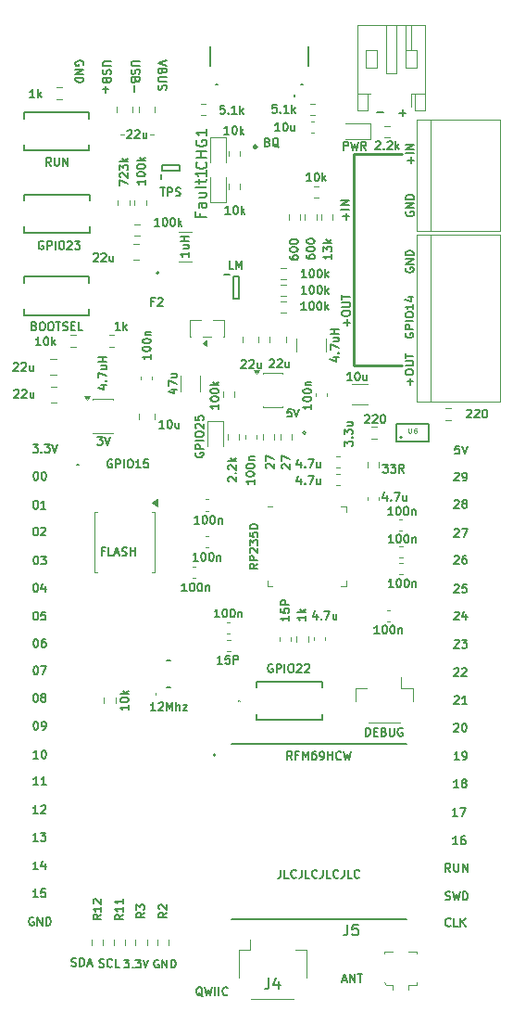
<source format=gto>
%TF.GenerationSoftware,KiCad,Pcbnew,9.0.5*%
%TF.CreationDate,2025-11-15T07:59:09-05:00*%
%TF.ProjectId,PicoLume_v4,5069636f-4c75-46d6-955f-76342e6b6963,rev?*%
%TF.SameCoordinates,Original*%
%TF.FileFunction,Legend,Top*%
%TF.FilePolarity,Positive*%
%FSLAX46Y46*%
G04 Gerber Fmt 4.6, Leading zero omitted, Abs format (unit mm)*
G04 Created by KiCad (PCBNEW 9.0.5) date 2025-11-15 07:59:09*
%MOMM*%
%LPD*%
G01*
G04 APERTURE LIST*
%ADD10C,0.150000*%
%ADD11C,0.100000*%
%ADD12C,0.120000*%
%ADD13C,0.254000*%
%ADD14C,0.200000*%
%ADD15C,0.250000*%
%ADD16C,0.203200*%
G04 APERTURE END LIST*
D10*
X146271428Y-79460592D02*
X146307142Y-79424878D01*
X146307142Y-79424878D02*
X146378571Y-79389164D01*
X146378571Y-79389164D02*
X146557142Y-79389164D01*
X146557142Y-79389164D02*
X146628571Y-79424878D01*
X146628571Y-79424878D02*
X146664285Y-79460592D01*
X146664285Y-79460592D02*
X146699999Y-79532021D01*
X146699999Y-79532021D02*
X146699999Y-79603450D01*
X146699999Y-79603450D02*
X146664285Y-79710592D01*
X146664285Y-79710592D02*
X146235713Y-80139164D01*
X146235713Y-80139164D02*
X146699999Y-80139164D01*
X146985714Y-79460592D02*
X147021428Y-79424878D01*
X147021428Y-79424878D02*
X147092857Y-79389164D01*
X147092857Y-79389164D02*
X147271428Y-79389164D01*
X147271428Y-79389164D02*
X147342857Y-79424878D01*
X147342857Y-79424878D02*
X147378571Y-79460592D01*
X147378571Y-79460592D02*
X147414285Y-79532021D01*
X147414285Y-79532021D02*
X147414285Y-79603450D01*
X147414285Y-79603450D02*
X147378571Y-79710592D01*
X147378571Y-79710592D02*
X146949999Y-80139164D01*
X146949999Y-80139164D02*
X147414285Y-80139164D01*
X147878571Y-79389164D02*
X147950000Y-79389164D01*
X147950000Y-79389164D02*
X148021428Y-79424878D01*
X148021428Y-79424878D02*
X148057143Y-79460592D01*
X148057143Y-79460592D02*
X148092857Y-79532021D01*
X148092857Y-79532021D02*
X148128571Y-79674878D01*
X148128571Y-79674878D02*
X148128571Y-79853450D01*
X148128571Y-79853450D02*
X148092857Y-79996307D01*
X148092857Y-79996307D02*
X148057143Y-80067735D01*
X148057143Y-80067735D02*
X148021428Y-80103450D01*
X148021428Y-80103450D02*
X147950000Y-80139164D01*
X147950000Y-80139164D02*
X147878571Y-80139164D01*
X147878571Y-80139164D02*
X147807143Y-80103450D01*
X147807143Y-80103450D02*
X147771428Y-80067735D01*
X147771428Y-80067735D02*
X147735714Y-79996307D01*
X147735714Y-79996307D02*
X147700000Y-79853450D01*
X147700000Y-79853450D02*
X147700000Y-79674878D01*
X147700000Y-79674878D02*
X147735714Y-79532021D01*
X147735714Y-79532021D02*
X147771428Y-79460592D01*
X147771428Y-79460592D02*
X147807143Y-79424878D01*
X147807143Y-79424878D02*
X147878571Y-79389164D01*
X136946428Y-79935592D02*
X136982142Y-79899878D01*
X136982142Y-79899878D02*
X137053571Y-79864164D01*
X137053571Y-79864164D02*
X137232142Y-79864164D01*
X137232142Y-79864164D02*
X137303571Y-79899878D01*
X137303571Y-79899878D02*
X137339285Y-79935592D01*
X137339285Y-79935592D02*
X137374999Y-80007021D01*
X137374999Y-80007021D02*
X137374999Y-80078450D01*
X137374999Y-80078450D02*
X137339285Y-80185592D01*
X137339285Y-80185592D02*
X136910713Y-80614164D01*
X136910713Y-80614164D02*
X137374999Y-80614164D01*
X137660714Y-79935592D02*
X137696428Y-79899878D01*
X137696428Y-79899878D02*
X137767857Y-79864164D01*
X137767857Y-79864164D02*
X137946428Y-79864164D01*
X137946428Y-79864164D02*
X138017857Y-79899878D01*
X138017857Y-79899878D02*
X138053571Y-79935592D01*
X138053571Y-79935592D02*
X138089285Y-80007021D01*
X138089285Y-80007021D02*
X138089285Y-80078450D01*
X138089285Y-80078450D02*
X138053571Y-80185592D01*
X138053571Y-80185592D02*
X137624999Y-80614164D01*
X137624999Y-80614164D02*
X138089285Y-80614164D01*
X138553571Y-79864164D02*
X138625000Y-79864164D01*
X138625000Y-79864164D02*
X138696428Y-79899878D01*
X138696428Y-79899878D02*
X138732143Y-79935592D01*
X138732143Y-79935592D02*
X138767857Y-80007021D01*
X138767857Y-80007021D02*
X138803571Y-80149878D01*
X138803571Y-80149878D02*
X138803571Y-80328450D01*
X138803571Y-80328450D02*
X138767857Y-80471307D01*
X138767857Y-80471307D02*
X138732143Y-80542735D01*
X138732143Y-80542735D02*
X138696428Y-80578450D01*
X138696428Y-80578450D02*
X138625000Y-80614164D01*
X138625000Y-80614164D02*
X138553571Y-80614164D01*
X138553571Y-80614164D02*
X138482143Y-80578450D01*
X138482143Y-80578450D02*
X138446428Y-80542735D01*
X138446428Y-80542735D02*
X138410714Y-80471307D01*
X138410714Y-80471307D02*
X138375000Y-80328450D01*
X138375000Y-80328450D02*
X138375000Y-80149878D01*
X138375000Y-80149878D02*
X138410714Y-80007021D01*
X138410714Y-80007021D02*
X138446428Y-79935592D01*
X138446428Y-79935592D02*
X138482143Y-79899878D01*
X138482143Y-79899878D02*
X138553571Y-79864164D01*
D11*
X117275000Y-54250000D02*
X117600000Y-54250000D01*
X114625000Y-54275000D02*
X114950000Y-54275000D01*
D10*
X118253571Y-59114164D02*
X118682143Y-59114164D01*
X118467857Y-59864164D02*
X118467857Y-59114164D01*
X118932143Y-59864164D02*
X118932143Y-59114164D01*
X118932143Y-59114164D02*
X119217857Y-59114164D01*
X119217857Y-59114164D02*
X119289286Y-59149878D01*
X119289286Y-59149878D02*
X119325000Y-59185592D01*
X119325000Y-59185592D02*
X119360714Y-59257021D01*
X119360714Y-59257021D02*
X119360714Y-59364164D01*
X119360714Y-59364164D02*
X119325000Y-59435592D01*
X119325000Y-59435592D02*
X119289286Y-59471307D01*
X119289286Y-59471307D02*
X119217857Y-59507021D01*
X119217857Y-59507021D02*
X118932143Y-59507021D01*
X119646429Y-59828450D02*
X119753572Y-59864164D01*
X119753572Y-59864164D02*
X119932143Y-59864164D01*
X119932143Y-59864164D02*
X120003572Y-59828450D01*
X120003572Y-59828450D02*
X120039286Y-59792735D01*
X120039286Y-59792735D02*
X120075000Y-59721307D01*
X120075000Y-59721307D02*
X120075000Y-59649878D01*
X120075000Y-59649878D02*
X120039286Y-59578450D01*
X120039286Y-59578450D02*
X120003572Y-59542735D01*
X120003572Y-59542735D02*
X119932143Y-59507021D01*
X119932143Y-59507021D02*
X119789286Y-59471307D01*
X119789286Y-59471307D02*
X119717857Y-59435592D01*
X119717857Y-59435592D02*
X119682143Y-59399878D01*
X119682143Y-59399878D02*
X119646429Y-59328450D01*
X119646429Y-59328450D02*
X119646429Y-59257021D01*
X119646429Y-59257021D02*
X119682143Y-59185592D01*
X119682143Y-59185592D02*
X119717857Y-59149878D01*
X119717857Y-59149878D02*
X119789286Y-59114164D01*
X119789286Y-59114164D02*
X119967857Y-59114164D01*
X119967857Y-59114164D02*
X120075000Y-59149878D01*
X131596428Y-68814164D02*
X131167857Y-68814164D01*
X131382142Y-68814164D02*
X131382142Y-68064164D01*
X131382142Y-68064164D02*
X131310714Y-68171307D01*
X131310714Y-68171307D02*
X131239285Y-68242735D01*
X131239285Y-68242735D02*
X131167857Y-68278450D01*
X132060714Y-68064164D02*
X132132143Y-68064164D01*
X132132143Y-68064164D02*
X132203571Y-68099878D01*
X132203571Y-68099878D02*
X132239286Y-68135592D01*
X132239286Y-68135592D02*
X132275000Y-68207021D01*
X132275000Y-68207021D02*
X132310714Y-68349878D01*
X132310714Y-68349878D02*
X132310714Y-68528450D01*
X132310714Y-68528450D02*
X132275000Y-68671307D01*
X132275000Y-68671307D02*
X132239286Y-68742735D01*
X132239286Y-68742735D02*
X132203571Y-68778450D01*
X132203571Y-68778450D02*
X132132143Y-68814164D01*
X132132143Y-68814164D02*
X132060714Y-68814164D01*
X132060714Y-68814164D02*
X131989286Y-68778450D01*
X131989286Y-68778450D02*
X131953571Y-68742735D01*
X131953571Y-68742735D02*
X131917857Y-68671307D01*
X131917857Y-68671307D02*
X131882143Y-68528450D01*
X131882143Y-68528450D02*
X131882143Y-68349878D01*
X131882143Y-68349878D02*
X131917857Y-68207021D01*
X131917857Y-68207021D02*
X131953571Y-68135592D01*
X131953571Y-68135592D02*
X131989286Y-68099878D01*
X131989286Y-68099878D02*
X132060714Y-68064164D01*
X132775000Y-68064164D02*
X132846429Y-68064164D01*
X132846429Y-68064164D02*
X132917857Y-68099878D01*
X132917857Y-68099878D02*
X132953572Y-68135592D01*
X132953572Y-68135592D02*
X132989286Y-68207021D01*
X132989286Y-68207021D02*
X133025000Y-68349878D01*
X133025000Y-68349878D02*
X133025000Y-68528450D01*
X133025000Y-68528450D02*
X132989286Y-68671307D01*
X132989286Y-68671307D02*
X132953572Y-68742735D01*
X132953572Y-68742735D02*
X132917857Y-68778450D01*
X132917857Y-68778450D02*
X132846429Y-68814164D01*
X132846429Y-68814164D02*
X132775000Y-68814164D01*
X132775000Y-68814164D02*
X132703572Y-68778450D01*
X132703572Y-68778450D02*
X132667857Y-68742735D01*
X132667857Y-68742735D02*
X132632143Y-68671307D01*
X132632143Y-68671307D02*
X132596429Y-68528450D01*
X132596429Y-68528450D02*
X132596429Y-68349878D01*
X132596429Y-68349878D02*
X132632143Y-68207021D01*
X132632143Y-68207021D02*
X132667857Y-68135592D01*
X132667857Y-68135592D02*
X132703572Y-68099878D01*
X132703572Y-68099878D02*
X132775000Y-68064164D01*
X133346429Y-68814164D02*
X133346429Y-68064164D01*
X133417858Y-68528450D02*
X133632143Y-68814164D01*
X133632143Y-68314164D02*
X133346429Y-68599878D01*
X134039164Y-74625000D02*
X134539164Y-74625000D01*
X133753450Y-74803571D02*
X134289164Y-74982142D01*
X134289164Y-74982142D02*
X134289164Y-74517857D01*
X134467735Y-74232142D02*
X134503450Y-74196428D01*
X134503450Y-74196428D02*
X134539164Y-74232142D01*
X134539164Y-74232142D02*
X134503450Y-74267856D01*
X134503450Y-74267856D02*
X134467735Y-74232142D01*
X134467735Y-74232142D02*
X134539164Y-74232142D01*
X133789164Y-73946428D02*
X133789164Y-73446428D01*
X133789164Y-73446428D02*
X134539164Y-73767856D01*
X134039164Y-72839285D02*
X134539164Y-72839285D01*
X134039164Y-73160713D02*
X134432021Y-73160713D01*
X134432021Y-73160713D02*
X134503450Y-73124999D01*
X134503450Y-73124999D02*
X134539164Y-73053570D01*
X134539164Y-73053570D02*
X134539164Y-72946427D01*
X134539164Y-72946427D02*
X134503450Y-72874999D01*
X134503450Y-72874999D02*
X134467735Y-72839285D01*
X134539164Y-72482142D02*
X133789164Y-72482142D01*
X134146307Y-72482142D02*
X134146307Y-72053571D01*
X134539164Y-72053571D02*
X133789164Y-72053571D01*
X106832142Y-102814164D02*
X106903571Y-102814164D01*
X106903571Y-102814164D02*
X106974999Y-102849878D01*
X106974999Y-102849878D02*
X107010714Y-102885592D01*
X107010714Y-102885592D02*
X107046428Y-102957021D01*
X107046428Y-102957021D02*
X107082142Y-103099878D01*
X107082142Y-103099878D02*
X107082142Y-103278450D01*
X107082142Y-103278450D02*
X107046428Y-103421307D01*
X107046428Y-103421307D02*
X107010714Y-103492735D01*
X107010714Y-103492735D02*
X106974999Y-103528450D01*
X106974999Y-103528450D02*
X106903571Y-103564164D01*
X106903571Y-103564164D02*
X106832142Y-103564164D01*
X106832142Y-103564164D02*
X106760714Y-103528450D01*
X106760714Y-103528450D02*
X106724999Y-103492735D01*
X106724999Y-103492735D02*
X106689285Y-103421307D01*
X106689285Y-103421307D02*
X106653571Y-103278450D01*
X106653571Y-103278450D02*
X106653571Y-103099878D01*
X106653571Y-103099878D02*
X106689285Y-102957021D01*
X106689285Y-102957021D02*
X106724999Y-102885592D01*
X106724999Y-102885592D02*
X106760714Y-102849878D01*
X106760714Y-102849878D02*
X106832142Y-102814164D01*
X107332142Y-102814164D02*
X107832142Y-102814164D01*
X107832142Y-102814164D02*
X107510714Y-103564164D01*
X132053571Y-58514164D02*
X131625000Y-58514164D01*
X131839285Y-58514164D02*
X131839285Y-57764164D01*
X131839285Y-57764164D02*
X131767857Y-57871307D01*
X131767857Y-57871307D02*
X131696428Y-57942735D01*
X131696428Y-57942735D02*
X131625000Y-57978450D01*
X132517857Y-57764164D02*
X132589286Y-57764164D01*
X132589286Y-57764164D02*
X132660714Y-57799878D01*
X132660714Y-57799878D02*
X132696429Y-57835592D01*
X132696429Y-57835592D02*
X132732143Y-57907021D01*
X132732143Y-57907021D02*
X132767857Y-58049878D01*
X132767857Y-58049878D02*
X132767857Y-58228450D01*
X132767857Y-58228450D02*
X132732143Y-58371307D01*
X132732143Y-58371307D02*
X132696429Y-58442735D01*
X132696429Y-58442735D02*
X132660714Y-58478450D01*
X132660714Y-58478450D02*
X132589286Y-58514164D01*
X132589286Y-58514164D02*
X132517857Y-58514164D01*
X132517857Y-58514164D02*
X132446429Y-58478450D01*
X132446429Y-58478450D02*
X132410714Y-58442735D01*
X132410714Y-58442735D02*
X132375000Y-58371307D01*
X132375000Y-58371307D02*
X132339286Y-58228450D01*
X132339286Y-58228450D02*
X132339286Y-58049878D01*
X132339286Y-58049878D02*
X132375000Y-57907021D01*
X132375000Y-57907021D02*
X132410714Y-57835592D01*
X132410714Y-57835592D02*
X132446429Y-57799878D01*
X132446429Y-57799878D02*
X132517857Y-57764164D01*
X133089286Y-58514164D02*
X133089286Y-57764164D01*
X133160715Y-58228450D02*
X133375000Y-58514164D01*
X133375000Y-58014164D02*
X133089286Y-58299878D01*
X124114285Y-51639164D02*
X123757142Y-51639164D01*
X123757142Y-51639164D02*
X123721428Y-51996307D01*
X123721428Y-51996307D02*
X123757142Y-51960592D01*
X123757142Y-51960592D02*
X123828571Y-51924878D01*
X123828571Y-51924878D02*
X124007142Y-51924878D01*
X124007142Y-51924878D02*
X124078571Y-51960592D01*
X124078571Y-51960592D02*
X124114285Y-51996307D01*
X124114285Y-51996307D02*
X124149999Y-52067735D01*
X124149999Y-52067735D02*
X124149999Y-52246307D01*
X124149999Y-52246307D02*
X124114285Y-52317735D01*
X124114285Y-52317735D02*
X124078571Y-52353450D01*
X124078571Y-52353450D02*
X124007142Y-52389164D01*
X124007142Y-52389164D02*
X123828571Y-52389164D01*
X123828571Y-52389164D02*
X123757142Y-52353450D01*
X123757142Y-52353450D02*
X123721428Y-52317735D01*
X124471428Y-52317735D02*
X124507142Y-52353450D01*
X124507142Y-52353450D02*
X124471428Y-52389164D01*
X124471428Y-52389164D02*
X124435714Y-52353450D01*
X124435714Y-52353450D02*
X124471428Y-52317735D01*
X124471428Y-52317735D02*
X124471428Y-52389164D01*
X125221428Y-52389164D02*
X124792857Y-52389164D01*
X125007142Y-52389164D02*
X125007142Y-51639164D01*
X125007142Y-51639164D02*
X124935714Y-51746307D01*
X124935714Y-51746307D02*
X124864285Y-51817735D01*
X124864285Y-51817735D02*
X124792857Y-51853450D01*
X125542857Y-52389164D02*
X125542857Y-51639164D01*
X125614286Y-52103450D02*
X125828571Y-52389164D01*
X125828571Y-51889164D02*
X125542857Y-52174878D01*
X129260713Y-121389164D02*
X129260713Y-121924878D01*
X129260713Y-121924878D02*
X129224998Y-122032021D01*
X129224998Y-122032021D02*
X129153570Y-122103450D01*
X129153570Y-122103450D02*
X129046427Y-122139164D01*
X129046427Y-122139164D02*
X128974998Y-122139164D01*
X129974999Y-122139164D02*
X129617856Y-122139164D01*
X129617856Y-122139164D02*
X129617856Y-121389164D01*
X130653570Y-122067735D02*
X130617856Y-122103450D01*
X130617856Y-122103450D02*
X130510713Y-122139164D01*
X130510713Y-122139164D02*
X130439285Y-122139164D01*
X130439285Y-122139164D02*
X130332142Y-122103450D01*
X130332142Y-122103450D02*
X130260713Y-122032021D01*
X130260713Y-122032021D02*
X130224999Y-121960592D01*
X130224999Y-121960592D02*
X130189285Y-121817735D01*
X130189285Y-121817735D02*
X130189285Y-121710592D01*
X130189285Y-121710592D02*
X130224999Y-121567735D01*
X130224999Y-121567735D02*
X130260713Y-121496307D01*
X130260713Y-121496307D02*
X130332142Y-121424878D01*
X130332142Y-121424878D02*
X130439285Y-121389164D01*
X130439285Y-121389164D02*
X130510713Y-121389164D01*
X130510713Y-121389164D02*
X130617856Y-121424878D01*
X130617856Y-121424878D02*
X130653570Y-121460592D01*
X131189285Y-121389164D02*
X131189285Y-121924878D01*
X131189285Y-121924878D02*
X131153570Y-122032021D01*
X131153570Y-122032021D02*
X131082142Y-122103450D01*
X131082142Y-122103450D02*
X130974999Y-122139164D01*
X130974999Y-122139164D02*
X130903570Y-122139164D01*
X131903571Y-122139164D02*
X131546428Y-122139164D01*
X131546428Y-122139164D02*
X131546428Y-121389164D01*
X132582142Y-122067735D02*
X132546428Y-122103450D01*
X132546428Y-122103450D02*
X132439285Y-122139164D01*
X132439285Y-122139164D02*
X132367857Y-122139164D01*
X132367857Y-122139164D02*
X132260714Y-122103450D01*
X132260714Y-122103450D02*
X132189285Y-122032021D01*
X132189285Y-122032021D02*
X132153571Y-121960592D01*
X132153571Y-121960592D02*
X132117857Y-121817735D01*
X132117857Y-121817735D02*
X132117857Y-121710592D01*
X132117857Y-121710592D02*
X132153571Y-121567735D01*
X132153571Y-121567735D02*
X132189285Y-121496307D01*
X132189285Y-121496307D02*
X132260714Y-121424878D01*
X132260714Y-121424878D02*
X132367857Y-121389164D01*
X132367857Y-121389164D02*
X132439285Y-121389164D01*
X132439285Y-121389164D02*
X132546428Y-121424878D01*
X132546428Y-121424878D02*
X132582142Y-121460592D01*
X133117857Y-121389164D02*
X133117857Y-121924878D01*
X133117857Y-121924878D02*
X133082142Y-122032021D01*
X133082142Y-122032021D02*
X133010714Y-122103450D01*
X133010714Y-122103450D02*
X132903571Y-122139164D01*
X132903571Y-122139164D02*
X132832142Y-122139164D01*
X133832143Y-122139164D02*
X133475000Y-122139164D01*
X133475000Y-122139164D02*
X133475000Y-121389164D01*
X134510714Y-122067735D02*
X134475000Y-122103450D01*
X134475000Y-122103450D02*
X134367857Y-122139164D01*
X134367857Y-122139164D02*
X134296429Y-122139164D01*
X134296429Y-122139164D02*
X134189286Y-122103450D01*
X134189286Y-122103450D02*
X134117857Y-122032021D01*
X134117857Y-122032021D02*
X134082143Y-121960592D01*
X134082143Y-121960592D02*
X134046429Y-121817735D01*
X134046429Y-121817735D02*
X134046429Y-121710592D01*
X134046429Y-121710592D02*
X134082143Y-121567735D01*
X134082143Y-121567735D02*
X134117857Y-121496307D01*
X134117857Y-121496307D02*
X134189286Y-121424878D01*
X134189286Y-121424878D02*
X134296429Y-121389164D01*
X134296429Y-121389164D02*
X134367857Y-121389164D01*
X134367857Y-121389164D02*
X134475000Y-121424878D01*
X134475000Y-121424878D02*
X134510714Y-121460592D01*
X135046429Y-121389164D02*
X135046429Y-121924878D01*
X135046429Y-121924878D02*
X135010714Y-122032021D01*
X135010714Y-122032021D02*
X134939286Y-122103450D01*
X134939286Y-122103450D02*
X134832143Y-122139164D01*
X134832143Y-122139164D02*
X134760714Y-122139164D01*
X135760715Y-122139164D02*
X135403572Y-122139164D01*
X135403572Y-122139164D02*
X135403572Y-121389164D01*
X136439286Y-122067735D02*
X136403572Y-122103450D01*
X136403572Y-122103450D02*
X136296429Y-122139164D01*
X136296429Y-122139164D02*
X136225001Y-122139164D01*
X136225001Y-122139164D02*
X136117858Y-122103450D01*
X136117858Y-122103450D02*
X136046429Y-122032021D01*
X136046429Y-122032021D02*
X136010715Y-121960592D01*
X136010715Y-121960592D02*
X135975001Y-121817735D01*
X135975001Y-121817735D02*
X135975001Y-121710592D01*
X135975001Y-121710592D02*
X136010715Y-121567735D01*
X136010715Y-121567735D02*
X136046429Y-121496307D01*
X136046429Y-121496307D02*
X136117858Y-121424878D01*
X136117858Y-121424878D02*
X136225001Y-121389164D01*
X136225001Y-121389164D02*
X136296429Y-121389164D01*
X136296429Y-121389164D02*
X136403572Y-121424878D01*
X136403572Y-121424878D02*
X136439286Y-121460592D01*
X106807142Y-90139164D02*
X106878571Y-90139164D01*
X106878571Y-90139164D02*
X106949999Y-90174878D01*
X106949999Y-90174878D02*
X106985714Y-90210592D01*
X106985714Y-90210592D02*
X107021428Y-90282021D01*
X107021428Y-90282021D02*
X107057142Y-90424878D01*
X107057142Y-90424878D02*
X107057142Y-90603450D01*
X107057142Y-90603450D02*
X107021428Y-90746307D01*
X107021428Y-90746307D02*
X106985714Y-90817735D01*
X106985714Y-90817735D02*
X106949999Y-90853450D01*
X106949999Y-90853450D02*
X106878571Y-90889164D01*
X106878571Y-90889164D02*
X106807142Y-90889164D01*
X106807142Y-90889164D02*
X106735714Y-90853450D01*
X106735714Y-90853450D02*
X106699999Y-90817735D01*
X106699999Y-90817735D02*
X106664285Y-90746307D01*
X106664285Y-90746307D02*
X106628571Y-90603450D01*
X106628571Y-90603450D02*
X106628571Y-90424878D01*
X106628571Y-90424878D02*
X106664285Y-90282021D01*
X106664285Y-90282021D02*
X106699999Y-90210592D01*
X106699999Y-90210592D02*
X106735714Y-90174878D01*
X106735714Y-90174878D02*
X106807142Y-90139164D01*
X107342857Y-90210592D02*
X107378571Y-90174878D01*
X107378571Y-90174878D02*
X107450000Y-90139164D01*
X107450000Y-90139164D02*
X107628571Y-90139164D01*
X107628571Y-90139164D02*
X107700000Y-90174878D01*
X107700000Y-90174878D02*
X107735714Y-90210592D01*
X107735714Y-90210592D02*
X107771428Y-90282021D01*
X107771428Y-90282021D02*
X107771428Y-90353450D01*
X107771428Y-90353450D02*
X107735714Y-90460592D01*
X107735714Y-90460592D02*
X107307142Y-90889164D01*
X107307142Y-90889164D02*
X107771428Y-90889164D01*
X131067857Y-84189164D02*
X131067857Y-84689164D01*
X130889285Y-83903450D02*
X130710714Y-84439164D01*
X130710714Y-84439164D02*
X131174999Y-84439164D01*
X131460714Y-84617735D02*
X131496428Y-84653450D01*
X131496428Y-84653450D02*
X131460714Y-84689164D01*
X131460714Y-84689164D02*
X131425000Y-84653450D01*
X131425000Y-84653450D02*
X131460714Y-84617735D01*
X131460714Y-84617735D02*
X131460714Y-84689164D01*
X131746428Y-83939164D02*
X132246428Y-83939164D01*
X132246428Y-83939164D02*
X131925000Y-84689164D01*
X132853572Y-84189164D02*
X132853572Y-84689164D01*
X132532143Y-84189164D02*
X132532143Y-84582021D01*
X132532143Y-84582021D02*
X132567857Y-84653450D01*
X132567857Y-84653450D02*
X132639286Y-84689164D01*
X132639286Y-84689164D02*
X132746429Y-84689164D01*
X132746429Y-84689164D02*
X132817857Y-84653450D01*
X132817857Y-84653450D02*
X132853572Y-84617735D01*
X115314164Y-106371428D02*
X115314164Y-106799999D01*
X115314164Y-106585714D02*
X114564164Y-106585714D01*
X114564164Y-106585714D02*
X114671307Y-106657142D01*
X114671307Y-106657142D02*
X114742735Y-106728571D01*
X114742735Y-106728571D02*
X114778450Y-106799999D01*
X114564164Y-105907142D02*
X114564164Y-105835713D01*
X114564164Y-105835713D02*
X114599878Y-105764285D01*
X114599878Y-105764285D02*
X114635592Y-105728571D01*
X114635592Y-105728571D02*
X114707021Y-105692856D01*
X114707021Y-105692856D02*
X114849878Y-105657142D01*
X114849878Y-105657142D02*
X115028450Y-105657142D01*
X115028450Y-105657142D02*
X115171307Y-105692856D01*
X115171307Y-105692856D02*
X115242735Y-105728571D01*
X115242735Y-105728571D02*
X115278450Y-105764285D01*
X115278450Y-105764285D02*
X115314164Y-105835713D01*
X115314164Y-105835713D02*
X115314164Y-105907142D01*
X115314164Y-105907142D02*
X115278450Y-105978571D01*
X115278450Y-105978571D02*
X115242735Y-106014285D01*
X115242735Y-106014285D02*
X115171307Y-106049999D01*
X115171307Y-106049999D02*
X115028450Y-106085713D01*
X115028450Y-106085713D02*
X114849878Y-106085713D01*
X114849878Y-106085713D02*
X114707021Y-106049999D01*
X114707021Y-106049999D02*
X114635592Y-106014285D01*
X114635592Y-106014285D02*
X114599878Y-105978571D01*
X114599878Y-105978571D02*
X114564164Y-105907142D01*
X115314164Y-105335713D02*
X114564164Y-105335713D01*
X115028450Y-105264285D02*
X115314164Y-105049999D01*
X114814164Y-105049999D02*
X115099878Y-105335713D01*
X106653571Y-125774878D02*
X106582143Y-125739164D01*
X106582143Y-125739164D02*
X106475000Y-125739164D01*
X106475000Y-125739164D02*
X106367857Y-125774878D01*
X106367857Y-125774878D02*
X106296428Y-125846307D01*
X106296428Y-125846307D02*
X106260714Y-125917735D01*
X106260714Y-125917735D02*
X106225000Y-126060592D01*
X106225000Y-126060592D02*
X106225000Y-126167735D01*
X106225000Y-126167735D02*
X106260714Y-126310592D01*
X106260714Y-126310592D02*
X106296428Y-126382021D01*
X106296428Y-126382021D02*
X106367857Y-126453450D01*
X106367857Y-126453450D02*
X106475000Y-126489164D01*
X106475000Y-126489164D02*
X106546428Y-126489164D01*
X106546428Y-126489164D02*
X106653571Y-126453450D01*
X106653571Y-126453450D02*
X106689285Y-126417735D01*
X106689285Y-126417735D02*
X106689285Y-126167735D01*
X106689285Y-126167735D02*
X106546428Y-126167735D01*
X107010714Y-126489164D02*
X107010714Y-125739164D01*
X107010714Y-125739164D02*
X107439285Y-126489164D01*
X107439285Y-126489164D02*
X107439285Y-125739164D01*
X107796428Y-126489164D02*
X107796428Y-125739164D01*
X107796428Y-125739164D02*
X107974999Y-125739164D01*
X107974999Y-125739164D02*
X108082142Y-125774878D01*
X108082142Y-125774878D02*
X108153571Y-125846307D01*
X108153571Y-125846307D02*
X108189285Y-125917735D01*
X108189285Y-125917735D02*
X108224999Y-126060592D01*
X108224999Y-126060592D02*
X108224999Y-126167735D01*
X108224999Y-126167735D02*
X108189285Y-126310592D01*
X108189285Y-126310592D02*
X108153571Y-126382021D01*
X108153571Y-126382021D02*
X108082142Y-126453450D01*
X108082142Y-126453450D02*
X107974999Y-126489164D01*
X107974999Y-126489164D02*
X107796428Y-126489164D01*
X145532142Y-113889164D02*
X145103571Y-113889164D01*
X145317856Y-113889164D02*
X145317856Y-113139164D01*
X145317856Y-113139164D02*
X145246428Y-113246307D01*
X145246428Y-113246307D02*
X145174999Y-113317735D01*
X145174999Y-113317735D02*
X145103571Y-113353450D01*
X145960714Y-113460592D02*
X145889285Y-113424878D01*
X145889285Y-113424878D02*
X145853571Y-113389164D01*
X145853571Y-113389164D02*
X145817857Y-113317735D01*
X145817857Y-113317735D02*
X145817857Y-113282021D01*
X145817857Y-113282021D02*
X145853571Y-113210592D01*
X145853571Y-113210592D02*
X145889285Y-113174878D01*
X145889285Y-113174878D02*
X145960714Y-113139164D01*
X145960714Y-113139164D02*
X146103571Y-113139164D01*
X146103571Y-113139164D02*
X146175000Y-113174878D01*
X146175000Y-113174878D02*
X146210714Y-113210592D01*
X146210714Y-113210592D02*
X146246428Y-113282021D01*
X146246428Y-113282021D02*
X146246428Y-113317735D01*
X146246428Y-113317735D02*
X146210714Y-113389164D01*
X146210714Y-113389164D02*
X146175000Y-113424878D01*
X146175000Y-113424878D02*
X146103571Y-113460592D01*
X146103571Y-113460592D02*
X145960714Y-113460592D01*
X145960714Y-113460592D02*
X145889285Y-113496307D01*
X145889285Y-113496307D02*
X145853571Y-113532021D01*
X145853571Y-113532021D02*
X145817857Y-113603450D01*
X145817857Y-113603450D02*
X145817857Y-113746307D01*
X145817857Y-113746307D02*
X145853571Y-113817735D01*
X145853571Y-113817735D02*
X145889285Y-113853450D01*
X145889285Y-113853450D02*
X145960714Y-113889164D01*
X145960714Y-113889164D02*
X146103571Y-113889164D01*
X146103571Y-113889164D02*
X146175000Y-113853450D01*
X146175000Y-113853450D02*
X146210714Y-113817735D01*
X146210714Y-113817735D02*
X146246428Y-113746307D01*
X146246428Y-113746307D02*
X146246428Y-113603450D01*
X146246428Y-113603450D02*
X146210714Y-113532021D01*
X146210714Y-113532021D02*
X146175000Y-113496307D01*
X146175000Y-113496307D02*
X146103571Y-113460592D01*
X132039164Y-78914285D02*
X132039164Y-79342856D01*
X132039164Y-79128571D02*
X131289164Y-79128571D01*
X131289164Y-79128571D02*
X131396307Y-79199999D01*
X131396307Y-79199999D02*
X131467735Y-79271428D01*
X131467735Y-79271428D02*
X131503450Y-79342856D01*
X131289164Y-78449999D02*
X131289164Y-78378570D01*
X131289164Y-78378570D02*
X131324878Y-78307142D01*
X131324878Y-78307142D02*
X131360592Y-78271428D01*
X131360592Y-78271428D02*
X131432021Y-78235713D01*
X131432021Y-78235713D02*
X131574878Y-78199999D01*
X131574878Y-78199999D02*
X131753450Y-78199999D01*
X131753450Y-78199999D02*
X131896307Y-78235713D01*
X131896307Y-78235713D02*
X131967735Y-78271428D01*
X131967735Y-78271428D02*
X132003450Y-78307142D01*
X132003450Y-78307142D02*
X132039164Y-78378570D01*
X132039164Y-78378570D02*
X132039164Y-78449999D01*
X132039164Y-78449999D02*
X132003450Y-78521428D01*
X132003450Y-78521428D02*
X131967735Y-78557142D01*
X131967735Y-78557142D02*
X131896307Y-78592856D01*
X131896307Y-78592856D02*
X131753450Y-78628570D01*
X131753450Y-78628570D02*
X131574878Y-78628570D01*
X131574878Y-78628570D02*
X131432021Y-78592856D01*
X131432021Y-78592856D02*
X131360592Y-78557142D01*
X131360592Y-78557142D02*
X131324878Y-78521428D01*
X131324878Y-78521428D02*
X131289164Y-78449999D01*
X131289164Y-77735713D02*
X131289164Y-77664284D01*
X131289164Y-77664284D02*
X131324878Y-77592856D01*
X131324878Y-77592856D02*
X131360592Y-77557142D01*
X131360592Y-77557142D02*
X131432021Y-77521427D01*
X131432021Y-77521427D02*
X131574878Y-77485713D01*
X131574878Y-77485713D02*
X131753450Y-77485713D01*
X131753450Y-77485713D02*
X131896307Y-77521427D01*
X131896307Y-77521427D02*
X131967735Y-77557142D01*
X131967735Y-77557142D02*
X132003450Y-77592856D01*
X132003450Y-77592856D02*
X132039164Y-77664284D01*
X132039164Y-77664284D02*
X132039164Y-77735713D01*
X132039164Y-77735713D02*
X132003450Y-77807142D01*
X132003450Y-77807142D02*
X131967735Y-77842856D01*
X131967735Y-77842856D02*
X131896307Y-77878570D01*
X131896307Y-77878570D02*
X131753450Y-77914284D01*
X131753450Y-77914284D02*
X131574878Y-77914284D01*
X131574878Y-77914284D02*
X131432021Y-77878570D01*
X131432021Y-77878570D02*
X131360592Y-77842856D01*
X131360592Y-77842856D02*
X131324878Y-77807142D01*
X131324878Y-77807142D02*
X131289164Y-77735713D01*
X131539164Y-77164284D02*
X132039164Y-77164284D01*
X131610592Y-77164284D02*
X131574878Y-77128570D01*
X131574878Y-77128570D02*
X131539164Y-77057141D01*
X131539164Y-77057141D02*
X131539164Y-76949998D01*
X131539164Y-76949998D02*
X131574878Y-76878570D01*
X131574878Y-76878570D02*
X131646307Y-76842856D01*
X131646307Y-76842856D02*
X132039164Y-76842856D01*
X131571428Y-70289164D02*
X131142857Y-70289164D01*
X131357142Y-70289164D02*
X131357142Y-69539164D01*
X131357142Y-69539164D02*
X131285714Y-69646307D01*
X131285714Y-69646307D02*
X131214285Y-69717735D01*
X131214285Y-69717735D02*
X131142857Y-69753450D01*
X132035714Y-69539164D02*
X132107143Y-69539164D01*
X132107143Y-69539164D02*
X132178571Y-69574878D01*
X132178571Y-69574878D02*
X132214286Y-69610592D01*
X132214286Y-69610592D02*
X132250000Y-69682021D01*
X132250000Y-69682021D02*
X132285714Y-69824878D01*
X132285714Y-69824878D02*
X132285714Y-70003450D01*
X132285714Y-70003450D02*
X132250000Y-70146307D01*
X132250000Y-70146307D02*
X132214286Y-70217735D01*
X132214286Y-70217735D02*
X132178571Y-70253450D01*
X132178571Y-70253450D02*
X132107143Y-70289164D01*
X132107143Y-70289164D02*
X132035714Y-70289164D01*
X132035714Y-70289164D02*
X131964286Y-70253450D01*
X131964286Y-70253450D02*
X131928571Y-70217735D01*
X131928571Y-70217735D02*
X131892857Y-70146307D01*
X131892857Y-70146307D02*
X131857143Y-70003450D01*
X131857143Y-70003450D02*
X131857143Y-69824878D01*
X131857143Y-69824878D02*
X131892857Y-69682021D01*
X131892857Y-69682021D02*
X131928571Y-69610592D01*
X131928571Y-69610592D02*
X131964286Y-69574878D01*
X131964286Y-69574878D02*
X132035714Y-69539164D01*
X132750000Y-69539164D02*
X132821429Y-69539164D01*
X132821429Y-69539164D02*
X132892857Y-69574878D01*
X132892857Y-69574878D02*
X132928572Y-69610592D01*
X132928572Y-69610592D02*
X132964286Y-69682021D01*
X132964286Y-69682021D02*
X133000000Y-69824878D01*
X133000000Y-69824878D02*
X133000000Y-70003450D01*
X133000000Y-70003450D02*
X132964286Y-70146307D01*
X132964286Y-70146307D02*
X132928572Y-70217735D01*
X132928572Y-70217735D02*
X132892857Y-70253450D01*
X132892857Y-70253450D02*
X132821429Y-70289164D01*
X132821429Y-70289164D02*
X132750000Y-70289164D01*
X132750000Y-70289164D02*
X132678572Y-70253450D01*
X132678572Y-70253450D02*
X132642857Y-70217735D01*
X132642857Y-70217735D02*
X132607143Y-70146307D01*
X132607143Y-70146307D02*
X132571429Y-70003450D01*
X132571429Y-70003450D02*
X132571429Y-69824878D01*
X132571429Y-69824878D02*
X132607143Y-69682021D01*
X132607143Y-69682021D02*
X132642857Y-69610592D01*
X132642857Y-69610592D02*
X132678572Y-69574878D01*
X132678572Y-69574878D02*
X132750000Y-69539164D01*
X133321429Y-70289164D02*
X133321429Y-69539164D01*
X133392858Y-70003450D02*
X133607143Y-70289164D01*
X133607143Y-69789164D02*
X133321429Y-70074878D01*
X130014164Y-98217857D02*
X130014164Y-98646428D01*
X130014164Y-98432143D02*
X129264164Y-98432143D01*
X129264164Y-98432143D02*
X129371307Y-98503571D01*
X129371307Y-98503571D02*
X129442735Y-98575000D01*
X129442735Y-98575000D02*
X129478450Y-98646428D01*
X129264164Y-97539285D02*
X129264164Y-97896428D01*
X129264164Y-97896428D02*
X129621307Y-97932142D01*
X129621307Y-97932142D02*
X129585592Y-97896428D01*
X129585592Y-97896428D02*
X129549878Y-97825000D01*
X129549878Y-97825000D02*
X129549878Y-97646428D01*
X129549878Y-97646428D02*
X129585592Y-97575000D01*
X129585592Y-97575000D02*
X129621307Y-97539285D01*
X129621307Y-97539285D02*
X129692735Y-97503571D01*
X129692735Y-97503571D02*
X129871307Y-97503571D01*
X129871307Y-97503571D02*
X129942735Y-97539285D01*
X129942735Y-97539285D02*
X129978450Y-97575000D01*
X129978450Y-97575000D02*
X130014164Y-97646428D01*
X130014164Y-97646428D02*
X130014164Y-97825000D01*
X130014164Y-97825000D02*
X129978450Y-97896428D01*
X129978450Y-97896428D02*
X129942735Y-97932142D01*
X130014164Y-97182142D02*
X129264164Y-97182142D01*
X129264164Y-97182142D02*
X129264164Y-96896428D01*
X129264164Y-96896428D02*
X129299878Y-96824999D01*
X129299878Y-96824999D02*
X129335592Y-96789285D01*
X129335592Y-96789285D02*
X129407021Y-96753571D01*
X129407021Y-96753571D02*
X129514164Y-96753571D01*
X129514164Y-96753571D02*
X129585592Y-96789285D01*
X129585592Y-96789285D02*
X129621307Y-96824999D01*
X129621307Y-96824999D02*
X129657021Y-96896428D01*
X129657021Y-96896428D02*
X129657021Y-97182142D01*
X125664286Y-74910592D02*
X125700000Y-74874878D01*
X125700000Y-74874878D02*
X125771429Y-74839164D01*
X125771429Y-74839164D02*
X125950000Y-74839164D01*
X125950000Y-74839164D02*
X126021429Y-74874878D01*
X126021429Y-74874878D02*
X126057143Y-74910592D01*
X126057143Y-74910592D02*
X126092857Y-74982021D01*
X126092857Y-74982021D02*
X126092857Y-75053450D01*
X126092857Y-75053450D02*
X126057143Y-75160592D01*
X126057143Y-75160592D02*
X125628571Y-75589164D01*
X125628571Y-75589164D02*
X126092857Y-75589164D01*
X126378572Y-74910592D02*
X126414286Y-74874878D01*
X126414286Y-74874878D02*
X126485715Y-74839164D01*
X126485715Y-74839164D02*
X126664286Y-74839164D01*
X126664286Y-74839164D02*
X126735715Y-74874878D01*
X126735715Y-74874878D02*
X126771429Y-74910592D01*
X126771429Y-74910592D02*
X126807143Y-74982021D01*
X126807143Y-74982021D02*
X126807143Y-75053450D01*
X126807143Y-75053450D02*
X126771429Y-75160592D01*
X126771429Y-75160592D02*
X126342857Y-75589164D01*
X126342857Y-75589164D02*
X126807143Y-75589164D01*
X127450001Y-75089164D02*
X127450001Y-75589164D01*
X127128572Y-75089164D02*
X127128572Y-75482021D01*
X127128572Y-75482021D02*
X127164286Y-75553450D01*
X127164286Y-75553450D02*
X127235715Y-75589164D01*
X127235715Y-75589164D02*
X127342858Y-75589164D01*
X127342858Y-75589164D02*
X127414286Y-75553450D01*
X127414286Y-75553450D02*
X127450001Y-75517735D01*
X116335835Y-47564286D02*
X115728692Y-47564286D01*
X115728692Y-47564286D02*
X115657264Y-47600000D01*
X115657264Y-47600000D02*
X115621550Y-47635715D01*
X115621550Y-47635715D02*
X115585835Y-47707143D01*
X115585835Y-47707143D02*
X115585835Y-47850000D01*
X115585835Y-47850000D02*
X115621550Y-47921429D01*
X115621550Y-47921429D02*
X115657264Y-47957143D01*
X115657264Y-47957143D02*
X115728692Y-47992857D01*
X115728692Y-47992857D02*
X116335835Y-47992857D01*
X115621550Y-48314286D02*
X115585835Y-48421429D01*
X115585835Y-48421429D02*
X115585835Y-48600000D01*
X115585835Y-48600000D02*
X115621550Y-48671429D01*
X115621550Y-48671429D02*
X115657264Y-48707143D01*
X115657264Y-48707143D02*
X115728692Y-48742857D01*
X115728692Y-48742857D02*
X115800121Y-48742857D01*
X115800121Y-48742857D02*
X115871550Y-48707143D01*
X115871550Y-48707143D02*
X115907264Y-48671429D01*
X115907264Y-48671429D02*
X115942978Y-48600000D01*
X115942978Y-48600000D02*
X115978692Y-48457143D01*
X115978692Y-48457143D02*
X116014407Y-48385714D01*
X116014407Y-48385714D02*
X116050121Y-48350000D01*
X116050121Y-48350000D02*
X116121550Y-48314286D01*
X116121550Y-48314286D02*
X116192978Y-48314286D01*
X116192978Y-48314286D02*
X116264407Y-48350000D01*
X116264407Y-48350000D02*
X116300121Y-48385714D01*
X116300121Y-48385714D02*
X116335835Y-48457143D01*
X116335835Y-48457143D02*
X116335835Y-48635714D01*
X116335835Y-48635714D02*
X116300121Y-48742857D01*
X115978692Y-49314286D02*
X115942978Y-49421429D01*
X115942978Y-49421429D02*
X115907264Y-49457143D01*
X115907264Y-49457143D02*
X115835835Y-49492857D01*
X115835835Y-49492857D02*
X115728692Y-49492857D01*
X115728692Y-49492857D02*
X115657264Y-49457143D01*
X115657264Y-49457143D02*
X115621550Y-49421429D01*
X115621550Y-49421429D02*
X115585835Y-49350000D01*
X115585835Y-49350000D02*
X115585835Y-49064286D01*
X115585835Y-49064286D02*
X116335835Y-49064286D01*
X116335835Y-49064286D02*
X116335835Y-49314286D01*
X116335835Y-49314286D02*
X116300121Y-49385715D01*
X116300121Y-49385715D02*
X116264407Y-49421429D01*
X116264407Y-49421429D02*
X116192978Y-49457143D01*
X116192978Y-49457143D02*
X116121550Y-49457143D01*
X116121550Y-49457143D02*
X116050121Y-49421429D01*
X116050121Y-49421429D02*
X116014407Y-49385715D01*
X116014407Y-49385715D02*
X115978692Y-49314286D01*
X115978692Y-49314286D02*
X115978692Y-49064286D01*
X115871550Y-49814286D02*
X115871550Y-50385715D01*
X107057142Y-121364164D02*
X106628571Y-121364164D01*
X106842856Y-121364164D02*
X106842856Y-120614164D01*
X106842856Y-120614164D02*
X106771428Y-120721307D01*
X106771428Y-120721307D02*
X106699999Y-120792735D01*
X106699999Y-120792735D02*
X106628571Y-120828450D01*
X107700000Y-120864164D02*
X107700000Y-121364164D01*
X107521428Y-120578450D02*
X107342857Y-121114164D01*
X107342857Y-121114164D02*
X107807142Y-121114164D01*
X107082142Y-113639164D02*
X106653571Y-113639164D01*
X106867856Y-113639164D02*
X106867856Y-112889164D01*
X106867856Y-112889164D02*
X106796428Y-112996307D01*
X106796428Y-112996307D02*
X106724999Y-113067735D01*
X106724999Y-113067735D02*
X106653571Y-113103450D01*
X107796428Y-113639164D02*
X107367857Y-113639164D01*
X107582142Y-113639164D02*
X107582142Y-112889164D01*
X107582142Y-112889164D02*
X107510714Y-112996307D01*
X107510714Y-112996307D02*
X107439285Y-113067735D01*
X107439285Y-113067735D02*
X107367857Y-113103450D01*
X118171428Y-62639164D02*
X117742857Y-62639164D01*
X117957142Y-62639164D02*
X117957142Y-61889164D01*
X117957142Y-61889164D02*
X117885714Y-61996307D01*
X117885714Y-61996307D02*
X117814285Y-62067735D01*
X117814285Y-62067735D02*
X117742857Y-62103450D01*
X118635714Y-61889164D02*
X118707143Y-61889164D01*
X118707143Y-61889164D02*
X118778571Y-61924878D01*
X118778571Y-61924878D02*
X118814286Y-61960592D01*
X118814286Y-61960592D02*
X118850000Y-62032021D01*
X118850000Y-62032021D02*
X118885714Y-62174878D01*
X118885714Y-62174878D02*
X118885714Y-62353450D01*
X118885714Y-62353450D02*
X118850000Y-62496307D01*
X118850000Y-62496307D02*
X118814286Y-62567735D01*
X118814286Y-62567735D02*
X118778571Y-62603450D01*
X118778571Y-62603450D02*
X118707143Y-62639164D01*
X118707143Y-62639164D02*
X118635714Y-62639164D01*
X118635714Y-62639164D02*
X118564286Y-62603450D01*
X118564286Y-62603450D02*
X118528571Y-62567735D01*
X118528571Y-62567735D02*
X118492857Y-62496307D01*
X118492857Y-62496307D02*
X118457143Y-62353450D01*
X118457143Y-62353450D02*
X118457143Y-62174878D01*
X118457143Y-62174878D02*
X118492857Y-62032021D01*
X118492857Y-62032021D02*
X118528571Y-61960592D01*
X118528571Y-61960592D02*
X118564286Y-61924878D01*
X118564286Y-61924878D02*
X118635714Y-61889164D01*
X119350000Y-61889164D02*
X119421429Y-61889164D01*
X119421429Y-61889164D02*
X119492857Y-61924878D01*
X119492857Y-61924878D02*
X119528572Y-61960592D01*
X119528572Y-61960592D02*
X119564286Y-62032021D01*
X119564286Y-62032021D02*
X119600000Y-62174878D01*
X119600000Y-62174878D02*
X119600000Y-62353450D01*
X119600000Y-62353450D02*
X119564286Y-62496307D01*
X119564286Y-62496307D02*
X119528572Y-62567735D01*
X119528572Y-62567735D02*
X119492857Y-62603450D01*
X119492857Y-62603450D02*
X119421429Y-62639164D01*
X119421429Y-62639164D02*
X119350000Y-62639164D01*
X119350000Y-62639164D02*
X119278572Y-62603450D01*
X119278572Y-62603450D02*
X119242857Y-62567735D01*
X119242857Y-62567735D02*
X119207143Y-62496307D01*
X119207143Y-62496307D02*
X119171429Y-62353450D01*
X119171429Y-62353450D02*
X119171429Y-62174878D01*
X119171429Y-62174878D02*
X119207143Y-62032021D01*
X119207143Y-62032021D02*
X119242857Y-61960592D01*
X119242857Y-61960592D02*
X119278572Y-61924878D01*
X119278572Y-61924878D02*
X119350000Y-61889164D01*
X119921429Y-62639164D02*
X119921429Y-61889164D01*
X119992858Y-62353450D02*
X120207143Y-62639164D01*
X120207143Y-62139164D02*
X119921429Y-62424878D01*
X141153450Y-56897142D02*
X141153450Y-56325714D01*
X141439164Y-56611428D02*
X140867735Y-56611428D01*
X141439164Y-55968571D02*
X140689164Y-55968571D01*
X141439164Y-55611428D02*
X140689164Y-55611428D01*
X140689164Y-55611428D02*
X141439164Y-55182857D01*
X141439164Y-55182857D02*
X140689164Y-55182857D01*
X114560714Y-72114164D02*
X114132143Y-72114164D01*
X114346428Y-72114164D02*
X114346428Y-71364164D01*
X114346428Y-71364164D02*
X114275000Y-71471307D01*
X114275000Y-71471307D02*
X114203571Y-71542735D01*
X114203571Y-71542735D02*
X114132143Y-71578450D01*
X114882143Y-72114164D02*
X114882143Y-71364164D01*
X114953572Y-71828450D02*
X115167857Y-72114164D01*
X115167857Y-71614164D02*
X114882143Y-71899878D01*
X106807142Y-105314164D02*
X106878571Y-105314164D01*
X106878571Y-105314164D02*
X106949999Y-105349878D01*
X106949999Y-105349878D02*
X106985714Y-105385592D01*
X106985714Y-105385592D02*
X107021428Y-105457021D01*
X107021428Y-105457021D02*
X107057142Y-105599878D01*
X107057142Y-105599878D02*
X107057142Y-105778450D01*
X107057142Y-105778450D02*
X107021428Y-105921307D01*
X107021428Y-105921307D02*
X106985714Y-105992735D01*
X106985714Y-105992735D02*
X106949999Y-106028450D01*
X106949999Y-106028450D02*
X106878571Y-106064164D01*
X106878571Y-106064164D02*
X106807142Y-106064164D01*
X106807142Y-106064164D02*
X106735714Y-106028450D01*
X106735714Y-106028450D02*
X106699999Y-105992735D01*
X106699999Y-105992735D02*
X106664285Y-105921307D01*
X106664285Y-105921307D02*
X106628571Y-105778450D01*
X106628571Y-105778450D02*
X106628571Y-105599878D01*
X106628571Y-105599878D02*
X106664285Y-105457021D01*
X106664285Y-105457021D02*
X106699999Y-105385592D01*
X106699999Y-105385592D02*
X106735714Y-105349878D01*
X106735714Y-105349878D02*
X106807142Y-105314164D01*
X107485714Y-105635592D02*
X107414285Y-105599878D01*
X107414285Y-105599878D02*
X107378571Y-105564164D01*
X107378571Y-105564164D02*
X107342857Y-105492735D01*
X107342857Y-105492735D02*
X107342857Y-105457021D01*
X107342857Y-105457021D02*
X107378571Y-105385592D01*
X107378571Y-105385592D02*
X107414285Y-105349878D01*
X107414285Y-105349878D02*
X107485714Y-105314164D01*
X107485714Y-105314164D02*
X107628571Y-105314164D01*
X107628571Y-105314164D02*
X107700000Y-105349878D01*
X107700000Y-105349878D02*
X107735714Y-105385592D01*
X107735714Y-105385592D02*
X107771428Y-105457021D01*
X107771428Y-105457021D02*
X107771428Y-105492735D01*
X107771428Y-105492735D02*
X107735714Y-105564164D01*
X107735714Y-105564164D02*
X107700000Y-105599878D01*
X107700000Y-105599878D02*
X107628571Y-105635592D01*
X107628571Y-105635592D02*
X107485714Y-105635592D01*
X107485714Y-105635592D02*
X107414285Y-105671307D01*
X107414285Y-105671307D02*
X107378571Y-105707021D01*
X107378571Y-105707021D02*
X107342857Y-105778450D01*
X107342857Y-105778450D02*
X107342857Y-105921307D01*
X107342857Y-105921307D02*
X107378571Y-105992735D01*
X107378571Y-105992735D02*
X107414285Y-106028450D01*
X107414285Y-106028450D02*
X107485714Y-106064164D01*
X107485714Y-106064164D02*
X107628571Y-106064164D01*
X107628571Y-106064164D02*
X107700000Y-106028450D01*
X107700000Y-106028450D02*
X107735714Y-105992735D01*
X107735714Y-105992735D02*
X107771428Y-105921307D01*
X107771428Y-105921307D02*
X107771428Y-105778450D01*
X107771428Y-105778450D02*
X107735714Y-105707021D01*
X107735714Y-105707021D02*
X107700000Y-105671307D01*
X107700000Y-105671307D02*
X107628571Y-105635592D01*
X117364164Y-74339285D02*
X117364164Y-74767856D01*
X117364164Y-74553571D02*
X116614164Y-74553571D01*
X116614164Y-74553571D02*
X116721307Y-74624999D01*
X116721307Y-74624999D02*
X116792735Y-74696428D01*
X116792735Y-74696428D02*
X116828450Y-74767856D01*
X116614164Y-73874999D02*
X116614164Y-73803570D01*
X116614164Y-73803570D02*
X116649878Y-73732142D01*
X116649878Y-73732142D02*
X116685592Y-73696428D01*
X116685592Y-73696428D02*
X116757021Y-73660713D01*
X116757021Y-73660713D02*
X116899878Y-73624999D01*
X116899878Y-73624999D02*
X117078450Y-73624999D01*
X117078450Y-73624999D02*
X117221307Y-73660713D01*
X117221307Y-73660713D02*
X117292735Y-73696428D01*
X117292735Y-73696428D02*
X117328450Y-73732142D01*
X117328450Y-73732142D02*
X117364164Y-73803570D01*
X117364164Y-73803570D02*
X117364164Y-73874999D01*
X117364164Y-73874999D02*
X117328450Y-73946428D01*
X117328450Y-73946428D02*
X117292735Y-73982142D01*
X117292735Y-73982142D02*
X117221307Y-74017856D01*
X117221307Y-74017856D02*
X117078450Y-74053570D01*
X117078450Y-74053570D02*
X116899878Y-74053570D01*
X116899878Y-74053570D02*
X116757021Y-74017856D01*
X116757021Y-74017856D02*
X116685592Y-73982142D01*
X116685592Y-73982142D02*
X116649878Y-73946428D01*
X116649878Y-73946428D02*
X116614164Y-73874999D01*
X116614164Y-73160713D02*
X116614164Y-73089284D01*
X116614164Y-73089284D02*
X116649878Y-73017856D01*
X116649878Y-73017856D02*
X116685592Y-72982142D01*
X116685592Y-72982142D02*
X116757021Y-72946427D01*
X116757021Y-72946427D02*
X116899878Y-72910713D01*
X116899878Y-72910713D02*
X117078450Y-72910713D01*
X117078450Y-72910713D02*
X117221307Y-72946427D01*
X117221307Y-72946427D02*
X117292735Y-72982142D01*
X117292735Y-72982142D02*
X117328450Y-73017856D01*
X117328450Y-73017856D02*
X117364164Y-73089284D01*
X117364164Y-73089284D02*
X117364164Y-73160713D01*
X117364164Y-73160713D02*
X117328450Y-73232142D01*
X117328450Y-73232142D02*
X117292735Y-73267856D01*
X117292735Y-73267856D02*
X117221307Y-73303570D01*
X117221307Y-73303570D02*
X117078450Y-73339284D01*
X117078450Y-73339284D02*
X116899878Y-73339284D01*
X116899878Y-73339284D02*
X116757021Y-73303570D01*
X116757021Y-73303570D02*
X116685592Y-73267856D01*
X116685592Y-73267856D02*
X116649878Y-73232142D01*
X116649878Y-73232142D02*
X116614164Y-73160713D01*
X116864164Y-72589284D02*
X117364164Y-72589284D01*
X116935592Y-72589284D02*
X116899878Y-72553570D01*
X116899878Y-72553570D02*
X116864164Y-72482141D01*
X116864164Y-72482141D02*
X116864164Y-72374998D01*
X116864164Y-72374998D02*
X116899878Y-72303570D01*
X116899878Y-72303570D02*
X116971307Y-72267856D01*
X116971307Y-72267856D02*
X117364164Y-72267856D01*
X127960592Y-84746428D02*
X127924878Y-84710714D01*
X127924878Y-84710714D02*
X127889164Y-84639286D01*
X127889164Y-84639286D02*
X127889164Y-84460714D01*
X127889164Y-84460714D02*
X127924878Y-84389286D01*
X127924878Y-84389286D02*
X127960592Y-84353571D01*
X127960592Y-84353571D02*
X128032021Y-84317857D01*
X128032021Y-84317857D02*
X128103450Y-84317857D01*
X128103450Y-84317857D02*
X128210592Y-84353571D01*
X128210592Y-84353571D02*
X128639164Y-84782143D01*
X128639164Y-84782143D02*
X128639164Y-84317857D01*
X127889164Y-84067857D02*
X127889164Y-83567857D01*
X127889164Y-83567857D02*
X128639164Y-83889285D01*
X120839164Y-65017856D02*
X120839164Y-65446427D01*
X120839164Y-65232142D02*
X120089164Y-65232142D01*
X120089164Y-65232142D02*
X120196307Y-65303570D01*
X120196307Y-65303570D02*
X120267735Y-65374999D01*
X120267735Y-65374999D02*
X120303450Y-65446427D01*
X120339164Y-64374999D02*
X120839164Y-64374999D01*
X120339164Y-64696427D02*
X120732021Y-64696427D01*
X120732021Y-64696427D02*
X120803450Y-64660713D01*
X120803450Y-64660713D02*
X120839164Y-64589284D01*
X120839164Y-64589284D02*
X120839164Y-64482141D01*
X120839164Y-64482141D02*
X120803450Y-64410713D01*
X120803450Y-64410713D02*
X120767735Y-64374999D01*
X120839164Y-64017856D02*
X120089164Y-64017856D01*
X120446307Y-64017856D02*
X120446307Y-63589285D01*
X120839164Y-63589285D02*
X120089164Y-63589285D01*
X113810714Y-83974878D02*
X113739286Y-83939164D01*
X113739286Y-83939164D02*
X113632143Y-83939164D01*
X113632143Y-83939164D02*
X113525000Y-83974878D01*
X113525000Y-83974878D02*
X113453571Y-84046307D01*
X113453571Y-84046307D02*
X113417857Y-84117735D01*
X113417857Y-84117735D02*
X113382143Y-84260592D01*
X113382143Y-84260592D02*
X113382143Y-84367735D01*
X113382143Y-84367735D02*
X113417857Y-84510592D01*
X113417857Y-84510592D02*
X113453571Y-84582021D01*
X113453571Y-84582021D02*
X113525000Y-84653450D01*
X113525000Y-84653450D02*
X113632143Y-84689164D01*
X113632143Y-84689164D02*
X113703571Y-84689164D01*
X113703571Y-84689164D02*
X113810714Y-84653450D01*
X113810714Y-84653450D02*
X113846428Y-84617735D01*
X113846428Y-84617735D02*
X113846428Y-84367735D01*
X113846428Y-84367735D02*
X113703571Y-84367735D01*
X114167857Y-84689164D02*
X114167857Y-83939164D01*
X114167857Y-83939164D02*
X114453571Y-83939164D01*
X114453571Y-83939164D02*
X114525000Y-83974878D01*
X114525000Y-83974878D02*
X114560714Y-84010592D01*
X114560714Y-84010592D02*
X114596428Y-84082021D01*
X114596428Y-84082021D02*
X114596428Y-84189164D01*
X114596428Y-84189164D02*
X114560714Y-84260592D01*
X114560714Y-84260592D02*
X114525000Y-84296307D01*
X114525000Y-84296307D02*
X114453571Y-84332021D01*
X114453571Y-84332021D02*
X114167857Y-84332021D01*
X114917857Y-84689164D02*
X114917857Y-83939164D01*
X115417857Y-83939164D02*
X115560714Y-83939164D01*
X115560714Y-83939164D02*
X115632143Y-83974878D01*
X115632143Y-83974878D02*
X115703571Y-84046307D01*
X115703571Y-84046307D02*
X115739286Y-84189164D01*
X115739286Y-84189164D02*
X115739286Y-84439164D01*
X115739286Y-84439164D02*
X115703571Y-84582021D01*
X115703571Y-84582021D02*
X115632143Y-84653450D01*
X115632143Y-84653450D02*
X115560714Y-84689164D01*
X115560714Y-84689164D02*
X115417857Y-84689164D01*
X115417857Y-84689164D02*
X115346429Y-84653450D01*
X115346429Y-84653450D02*
X115275000Y-84582021D01*
X115275000Y-84582021D02*
X115239286Y-84439164D01*
X115239286Y-84439164D02*
X115239286Y-84189164D01*
X115239286Y-84189164D02*
X115275000Y-84046307D01*
X115275000Y-84046307D02*
X115346429Y-83974878D01*
X115346429Y-83974878D02*
X115417857Y-83939164D01*
X116453571Y-84689164D02*
X116025000Y-84689164D01*
X116239285Y-84689164D02*
X116239285Y-83939164D01*
X116239285Y-83939164D02*
X116167857Y-84046307D01*
X116167857Y-84046307D02*
X116096428Y-84117735D01*
X116096428Y-84117735D02*
X116025000Y-84153450D01*
X117132143Y-83939164D02*
X116775000Y-83939164D01*
X116775000Y-83939164D02*
X116739286Y-84296307D01*
X116739286Y-84296307D02*
X116775000Y-84260592D01*
X116775000Y-84260592D02*
X116846429Y-84224878D01*
X116846429Y-84224878D02*
X117025000Y-84224878D01*
X117025000Y-84224878D02*
X117096429Y-84260592D01*
X117096429Y-84260592D02*
X117132143Y-84296307D01*
X117132143Y-84296307D02*
X117167857Y-84367735D01*
X117167857Y-84367735D02*
X117167857Y-84546307D01*
X117167857Y-84546307D02*
X117132143Y-84617735D01*
X117132143Y-84617735D02*
X117096429Y-84653450D01*
X117096429Y-84653450D02*
X117025000Y-84689164D01*
X117025000Y-84689164D02*
X116846429Y-84689164D01*
X116846429Y-84689164D02*
X116775000Y-84653450D01*
X116775000Y-84653450D02*
X116739286Y-84617735D01*
X145128571Y-87685592D02*
X145164285Y-87649878D01*
X145164285Y-87649878D02*
X145235714Y-87614164D01*
X145235714Y-87614164D02*
X145414285Y-87614164D01*
X145414285Y-87614164D02*
X145485714Y-87649878D01*
X145485714Y-87649878D02*
X145521428Y-87685592D01*
X145521428Y-87685592D02*
X145557142Y-87757021D01*
X145557142Y-87757021D02*
X145557142Y-87828450D01*
X145557142Y-87828450D02*
X145521428Y-87935592D01*
X145521428Y-87935592D02*
X145092856Y-88364164D01*
X145092856Y-88364164D02*
X145557142Y-88364164D01*
X145985714Y-87935592D02*
X145914285Y-87899878D01*
X145914285Y-87899878D02*
X145878571Y-87864164D01*
X145878571Y-87864164D02*
X145842857Y-87792735D01*
X145842857Y-87792735D02*
X145842857Y-87757021D01*
X145842857Y-87757021D02*
X145878571Y-87685592D01*
X145878571Y-87685592D02*
X145914285Y-87649878D01*
X145914285Y-87649878D02*
X145985714Y-87614164D01*
X145985714Y-87614164D02*
X146128571Y-87614164D01*
X146128571Y-87614164D02*
X146200000Y-87649878D01*
X146200000Y-87649878D02*
X146235714Y-87685592D01*
X146235714Y-87685592D02*
X146271428Y-87757021D01*
X146271428Y-87757021D02*
X146271428Y-87792735D01*
X146271428Y-87792735D02*
X146235714Y-87864164D01*
X146235714Y-87864164D02*
X146200000Y-87899878D01*
X146200000Y-87899878D02*
X146128571Y-87935592D01*
X146128571Y-87935592D02*
X145985714Y-87935592D01*
X145985714Y-87935592D02*
X145914285Y-87971307D01*
X145914285Y-87971307D02*
X145878571Y-88007021D01*
X145878571Y-88007021D02*
X145842857Y-88078450D01*
X145842857Y-88078450D02*
X145842857Y-88221307D01*
X145842857Y-88221307D02*
X145878571Y-88292735D01*
X145878571Y-88292735D02*
X145914285Y-88328450D01*
X145914285Y-88328450D02*
X145985714Y-88364164D01*
X145985714Y-88364164D02*
X146128571Y-88364164D01*
X146128571Y-88364164D02*
X146200000Y-88328450D01*
X146200000Y-88328450D02*
X146235714Y-88292735D01*
X146235714Y-88292735D02*
X146271428Y-88221307D01*
X146271428Y-88221307D02*
X146271428Y-88078450D01*
X146271428Y-88078450D02*
X146235714Y-88007021D01*
X146235714Y-88007021D02*
X146200000Y-87971307D01*
X146200000Y-87971307D02*
X146128571Y-87935592D01*
X137946428Y-54960592D02*
X137982142Y-54924878D01*
X137982142Y-54924878D02*
X138053571Y-54889164D01*
X138053571Y-54889164D02*
X138232142Y-54889164D01*
X138232142Y-54889164D02*
X138303571Y-54924878D01*
X138303571Y-54924878D02*
X138339285Y-54960592D01*
X138339285Y-54960592D02*
X138374999Y-55032021D01*
X138374999Y-55032021D02*
X138374999Y-55103450D01*
X138374999Y-55103450D02*
X138339285Y-55210592D01*
X138339285Y-55210592D02*
X137910713Y-55639164D01*
X137910713Y-55639164D02*
X138374999Y-55639164D01*
X138696428Y-55567735D02*
X138732142Y-55603450D01*
X138732142Y-55603450D02*
X138696428Y-55639164D01*
X138696428Y-55639164D02*
X138660714Y-55603450D01*
X138660714Y-55603450D02*
X138696428Y-55567735D01*
X138696428Y-55567735D02*
X138696428Y-55639164D01*
X139017857Y-54960592D02*
X139053571Y-54924878D01*
X139053571Y-54924878D02*
X139125000Y-54889164D01*
X139125000Y-54889164D02*
X139303571Y-54889164D01*
X139303571Y-54889164D02*
X139375000Y-54924878D01*
X139375000Y-54924878D02*
X139410714Y-54960592D01*
X139410714Y-54960592D02*
X139446428Y-55032021D01*
X139446428Y-55032021D02*
X139446428Y-55103450D01*
X139446428Y-55103450D02*
X139410714Y-55210592D01*
X139410714Y-55210592D02*
X138982142Y-55639164D01*
X138982142Y-55639164D02*
X139446428Y-55639164D01*
X139767857Y-55639164D02*
X139767857Y-54889164D01*
X139839286Y-55353450D02*
X140053571Y-55639164D01*
X140053571Y-55139164D02*
X139767857Y-55424878D01*
X144332143Y-124103450D02*
X144439286Y-124139164D01*
X144439286Y-124139164D02*
X144617857Y-124139164D01*
X144617857Y-124139164D02*
X144689286Y-124103450D01*
X144689286Y-124103450D02*
X144725000Y-124067735D01*
X144725000Y-124067735D02*
X144760714Y-123996307D01*
X144760714Y-123996307D02*
X144760714Y-123924878D01*
X144760714Y-123924878D02*
X144725000Y-123853450D01*
X144725000Y-123853450D02*
X144689286Y-123817735D01*
X144689286Y-123817735D02*
X144617857Y-123782021D01*
X144617857Y-123782021D02*
X144475000Y-123746307D01*
X144475000Y-123746307D02*
X144403571Y-123710592D01*
X144403571Y-123710592D02*
X144367857Y-123674878D01*
X144367857Y-123674878D02*
X144332143Y-123603450D01*
X144332143Y-123603450D02*
X144332143Y-123532021D01*
X144332143Y-123532021D02*
X144367857Y-123460592D01*
X144367857Y-123460592D02*
X144403571Y-123424878D01*
X144403571Y-123424878D02*
X144475000Y-123389164D01*
X144475000Y-123389164D02*
X144653571Y-123389164D01*
X144653571Y-123389164D02*
X144760714Y-123424878D01*
X145010714Y-123389164D02*
X145189286Y-124139164D01*
X145189286Y-124139164D02*
X145332143Y-123603450D01*
X145332143Y-123603450D02*
X145475000Y-124139164D01*
X145475000Y-124139164D02*
X145653572Y-123389164D01*
X145939286Y-124139164D02*
X145939286Y-123389164D01*
X145939286Y-123389164D02*
X146117857Y-123389164D01*
X146117857Y-123389164D02*
X146225000Y-123424878D01*
X146225000Y-123424878D02*
X146296429Y-123496307D01*
X146296429Y-123496307D02*
X146332143Y-123567735D01*
X146332143Y-123567735D02*
X146367857Y-123710592D01*
X146367857Y-123710592D02*
X146367857Y-123817735D01*
X146367857Y-123817735D02*
X146332143Y-123960592D01*
X146332143Y-123960592D02*
X146296429Y-124032021D01*
X146296429Y-124032021D02*
X146225000Y-124103450D01*
X146225000Y-124103450D02*
X146117857Y-124139164D01*
X146117857Y-124139164D02*
X145939286Y-124139164D01*
X111200121Y-47953571D02*
X111235835Y-47882143D01*
X111235835Y-47882143D02*
X111235835Y-47775000D01*
X111235835Y-47775000D02*
X111200121Y-47667857D01*
X111200121Y-47667857D02*
X111128692Y-47596428D01*
X111128692Y-47596428D02*
X111057264Y-47560714D01*
X111057264Y-47560714D02*
X110914407Y-47525000D01*
X110914407Y-47525000D02*
X110807264Y-47525000D01*
X110807264Y-47525000D02*
X110664407Y-47560714D01*
X110664407Y-47560714D02*
X110592978Y-47596428D01*
X110592978Y-47596428D02*
X110521550Y-47667857D01*
X110521550Y-47667857D02*
X110485835Y-47775000D01*
X110485835Y-47775000D02*
X110485835Y-47846428D01*
X110485835Y-47846428D02*
X110521550Y-47953571D01*
X110521550Y-47953571D02*
X110557264Y-47989285D01*
X110557264Y-47989285D02*
X110807264Y-47989285D01*
X110807264Y-47989285D02*
X110807264Y-47846428D01*
X110485835Y-48310714D02*
X111235835Y-48310714D01*
X111235835Y-48310714D02*
X110485835Y-48739285D01*
X110485835Y-48739285D02*
X111235835Y-48739285D01*
X110485835Y-49096428D02*
X111235835Y-49096428D01*
X111235835Y-49096428D02*
X111235835Y-49274999D01*
X111235835Y-49274999D02*
X111200121Y-49382142D01*
X111200121Y-49382142D02*
X111128692Y-49453571D01*
X111128692Y-49453571D02*
X111057264Y-49489285D01*
X111057264Y-49489285D02*
X110914407Y-49524999D01*
X110914407Y-49524999D02*
X110807264Y-49524999D01*
X110807264Y-49524999D02*
X110664407Y-49489285D01*
X110664407Y-49489285D02*
X110592978Y-49453571D01*
X110592978Y-49453571D02*
X110521550Y-49382142D01*
X110521550Y-49382142D02*
X110485835Y-49274999D01*
X110485835Y-49274999D02*
X110485835Y-49096428D01*
X122100000Y-132935592D02*
X122028571Y-132899878D01*
X122028571Y-132899878D02*
X121957143Y-132828450D01*
X121957143Y-132828450D02*
X121850000Y-132721307D01*
X121850000Y-132721307D02*
X121778571Y-132685592D01*
X121778571Y-132685592D02*
X121707143Y-132685592D01*
X121742857Y-132864164D02*
X121671429Y-132828450D01*
X121671429Y-132828450D02*
X121600000Y-132757021D01*
X121600000Y-132757021D02*
X121564286Y-132614164D01*
X121564286Y-132614164D02*
X121564286Y-132364164D01*
X121564286Y-132364164D02*
X121600000Y-132221307D01*
X121600000Y-132221307D02*
X121671429Y-132149878D01*
X121671429Y-132149878D02*
X121742857Y-132114164D01*
X121742857Y-132114164D02*
X121885714Y-132114164D01*
X121885714Y-132114164D02*
X121957143Y-132149878D01*
X121957143Y-132149878D02*
X122028571Y-132221307D01*
X122028571Y-132221307D02*
X122064286Y-132364164D01*
X122064286Y-132364164D02*
X122064286Y-132614164D01*
X122064286Y-132614164D02*
X122028571Y-132757021D01*
X122028571Y-132757021D02*
X121957143Y-132828450D01*
X121957143Y-132828450D02*
X121885714Y-132864164D01*
X121885714Y-132864164D02*
X121742857Y-132864164D01*
X122314285Y-132114164D02*
X122492857Y-132864164D01*
X122492857Y-132864164D02*
X122635714Y-132328450D01*
X122635714Y-132328450D02*
X122778571Y-132864164D01*
X122778571Y-132864164D02*
X122957143Y-132114164D01*
X123242857Y-132864164D02*
X123242857Y-132114164D01*
X123600000Y-132864164D02*
X123600000Y-132114164D01*
X124385714Y-132792735D02*
X124350000Y-132828450D01*
X124350000Y-132828450D02*
X124242857Y-132864164D01*
X124242857Y-132864164D02*
X124171429Y-132864164D01*
X124171429Y-132864164D02*
X124064286Y-132828450D01*
X124064286Y-132828450D02*
X123992857Y-132757021D01*
X123992857Y-132757021D02*
X123957143Y-132685592D01*
X123957143Y-132685592D02*
X123921429Y-132542735D01*
X123921429Y-132542735D02*
X123921429Y-132435592D01*
X123921429Y-132435592D02*
X123957143Y-132292735D01*
X123957143Y-132292735D02*
X123992857Y-132221307D01*
X123992857Y-132221307D02*
X124064286Y-132149878D01*
X124064286Y-132149878D02*
X124171429Y-132114164D01*
X124171429Y-132114164D02*
X124242857Y-132114164D01*
X124242857Y-132114164D02*
X124350000Y-132149878D01*
X124350000Y-132149878D02*
X124385714Y-132185592D01*
X131539164Y-98214285D02*
X131539164Y-98642856D01*
X131539164Y-98428571D02*
X130789164Y-98428571D01*
X130789164Y-98428571D02*
X130896307Y-98499999D01*
X130896307Y-98499999D02*
X130967735Y-98571428D01*
X130967735Y-98571428D02*
X131003450Y-98642856D01*
X131539164Y-97892856D02*
X130789164Y-97892856D01*
X131253450Y-97821428D02*
X131539164Y-97607142D01*
X131039164Y-97607142D02*
X131324878Y-97892856D01*
X145128571Y-105585592D02*
X145164285Y-105549878D01*
X145164285Y-105549878D02*
X145235714Y-105514164D01*
X145235714Y-105514164D02*
X145414285Y-105514164D01*
X145414285Y-105514164D02*
X145485714Y-105549878D01*
X145485714Y-105549878D02*
X145521428Y-105585592D01*
X145521428Y-105585592D02*
X145557142Y-105657021D01*
X145557142Y-105657021D02*
X145557142Y-105728450D01*
X145557142Y-105728450D02*
X145521428Y-105835592D01*
X145521428Y-105835592D02*
X145092856Y-106264164D01*
X145092856Y-106264164D02*
X145557142Y-106264164D01*
X146271428Y-106264164D02*
X145842857Y-106264164D01*
X146057142Y-106264164D02*
X146057142Y-105514164D01*
X146057142Y-105514164D02*
X145985714Y-105621307D01*
X145985714Y-105621307D02*
X145914285Y-105692735D01*
X145914285Y-105692735D02*
X145842857Y-105728450D01*
X127164164Y-93471429D02*
X126807021Y-93721429D01*
X127164164Y-93900000D02*
X126414164Y-93900000D01*
X126414164Y-93900000D02*
X126414164Y-93614286D01*
X126414164Y-93614286D02*
X126449878Y-93542857D01*
X126449878Y-93542857D02*
X126485592Y-93507143D01*
X126485592Y-93507143D02*
X126557021Y-93471429D01*
X126557021Y-93471429D02*
X126664164Y-93471429D01*
X126664164Y-93471429D02*
X126735592Y-93507143D01*
X126735592Y-93507143D02*
X126771307Y-93542857D01*
X126771307Y-93542857D02*
X126807021Y-93614286D01*
X126807021Y-93614286D02*
X126807021Y-93900000D01*
X127164164Y-93150000D02*
X126414164Y-93150000D01*
X126414164Y-93150000D02*
X126414164Y-92864286D01*
X126414164Y-92864286D02*
X126449878Y-92792857D01*
X126449878Y-92792857D02*
X126485592Y-92757143D01*
X126485592Y-92757143D02*
X126557021Y-92721429D01*
X126557021Y-92721429D02*
X126664164Y-92721429D01*
X126664164Y-92721429D02*
X126735592Y-92757143D01*
X126735592Y-92757143D02*
X126771307Y-92792857D01*
X126771307Y-92792857D02*
X126807021Y-92864286D01*
X126807021Y-92864286D02*
X126807021Y-93150000D01*
X126485592Y-92435714D02*
X126449878Y-92400000D01*
X126449878Y-92400000D02*
X126414164Y-92328572D01*
X126414164Y-92328572D02*
X126414164Y-92150000D01*
X126414164Y-92150000D02*
X126449878Y-92078572D01*
X126449878Y-92078572D02*
X126485592Y-92042857D01*
X126485592Y-92042857D02*
X126557021Y-92007143D01*
X126557021Y-92007143D02*
X126628450Y-92007143D01*
X126628450Y-92007143D02*
X126735592Y-92042857D01*
X126735592Y-92042857D02*
X127164164Y-92471429D01*
X127164164Y-92471429D02*
X127164164Y-92007143D01*
X126414164Y-91757143D02*
X126414164Y-91292857D01*
X126414164Y-91292857D02*
X126699878Y-91542857D01*
X126699878Y-91542857D02*
X126699878Y-91435714D01*
X126699878Y-91435714D02*
X126735592Y-91364286D01*
X126735592Y-91364286D02*
X126771307Y-91328571D01*
X126771307Y-91328571D02*
X126842735Y-91292857D01*
X126842735Y-91292857D02*
X127021307Y-91292857D01*
X127021307Y-91292857D02*
X127092735Y-91328571D01*
X127092735Y-91328571D02*
X127128450Y-91364286D01*
X127128450Y-91364286D02*
X127164164Y-91435714D01*
X127164164Y-91435714D02*
X127164164Y-91650000D01*
X127164164Y-91650000D02*
X127128450Y-91721428D01*
X127128450Y-91721428D02*
X127092735Y-91757143D01*
X126414164Y-90614285D02*
X126414164Y-90971428D01*
X126414164Y-90971428D02*
X126771307Y-91007142D01*
X126771307Y-91007142D02*
X126735592Y-90971428D01*
X126735592Y-90971428D02*
X126699878Y-90900000D01*
X126699878Y-90900000D02*
X126699878Y-90721428D01*
X126699878Y-90721428D02*
X126735592Y-90650000D01*
X126735592Y-90650000D02*
X126771307Y-90614285D01*
X126771307Y-90614285D02*
X126842735Y-90578571D01*
X126842735Y-90578571D02*
X127021307Y-90578571D01*
X127021307Y-90578571D02*
X127092735Y-90614285D01*
X127092735Y-90614285D02*
X127128450Y-90650000D01*
X127128450Y-90650000D02*
X127164164Y-90721428D01*
X127164164Y-90721428D02*
X127164164Y-90900000D01*
X127164164Y-90900000D02*
X127128450Y-90971428D01*
X127128450Y-90971428D02*
X127092735Y-91007142D01*
X126414164Y-90114285D02*
X126414164Y-90042856D01*
X126414164Y-90042856D02*
X126449878Y-89971428D01*
X126449878Y-89971428D02*
X126485592Y-89935714D01*
X126485592Y-89935714D02*
X126557021Y-89899999D01*
X126557021Y-89899999D02*
X126699878Y-89864285D01*
X126699878Y-89864285D02*
X126878450Y-89864285D01*
X126878450Y-89864285D02*
X127021307Y-89899999D01*
X127021307Y-89899999D02*
X127092735Y-89935714D01*
X127092735Y-89935714D02*
X127128450Y-89971428D01*
X127128450Y-89971428D02*
X127164164Y-90042856D01*
X127164164Y-90042856D02*
X127164164Y-90114285D01*
X127164164Y-90114285D02*
X127128450Y-90185714D01*
X127128450Y-90185714D02*
X127092735Y-90221428D01*
X127092735Y-90221428D02*
X127021307Y-90257142D01*
X127021307Y-90257142D02*
X126878450Y-90292856D01*
X126878450Y-90292856D02*
X126699878Y-90292856D01*
X126699878Y-90292856D02*
X126557021Y-90257142D01*
X126557021Y-90257142D02*
X126485592Y-90221428D01*
X126485592Y-90221428D02*
X126449878Y-90185714D01*
X126449878Y-90185714D02*
X126414164Y-90114285D01*
X107057142Y-118764164D02*
X106628571Y-118764164D01*
X106842856Y-118764164D02*
X106842856Y-118014164D01*
X106842856Y-118014164D02*
X106771428Y-118121307D01*
X106771428Y-118121307D02*
X106699999Y-118192735D01*
X106699999Y-118192735D02*
X106628571Y-118228450D01*
X107307142Y-118014164D02*
X107771428Y-118014164D01*
X107771428Y-118014164D02*
X107521428Y-118299878D01*
X107521428Y-118299878D02*
X107628571Y-118299878D01*
X107628571Y-118299878D02*
X107700000Y-118335592D01*
X107700000Y-118335592D02*
X107735714Y-118371307D01*
X107735714Y-118371307D02*
X107771428Y-118442735D01*
X107771428Y-118442735D02*
X107771428Y-118621307D01*
X107771428Y-118621307D02*
X107735714Y-118692735D01*
X107735714Y-118692735D02*
X107700000Y-118728450D01*
X107700000Y-118728450D02*
X107628571Y-118764164D01*
X107628571Y-118764164D02*
X107414285Y-118764164D01*
X107414285Y-118764164D02*
X107342857Y-118728450D01*
X107342857Y-118728450D02*
X107307142Y-118692735D01*
X106807142Y-97839164D02*
X106878571Y-97839164D01*
X106878571Y-97839164D02*
X106949999Y-97874878D01*
X106949999Y-97874878D02*
X106985714Y-97910592D01*
X106985714Y-97910592D02*
X107021428Y-97982021D01*
X107021428Y-97982021D02*
X107057142Y-98124878D01*
X107057142Y-98124878D02*
X107057142Y-98303450D01*
X107057142Y-98303450D02*
X107021428Y-98446307D01*
X107021428Y-98446307D02*
X106985714Y-98517735D01*
X106985714Y-98517735D02*
X106949999Y-98553450D01*
X106949999Y-98553450D02*
X106878571Y-98589164D01*
X106878571Y-98589164D02*
X106807142Y-98589164D01*
X106807142Y-98589164D02*
X106735714Y-98553450D01*
X106735714Y-98553450D02*
X106699999Y-98517735D01*
X106699999Y-98517735D02*
X106664285Y-98446307D01*
X106664285Y-98446307D02*
X106628571Y-98303450D01*
X106628571Y-98303450D02*
X106628571Y-98124878D01*
X106628571Y-98124878D02*
X106664285Y-97982021D01*
X106664285Y-97982021D02*
X106699999Y-97910592D01*
X106699999Y-97910592D02*
X106735714Y-97874878D01*
X106735714Y-97874878D02*
X106807142Y-97839164D01*
X107735714Y-97839164D02*
X107378571Y-97839164D01*
X107378571Y-97839164D02*
X107342857Y-98196307D01*
X107342857Y-98196307D02*
X107378571Y-98160592D01*
X107378571Y-98160592D02*
X107450000Y-98124878D01*
X107450000Y-98124878D02*
X107628571Y-98124878D01*
X107628571Y-98124878D02*
X107700000Y-98160592D01*
X107700000Y-98160592D02*
X107735714Y-98196307D01*
X107735714Y-98196307D02*
X107771428Y-98267735D01*
X107771428Y-98267735D02*
X107771428Y-98446307D01*
X107771428Y-98446307D02*
X107735714Y-98517735D01*
X107735714Y-98517735D02*
X107700000Y-98553450D01*
X107700000Y-98553450D02*
X107628571Y-98589164D01*
X107628571Y-98589164D02*
X107450000Y-98589164D01*
X107450000Y-98589164D02*
X107378571Y-98553450D01*
X107378571Y-98553450D02*
X107342857Y-98517735D01*
X117810714Y-106864164D02*
X117382143Y-106864164D01*
X117596428Y-106864164D02*
X117596428Y-106114164D01*
X117596428Y-106114164D02*
X117525000Y-106221307D01*
X117525000Y-106221307D02*
X117453571Y-106292735D01*
X117453571Y-106292735D02*
X117382143Y-106328450D01*
X118096429Y-106185592D02*
X118132143Y-106149878D01*
X118132143Y-106149878D02*
X118203572Y-106114164D01*
X118203572Y-106114164D02*
X118382143Y-106114164D01*
X118382143Y-106114164D02*
X118453572Y-106149878D01*
X118453572Y-106149878D02*
X118489286Y-106185592D01*
X118489286Y-106185592D02*
X118525000Y-106257021D01*
X118525000Y-106257021D02*
X118525000Y-106328450D01*
X118525000Y-106328450D02*
X118489286Y-106435592D01*
X118489286Y-106435592D02*
X118060714Y-106864164D01*
X118060714Y-106864164D02*
X118525000Y-106864164D01*
X118846429Y-106864164D02*
X118846429Y-106114164D01*
X118846429Y-106114164D02*
X119096429Y-106649878D01*
X119096429Y-106649878D02*
X119346429Y-106114164D01*
X119346429Y-106114164D02*
X119346429Y-106864164D01*
X119703572Y-106864164D02*
X119703572Y-106114164D01*
X120025001Y-106864164D02*
X120025001Y-106471307D01*
X120025001Y-106471307D02*
X119989286Y-106399878D01*
X119989286Y-106399878D02*
X119917858Y-106364164D01*
X119917858Y-106364164D02*
X119810715Y-106364164D01*
X119810715Y-106364164D02*
X119739286Y-106399878D01*
X119739286Y-106399878D02*
X119703572Y-106435592D01*
X120310714Y-106364164D02*
X120703572Y-106364164D01*
X120703572Y-106364164D02*
X120310714Y-106864164D01*
X120310714Y-106864164D02*
X120703572Y-106864164D01*
X138064286Y-52278450D02*
X138635715Y-52278450D01*
X124528571Y-54239164D02*
X124100000Y-54239164D01*
X124314285Y-54239164D02*
X124314285Y-53489164D01*
X124314285Y-53489164D02*
X124242857Y-53596307D01*
X124242857Y-53596307D02*
X124171428Y-53667735D01*
X124171428Y-53667735D02*
X124100000Y-53703450D01*
X124992857Y-53489164D02*
X125064286Y-53489164D01*
X125064286Y-53489164D02*
X125135714Y-53524878D01*
X125135714Y-53524878D02*
X125171429Y-53560592D01*
X125171429Y-53560592D02*
X125207143Y-53632021D01*
X125207143Y-53632021D02*
X125242857Y-53774878D01*
X125242857Y-53774878D02*
X125242857Y-53953450D01*
X125242857Y-53953450D02*
X125207143Y-54096307D01*
X125207143Y-54096307D02*
X125171429Y-54167735D01*
X125171429Y-54167735D02*
X125135714Y-54203450D01*
X125135714Y-54203450D02*
X125064286Y-54239164D01*
X125064286Y-54239164D02*
X124992857Y-54239164D01*
X124992857Y-54239164D02*
X124921429Y-54203450D01*
X124921429Y-54203450D02*
X124885714Y-54167735D01*
X124885714Y-54167735D02*
X124850000Y-54096307D01*
X124850000Y-54096307D02*
X124814286Y-53953450D01*
X124814286Y-53953450D02*
X124814286Y-53774878D01*
X124814286Y-53774878D02*
X124850000Y-53632021D01*
X124850000Y-53632021D02*
X124885714Y-53560592D01*
X124885714Y-53560592D02*
X124921429Y-53524878D01*
X124921429Y-53524878D02*
X124992857Y-53489164D01*
X125564286Y-54239164D02*
X125564286Y-53489164D01*
X125635715Y-53953450D02*
X125850000Y-54239164D01*
X125850000Y-53739164D02*
X125564286Y-54024878D01*
X130064164Y-65346429D02*
X130064164Y-65489286D01*
X130064164Y-65489286D02*
X130099878Y-65560714D01*
X130099878Y-65560714D02*
X130135592Y-65596429D01*
X130135592Y-65596429D02*
X130242735Y-65667857D01*
X130242735Y-65667857D02*
X130385592Y-65703571D01*
X130385592Y-65703571D02*
X130671307Y-65703571D01*
X130671307Y-65703571D02*
X130742735Y-65667857D01*
X130742735Y-65667857D02*
X130778450Y-65632143D01*
X130778450Y-65632143D02*
X130814164Y-65560714D01*
X130814164Y-65560714D02*
X130814164Y-65417857D01*
X130814164Y-65417857D02*
X130778450Y-65346429D01*
X130778450Y-65346429D02*
X130742735Y-65310714D01*
X130742735Y-65310714D02*
X130671307Y-65275000D01*
X130671307Y-65275000D02*
X130492735Y-65275000D01*
X130492735Y-65275000D02*
X130421307Y-65310714D01*
X130421307Y-65310714D02*
X130385592Y-65346429D01*
X130385592Y-65346429D02*
X130349878Y-65417857D01*
X130349878Y-65417857D02*
X130349878Y-65560714D01*
X130349878Y-65560714D02*
X130385592Y-65632143D01*
X130385592Y-65632143D02*
X130421307Y-65667857D01*
X130421307Y-65667857D02*
X130492735Y-65703571D01*
X130064164Y-64810714D02*
X130064164Y-64739285D01*
X130064164Y-64739285D02*
X130099878Y-64667857D01*
X130099878Y-64667857D02*
X130135592Y-64632143D01*
X130135592Y-64632143D02*
X130207021Y-64596428D01*
X130207021Y-64596428D02*
X130349878Y-64560714D01*
X130349878Y-64560714D02*
X130528450Y-64560714D01*
X130528450Y-64560714D02*
X130671307Y-64596428D01*
X130671307Y-64596428D02*
X130742735Y-64632143D01*
X130742735Y-64632143D02*
X130778450Y-64667857D01*
X130778450Y-64667857D02*
X130814164Y-64739285D01*
X130814164Y-64739285D02*
X130814164Y-64810714D01*
X130814164Y-64810714D02*
X130778450Y-64882143D01*
X130778450Y-64882143D02*
X130742735Y-64917857D01*
X130742735Y-64917857D02*
X130671307Y-64953571D01*
X130671307Y-64953571D02*
X130528450Y-64989285D01*
X130528450Y-64989285D02*
X130349878Y-64989285D01*
X130349878Y-64989285D02*
X130207021Y-64953571D01*
X130207021Y-64953571D02*
X130135592Y-64917857D01*
X130135592Y-64917857D02*
X130099878Y-64882143D01*
X130099878Y-64882143D02*
X130064164Y-64810714D01*
X130064164Y-64096428D02*
X130064164Y-64024999D01*
X130064164Y-64024999D02*
X130099878Y-63953571D01*
X130099878Y-63953571D02*
X130135592Y-63917857D01*
X130135592Y-63917857D02*
X130207021Y-63882142D01*
X130207021Y-63882142D02*
X130349878Y-63846428D01*
X130349878Y-63846428D02*
X130528450Y-63846428D01*
X130528450Y-63846428D02*
X130671307Y-63882142D01*
X130671307Y-63882142D02*
X130742735Y-63917857D01*
X130742735Y-63917857D02*
X130778450Y-63953571D01*
X130778450Y-63953571D02*
X130814164Y-64024999D01*
X130814164Y-64024999D02*
X130814164Y-64096428D01*
X130814164Y-64096428D02*
X130778450Y-64167857D01*
X130778450Y-64167857D02*
X130742735Y-64203571D01*
X130742735Y-64203571D02*
X130671307Y-64239285D01*
X130671307Y-64239285D02*
X130528450Y-64274999D01*
X130528450Y-64274999D02*
X130349878Y-64274999D01*
X130349878Y-64274999D02*
X130207021Y-64239285D01*
X130207021Y-64239285D02*
X130135592Y-64203571D01*
X130135592Y-64203571D02*
X130099878Y-64167857D01*
X130099878Y-64167857D02*
X130064164Y-64096428D01*
X114539164Y-58942857D02*
X114539164Y-58442857D01*
X114539164Y-58442857D02*
X115289164Y-58764285D01*
X114610592Y-58192856D02*
X114574878Y-58157142D01*
X114574878Y-58157142D02*
X114539164Y-58085714D01*
X114539164Y-58085714D02*
X114539164Y-57907142D01*
X114539164Y-57907142D02*
X114574878Y-57835714D01*
X114574878Y-57835714D02*
X114610592Y-57799999D01*
X114610592Y-57799999D02*
X114682021Y-57764285D01*
X114682021Y-57764285D02*
X114753450Y-57764285D01*
X114753450Y-57764285D02*
X114860592Y-57799999D01*
X114860592Y-57799999D02*
X115289164Y-58228571D01*
X115289164Y-58228571D02*
X115289164Y-57764285D01*
X114539164Y-57514285D02*
X114539164Y-57049999D01*
X114539164Y-57049999D02*
X114824878Y-57299999D01*
X114824878Y-57299999D02*
X114824878Y-57192856D01*
X114824878Y-57192856D02*
X114860592Y-57121428D01*
X114860592Y-57121428D02*
X114896307Y-57085713D01*
X114896307Y-57085713D02*
X114967735Y-57049999D01*
X114967735Y-57049999D02*
X115146307Y-57049999D01*
X115146307Y-57049999D02*
X115217735Y-57085713D01*
X115217735Y-57085713D02*
X115253450Y-57121428D01*
X115253450Y-57121428D02*
X115289164Y-57192856D01*
X115289164Y-57192856D02*
X115289164Y-57407142D01*
X115289164Y-57407142D02*
X115253450Y-57478570D01*
X115253450Y-57478570D02*
X115217735Y-57514285D01*
X115289164Y-56728570D02*
X114539164Y-56728570D01*
X115003450Y-56657142D02*
X115289164Y-56442856D01*
X114789164Y-56442856D02*
X115074878Y-56728570D01*
X108246428Y-57139164D02*
X107996428Y-56782021D01*
X107817857Y-57139164D02*
X107817857Y-56389164D01*
X107817857Y-56389164D02*
X108103571Y-56389164D01*
X108103571Y-56389164D02*
X108175000Y-56424878D01*
X108175000Y-56424878D02*
X108210714Y-56460592D01*
X108210714Y-56460592D02*
X108246428Y-56532021D01*
X108246428Y-56532021D02*
X108246428Y-56639164D01*
X108246428Y-56639164D02*
X108210714Y-56710592D01*
X108210714Y-56710592D02*
X108175000Y-56746307D01*
X108175000Y-56746307D02*
X108103571Y-56782021D01*
X108103571Y-56782021D02*
X107817857Y-56782021D01*
X108567857Y-56389164D02*
X108567857Y-56996307D01*
X108567857Y-56996307D02*
X108603571Y-57067735D01*
X108603571Y-57067735D02*
X108639286Y-57103450D01*
X108639286Y-57103450D02*
X108710714Y-57139164D01*
X108710714Y-57139164D02*
X108853571Y-57139164D01*
X108853571Y-57139164D02*
X108925000Y-57103450D01*
X108925000Y-57103450D02*
X108960714Y-57067735D01*
X108960714Y-57067735D02*
X108996428Y-56996307D01*
X108996428Y-56996307D02*
X108996428Y-56389164D01*
X109353571Y-57139164D02*
X109353571Y-56389164D01*
X109353571Y-56389164D02*
X109782142Y-57139164D01*
X109782142Y-57139164D02*
X109782142Y-56389164D01*
X123564164Y-78903571D02*
X123564164Y-79332142D01*
X123564164Y-79117857D02*
X122814164Y-79117857D01*
X122814164Y-79117857D02*
X122921307Y-79189285D01*
X122921307Y-79189285D02*
X122992735Y-79260714D01*
X122992735Y-79260714D02*
X123028450Y-79332142D01*
X122814164Y-78439285D02*
X122814164Y-78367856D01*
X122814164Y-78367856D02*
X122849878Y-78296428D01*
X122849878Y-78296428D02*
X122885592Y-78260714D01*
X122885592Y-78260714D02*
X122957021Y-78224999D01*
X122957021Y-78224999D02*
X123099878Y-78189285D01*
X123099878Y-78189285D02*
X123278450Y-78189285D01*
X123278450Y-78189285D02*
X123421307Y-78224999D01*
X123421307Y-78224999D02*
X123492735Y-78260714D01*
X123492735Y-78260714D02*
X123528450Y-78296428D01*
X123528450Y-78296428D02*
X123564164Y-78367856D01*
X123564164Y-78367856D02*
X123564164Y-78439285D01*
X123564164Y-78439285D02*
X123528450Y-78510714D01*
X123528450Y-78510714D02*
X123492735Y-78546428D01*
X123492735Y-78546428D02*
X123421307Y-78582142D01*
X123421307Y-78582142D02*
X123278450Y-78617856D01*
X123278450Y-78617856D02*
X123099878Y-78617856D01*
X123099878Y-78617856D02*
X122957021Y-78582142D01*
X122957021Y-78582142D02*
X122885592Y-78546428D01*
X122885592Y-78546428D02*
X122849878Y-78510714D01*
X122849878Y-78510714D02*
X122814164Y-78439285D01*
X122814164Y-77724999D02*
X122814164Y-77653570D01*
X122814164Y-77653570D02*
X122849878Y-77582142D01*
X122849878Y-77582142D02*
X122885592Y-77546428D01*
X122885592Y-77546428D02*
X122957021Y-77510713D01*
X122957021Y-77510713D02*
X123099878Y-77474999D01*
X123099878Y-77474999D02*
X123278450Y-77474999D01*
X123278450Y-77474999D02*
X123421307Y-77510713D01*
X123421307Y-77510713D02*
X123492735Y-77546428D01*
X123492735Y-77546428D02*
X123528450Y-77582142D01*
X123528450Y-77582142D02*
X123564164Y-77653570D01*
X123564164Y-77653570D02*
X123564164Y-77724999D01*
X123564164Y-77724999D02*
X123528450Y-77796428D01*
X123528450Y-77796428D02*
X123492735Y-77832142D01*
X123492735Y-77832142D02*
X123421307Y-77867856D01*
X123421307Y-77867856D02*
X123278450Y-77903570D01*
X123278450Y-77903570D02*
X123099878Y-77903570D01*
X123099878Y-77903570D02*
X122957021Y-77867856D01*
X122957021Y-77867856D02*
X122885592Y-77832142D01*
X122885592Y-77832142D02*
X122849878Y-77796428D01*
X122849878Y-77796428D02*
X122814164Y-77724999D01*
X123564164Y-77153570D02*
X122814164Y-77153570D01*
X123278450Y-77082142D02*
X123564164Y-76867856D01*
X123064164Y-76867856D02*
X123349878Y-77153570D01*
X145432142Y-119064164D02*
X145003571Y-119064164D01*
X145217856Y-119064164D02*
X145217856Y-118314164D01*
X145217856Y-118314164D02*
X145146428Y-118421307D01*
X145146428Y-118421307D02*
X145074999Y-118492735D01*
X145074999Y-118492735D02*
X145003571Y-118528450D01*
X146075000Y-118314164D02*
X145932142Y-118314164D01*
X145932142Y-118314164D02*
X145860714Y-118349878D01*
X145860714Y-118349878D02*
X145825000Y-118385592D01*
X145825000Y-118385592D02*
X145753571Y-118492735D01*
X145753571Y-118492735D02*
X145717857Y-118635592D01*
X145717857Y-118635592D02*
X145717857Y-118921307D01*
X145717857Y-118921307D02*
X145753571Y-118992735D01*
X145753571Y-118992735D02*
X145789285Y-119028450D01*
X145789285Y-119028450D02*
X145860714Y-119064164D01*
X145860714Y-119064164D02*
X146003571Y-119064164D01*
X146003571Y-119064164D02*
X146075000Y-119028450D01*
X146075000Y-119028450D02*
X146110714Y-118992735D01*
X146110714Y-118992735D02*
X146146428Y-118921307D01*
X146146428Y-118921307D02*
X146146428Y-118742735D01*
X146146428Y-118742735D02*
X146110714Y-118671307D01*
X146110714Y-118671307D02*
X146075000Y-118635592D01*
X146075000Y-118635592D02*
X146003571Y-118599878D01*
X146003571Y-118599878D02*
X145860714Y-118599878D01*
X145860714Y-118599878D02*
X145789285Y-118635592D01*
X145789285Y-118635592D02*
X145753571Y-118671307D01*
X145753571Y-118671307D02*
X145717857Y-118742735D01*
X128510714Y-102649878D02*
X128439286Y-102614164D01*
X128439286Y-102614164D02*
X128332143Y-102614164D01*
X128332143Y-102614164D02*
X128225000Y-102649878D01*
X128225000Y-102649878D02*
X128153571Y-102721307D01*
X128153571Y-102721307D02*
X128117857Y-102792735D01*
X128117857Y-102792735D02*
X128082143Y-102935592D01*
X128082143Y-102935592D02*
X128082143Y-103042735D01*
X128082143Y-103042735D02*
X128117857Y-103185592D01*
X128117857Y-103185592D02*
X128153571Y-103257021D01*
X128153571Y-103257021D02*
X128225000Y-103328450D01*
X128225000Y-103328450D02*
X128332143Y-103364164D01*
X128332143Y-103364164D02*
X128403571Y-103364164D01*
X128403571Y-103364164D02*
X128510714Y-103328450D01*
X128510714Y-103328450D02*
X128546428Y-103292735D01*
X128546428Y-103292735D02*
X128546428Y-103042735D01*
X128546428Y-103042735D02*
X128403571Y-103042735D01*
X128867857Y-103364164D02*
X128867857Y-102614164D01*
X128867857Y-102614164D02*
X129153571Y-102614164D01*
X129153571Y-102614164D02*
X129225000Y-102649878D01*
X129225000Y-102649878D02*
X129260714Y-102685592D01*
X129260714Y-102685592D02*
X129296428Y-102757021D01*
X129296428Y-102757021D02*
X129296428Y-102864164D01*
X129296428Y-102864164D02*
X129260714Y-102935592D01*
X129260714Y-102935592D02*
X129225000Y-102971307D01*
X129225000Y-102971307D02*
X129153571Y-103007021D01*
X129153571Y-103007021D02*
X128867857Y-103007021D01*
X129617857Y-103364164D02*
X129617857Y-102614164D01*
X130117857Y-102614164D02*
X130260714Y-102614164D01*
X130260714Y-102614164D02*
X130332143Y-102649878D01*
X130332143Y-102649878D02*
X130403571Y-102721307D01*
X130403571Y-102721307D02*
X130439286Y-102864164D01*
X130439286Y-102864164D02*
X130439286Y-103114164D01*
X130439286Y-103114164D02*
X130403571Y-103257021D01*
X130403571Y-103257021D02*
X130332143Y-103328450D01*
X130332143Y-103328450D02*
X130260714Y-103364164D01*
X130260714Y-103364164D02*
X130117857Y-103364164D01*
X130117857Y-103364164D02*
X130046429Y-103328450D01*
X130046429Y-103328450D02*
X129975000Y-103257021D01*
X129975000Y-103257021D02*
X129939286Y-103114164D01*
X129939286Y-103114164D02*
X129939286Y-102864164D01*
X129939286Y-102864164D02*
X129975000Y-102721307D01*
X129975000Y-102721307D02*
X130046429Y-102649878D01*
X130046429Y-102649878D02*
X130117857Y-102614164D01*
X130725000Y-102685592D02*
X130760714Y-102649878D01*
X130760714Y-102649878D02*
X130832143Y-102614164D01*
X130832143Y-102614164D02*
X131010714Y-102614164D01*
X131010714Y-102614164D02*
X131082143Y-102649878D01*
X131082143Y-102649878D02*
X131117857Y-102685592D01*
X131117857Y-102685592D02*
X131153571Y-102757021D01*
X131153571Y-102757021D02*
X131153571Y-102828450D01*
X131153571Y-102828450D02*
X131117857Y-102935592D01*
X131117857Y-102935592D02*
X130689285Y-103364164D01*
X130689285Y-103364164D02*
X131153571Y-103364164D01*
X131439286Y-102685592D02*
X131475000Y-102649878D01*
X131475000Y-102649878D02*
X131546429Y-102614164D01*
X131546429Y-102614164D02*
X131725000Y-102614164D01*
X131725000Y-102614164D02*
X131796429Y-102649878D01*
X131796429Y-102649878D02*
X131832143Y-102685592D01*
X131832143Y-102685592D02*
X131867857Y-102757021D01*
X131867857Y-102757021D02*
X131867857Y-102828450D01*
X131867857Y-102828450D02*
X131832143Y-102935592D01*
X131832143Y-102935592D02*
X131403571Y-103364164D01*
X131403571Y-103364164D02*
X131867857Y-103364164D01*
X140699878Y-66446428D02*
X140664164Y-66517857D01*
X140664164Y-66517857D02*
X140664164Y-66624999D01*
X140664164Y-66624999D02*
X140699878Y-66732142D01*
X140699878Y-66732142D02*
X140771307Y-66803571D01*
X140771307Y-66803571D02*
X140842735Y-66839285D01*
X140842735Y-66839285D02*
X140985592Y-66874999D01*
X140985592Y-66874999D02*
X141092735Y-66874999D01*
X141092735Y-66874999D02*
X141235592Y-66839285D01*
X141235592Y-66839285D02*
X141307021Y-66803571D01*
X141307021Y-66803571D02*
X141378450Y-66732142D01*
X141378450Y-66732142D02*
X141414164Y-66624999D01*
X141414164Y-66624999D02*
X141414164Y-66553571D01*
X141414164Y-66553571D02*
X141378450Y-66446428D01*
X141378450Y-66446428D02*
X141342735Y-66410714D01*
X141342735Y-66410714D02*
X141092735Y-66410714D01*
X141092735Y-66410714D02*
X141092735Y-66553571D01*
X141414164Y-66089285D02*
X140664164Y-66089285D01*
X140664164Y-66089285D02*
X141414164Y-65660714D01*
X141414164Y-65660714D02*
X140664164Y-65660714D01*
X141414164Y-65303571D02*
X140664164Y-65303571D01*
X140664164Y-65303571D02*
X140664164Y-65125000D01*
X140664164Y-65125000D02*
X140699878Y-65017857D01*
X140699878Y-65017857D02*
X140771307Y-64946428D01*
X140771307Y-64946428D02*
X140842735Y-64910714D01*
X140842735Y-64910714D02*
X140985592Y-64875000D01*
X140985592Y-64875000D02*
X141092735Y-64875000D01*
X141092735Y-64875000D02*
X141235592Y-64910714D01*
X141235592Y-64910714D02*
X141307021Y-64946428D01*
X141307021Y-64946428D02*
X141378450Y-65017857D01*
X141378450Y-65017857D02*
X141414164Y-65125000D01*
X141414164Y-65125000D02*
X141414164Y-65303571D01*
X106832142Y-107864164D02*
X106903571Y-107864164D01*
X106903571Y-107864164D02*
X106974999Y-107899878D01*
X106974999Y-107899878D02*
X107010714Y-107935592D01*
X107010714Y-107935592D02*
X107046428Y-108007021D01*
X107046428Y-108007021D02*
X107082142Y-108149878D01*
X107082142Y-108149878D02*
X107082142Y-108328450D01*
X107082142Y-108328450D02*
X107046428Y-108471307D01*
X107046428Y-108471307D02*
X107010714Y-108542735D01*
X107010714Y-108542735D02*
X106974999Y-108578450D01*
X106974999Y-108578450D02*
X106903571Y-108614164D01*
X106903571Y-108614164D02*
X106832142Y-108614164D01*
X106832142Y-108614164D02*
X106760714Y-108578450D01*
X106760714Y-108578450D02*
X106724999Y-108542735D01*
X106724999Y-108542735D02*
X106689285Y-108471307D01*
X106689285Y-108471307D02*
X106653571Y-108328450D01*
X106653571Y-108328450D02*
X106653571Y-108149878D01*
X106653571Y-108149878D02*
X106689285Y-108007021D01*
X106689285Y-108007021D02*
X106724999Y-107935592D01*
X106724999Y-107935592D02*
X106760714Y-107899878D01*
X106760714Y-107899878D02*
X106832142Y-107864164D01*
X107439285Y-108614164D02*
X107582142Y-108614164D01*
X107582142Y-108614164D02*
X107653571Y-108578450D01*
X107653571Y-108578450D02*
X107689285Y-108542735D01*
X107689285Y-108542735D02*
X107760714Y-108435592D01*
X107760714Y-108435592D02*
X107796428Y-108292735D01*
X107796428Y-108292735D02*
X107796428Y-108007021D01*
X107796428Y-108007021D02*
X107760714Y-107935592D01*
X107760714Y-107935592D02*
X107725000Y-107899878D01*
X107725000Y-107899878D02*
X107653571Y-107864164D01*
X107653571Y-107864164D02*
X107510714Y-107864164D01*
X107510714Y-107864164D02*
X107439285Y-107899878D01*
X107439285Y-107899878D02*
X107403571Y-107935592D01*
X107403571Y-107935592D02*
X107367857Y-108007021D01*
X107367857Y-108007021D02*
X107367857Y-108185592D01*
X107367857Y-108185592D02*
X107403571Y-108257021D01*
X107403571Y-108257021D02*
X107439285Y-108292735D01*
X107439285Y-108292735D02*
X107510714Y-108328450D01*
X107510714Y-108328450D02*
X107653571Y-108328450D01*
X107653571Y-108328450D02*
X107725000Y-108292735D01*
X107725000Y-108292735D02*
X107760714Y-108257021D01*
X107760714Y-108257021D02*
X107796428Y-108185592D01*
X107535714Y-64049878D02*
X107464286Y-64014164D01*
X107464286Y-64014164D02*
X107357143Y-64014164D01*
X107357143Y-64014164D02*
X107250000Y-64049878D01*
X107250000Y-64049878D02*
X107178571Y-64121307D01*
X107178571Y-64121307D02*
X107142857Y-64192735D01*
X107142857Y-64192735D02*
X107107143Y-64335592D01*
X107107143Y-64335592D02*
X107107143Y-64442735D01*
X107107143Y-64442735D02*
X107142857Y-64585592D01*
X107142857Y-64585592D02*
X107178571Y-64657021D01*
X107178571Y-64657021D02*
X107250000Y-64728450D01*
X107250000Y-64728450D02*
X107357143Y-64764164D01*
X107357143Y-64764164D02*
X107428571Y-64764164D01*
X107428571Y-64764164D02*
X107535714Y-64728450D01*
X107535714Y-64728450D02*
X107571428Y-64692735D01*
X107571428Y-64692735D02*
X107571428Y-64442735D01*
X107571428Y-64442735D02*
X107428571Y-64442735D01*
X107892857Y-64764164D02*
X107892857Y-64014164D01*
X107892857Y-64014164D02*
X108178571Y-64014164D01*
X108178571Y-64014164D02*
X108250000Y-64049878D01*
X108250000Y-64049878D02*
X108285714Y-64085592D01*
X108285714Y-64085592D02*
X108321428Y-64157021D01*
X108321428Y-64157021D02*
X108321428Y-64264164D01*
X108321428Y-64264164D02*
X108285714Y-64335592D01*
X108285714Y-64335592D02*
X108250000Y-64371307D01*
X108250000Y-64371307D02*
X108178571Y-64407021D01*
X108178571Y-64407021D02*
X107892857Y-64407021D01*
X108642857Y-64764164D02*
X108642857Y-64014164D01*
X109142857Y-64014164D02*
X109285714Y-64014164D01*
X109285714Y-64014164D02*
X109357143Y-64049878D01*
X109357143Y-64049878D02*
X109428571Y-64121307D01*
X109428571Y-64121307D02*
X109464286Y-64264164D01*
X109464286Y-64264164D02*
X109464286Y-64514164D01*
X109464286Y-64514164D02*
X109428571Y-64657021D01*
X109428571Y-64657021D02*
X109357143Y-64728450D01*
X109357143Y-64728450D02*
X109285714Y-64764164D01*
X109285714Y-64764164D02*
X109142857Y-64764164D01*
X109142857Y-64764164D02*
X109071429Y-64728450D01*
X109071429Y-64728450D02*
X109000000Y-64657021D01*
X109000000Y-64657021D02*
X108964286Y-64514164D01*
X108964286Y-64514164D02*
X108964286Y-64264164D01*
X108964286Y-64264164D02*
X109000000Y-64121307D01*
X109000000Y-64121307D02*
X109071429Y-64049878D01*
X109071429Y-64049878D02*
X109142857Y-64014164D01*
X109750000Y-64085592D02*
X109785714Y-64049878D01*
X109785714Y-64049878D02*
X109857143Y-64014164D01*
X109857143Y-64014164D02*
X110035714Y-64014164D01*
X110035714Y-64014164D02*
X110107143Y-64049878D01*
X110107143Y-64049878D02*
X110142857Y-64085592D01*
X110142857Y-64085592D02*
X110178571Y-64157021D01*
X110178571Y-64157021D02*
X110178571Y-64228450D01*
X110178571Y-64228450D02*
X110142857Y-64335592D01*
X110142857Y-64335592D02*
X109714285Y-64764164D01*
X109714285Y-64764164D02*
X110178571Y-64764164D01*
X110428571Y-64014164D02*
X110892857Y-64014164D01*
X110892857Y-64014164D02*
X110642857Y-64299878D01*
X110642857Y-64299878D02*
X110750000Y-64299878D01*
X110750000Y-64299878D02*
X110821429Y-64335592D01*
X110821429Y-64335592D02*
X110857143Y-64371307D01*
X110857143Y-64371307D02*
X110892857Y-64442735D01*
X110892857Y-64442735D02*
X110892857Y-64621307D01*
X110892857Y-64621307D02*
X110857143Y-64692735D01*
X110857143Y-64692735D02*
X110821429Y-64728450D01*
X110821429Y-64728450D02*
X110750000Y-64764164D01*
X110750000Y-64764164D02*
X110535714Y-64764164D01*
X110535714Y-64764164D02*
X110464286Y-64728450D01*
X110464286Y-64728450D02*
X110428571Y-64692735D01*
X145557142Y-111364164D02*
X145128571Y-111364164D01*
X145342856Y-111364164D02*
X145342856Y-110614164D01*
X145342856Y-110614164D02*
X145271428Y-110721307D01*
X145271428Y-110721307D02*
X145199999Y-110792735D01*
X145199999Y-110792735D02*
X145128571Y-110828450D01*
X145914285Y-111364164D02*
X146057142Y-111364164D01*
X146057142Y-111364164D02*
X146128571Y-111328450D01*
X146128571Y-111328450D02*
X146164285Y-111292735D01*
X146164285Y-111292735D02*
X146235714Y-111185592D01*
X146235714Y-111185592D02*
X146271428Y-111042735D01*
X146271428Y-111042735D02*
X146271428Y-110757021D01*
X146271428Y-110757021D02*
X146235714Y-110685592D01*
X146235714Y-110685592D02*
X146200000Y-110649878D01*
X146200000Y-110649878D02*
X146128571Y-110614164D01*
X146128571Y-110614164D02*
X145985714Y-110614164D01*
X145985714Y-110614164D02*
X145914285Y-110649878D01*
X145914285Y-110649878D02*
X145878571Y-110685592D01*
X145878571Y-110685592D02*
X145842857Y-110757021D01*
X145842857Y-110757021D02*
X145842857Y-110935592D01*
X145842857Y-110935592D02*
X145878571Y-111007021D01*
X145878571Y-111007021D02*
X145914285Y-111042735D01*
X145914285Y-111042735D02*
X145985714Y-111078450D01*
X145985714Y-111078450D02*
X146128571Y-111078450D01*
X146128571Y-111078450D02*
X146200000Y-111042735D01*
X146200000Y-111042735D02*
X146235714Y-111007021D01*
X146235714Y-111007021D02*
X146271428Y-110935592D01*
X138942857Y-87189164D02*
X138942857Y-87689164D01*
X138764285Y-86903450D02*
X138585714Y-87439164D01*
X138585714Y-87439164D02*
X139049999Y-87439164D01*
X139335714Y-87617735D02*
X139371428Y-87653450D01*
X139371428Y-87653450D02*
X139335714Y-87689164D01*
X139335714Y-87689164D02*
X139300000Y-87653450D01*
X139300000Y-87653450D02*
X139335714Y-87617735D01*
X139335714Y-87617735D02*
X139335714Y-87689164D01*
X139621428Y-86939164D02*
X140121428Y-86939164D01*
X140121428Y-86939164D02*
X139800000Y-87689164D01*
X140728572Y-87189164D02*
X140728572Y-87689164D01*
X140407143Y-87189164D02*
X140407143Y-87582021D01*
X140407143Y-87582021D02*
X140442857Y-87653450D01*
X140442857Y-87653450D02*
X140514286Y-87689164D01*
X140514286Y-87689164D02*
X140621429Y-87689164D01*
X140621429Y-87689164D02*
X140692857Y-87653450D01*
X140692857Y-87653450D02*
X140728572Y-87617735D01*
X140089286Y-52303450D02*
X140660715Y-52303450D01*
X140375000Y-52589164D02*
X140375000Y-52017735D01*
X107303571Y-73514164D02*
X106875000Y-73514164D01*
X107089285Y-73514164D02*
X107089285Y-72764164D01*
X107089285Y-72764164D02*
X107017857Y-72871307D01*
X107017857Y-72871307D02*
X106946428Y-72942735D01*
X106946428Y-72942735D02*
X106875000Y-72978450D01*
X107767857Y-72764164D02*
X107839286Y-72764164D01*
X107839286Y-72764164D02*
X107910714Y-72799878D01*
X107910714Y-72799878D02*
X107946429Y-72835592D01*
X107946429Y-72835592D02*
X107982143Y-72907021D01*
X107982143Y-72907021D02*
X108017857Y-73049878D01*
X108017857Y-73049878D02*
X108017857Y-73228450D01*
X108017857Y-73228450D02*
X107982143Y-73371307D01*
X107982143Y-73371307D02*
X107946429Y-73442735D01*
X107946429Y-73442735D02*
X107910714Y-73478450D01*
X107910714Y-73478450D02*
X107839286Y-73514164D01*
X107839286Y-73514164D02*
X107767857Y-73514164D01*
X107767857Y-73514164D02*
X107696429Y-73478450D01*
X107696429Y-73478450D02*
X107660714Y-73442735D01*
X107660714Y-73442735D02*
X107625000Y-73371307D01*
X107625000Y-73371307D02*
X107589286Y-73228450D01*
X107589286Y-73228450D02*
X107589286Y-73049878D01*
X107589286Y-73049878D02*
X107625000Y-72907021D01*
X107625000Y-72907021D02*
X107660714Y-72835592D01*
X107660714Y-72835592D02*
X107696429Y-72799878D01*
X107696429Y-72799878D02*
X107767857Y-72764164D01*
X108339286Y-73514164D02*
X108339286Y-72764164D01*
X108410715Y-73228450D02*
X108625000Y-73514164D01*
X108625000Y-73014164D02*
X108339286Y-73299878D01*
X104814286Y-75160592D02*
X104850000Y-75124878D01*
X104850000Y-75124878D02*
X104921429Y-75089164D01*
X104921429Y-75089164D02*
X105100000Y-75089164D01*
X105100000Y-75089164D02*
X105171429Y-75124878D01*
X105171429Y-75124878D02*
X105207143Y-75160592D01*
X105207143Y-75160592D02*
X105242857Y-75232021D01*
X105242857Y-75232021D02*
X105242857Y-75303450D01*
X105242857Y-75303450D02*
X105207143Y-75410592D01*
X105207143Y-75410592D02*
X104778571Y-75839164D01*
X104778571Y-75839164D02*
X105242857Y-75839164D01*
X105528572Y-75160592D02*
X105564286Y-75124878D01*
X105564286Y-75124878D02*
X105635715Y-75089164D01*
X105635715Y-75089164D02*
X105814286Y-75089164D01*
X105814286Y-75089164D02*
X105885715Y-75124878D01*
X105885715Y-75124878D02*
X105921429Y-75160592D01*
X105921429Y-75160592D02*
X105957143Y-75232021D01*
X105957143Y-75232021D02*
X105957143Y-75303450D01*
X105957143Y-75303450D02*
X105921429Y-75410592D01*
X105921429Y-75410592D02*
X105492857Y-75839164D01*
X105492857Y-75839164D02*
X105957143Y-75839164D01*
X106600001Y-75339164D02*
X106600001Y-75839164D01*
X106278572Y-75339164D02*
X106278572Y-75732021D01*
X106278572Y-75732021D02*
X106314286Y-75803450D01*
X106314286Y-75803450D02*
X106385715Y-75839164D01*
X106385715Y-75839164D02*
X106492858Y-75839164D01*
X106492858Y-75839164D02*
X106564286Y-75803450D01*
X106564286Y-75803450D02*
X106600001Y-75767735D01*
X135064164Y-82725000D02*
X135064164Y-82260714D01*
X135064164Y-82260714D02*
X135349878Y-82510714D01*
X135349878Y-82510714D02*
X135349878Y-82403571D01*
X135349878Y-82403571D02*
X135385592Y-82332143D01*
X135385592Y-82332143D02*
X135421307Y-82296428D01*
X135421307Y-82296428D02*
X135492735Y-82260714D01*
X135492735Y-82260714D02*
X135671307Y-82260714D01*
X135671307Y-82260714D02*
X135742735Y-82296428D01*
X135742735Y-82296428D02*
X135778450Y-82332143D01*
X135778450Y-82332143D02*
X135814164Y-82403571D01*
X135814164Y-82403571D02*
X135814164Y-82617857D01*
X135814164Y-82617857D02*
X135778450Y-82689285D01*
X135778450Y-82689285D02*
X135742735Y-82725000D01*
X135742735Y-81939285D02*
X135778450Y-81903571D01*
X135778450Y-81903571D02*
X135814164Y-81939285D01*
X135814164Y-81939285D02*
X135778450Y-81974999D01*
X135778450Y-81974999D02*
X135742735Y-81939285D01*
X135742735Y-81939285D02*
X135814164Y-81939285D01*
X135064164Y-81653571D02*
X135064164Y-81189285D01*
X135064164Y-81189285D02*
X135349878Y-81439285D01*
X135349878Y-81439285D02*
X135349878Y-81332142D01*
X135349878Y-81332142D02*
X135385592Y-81260714D01*
X135385592Y-81260714D02*
X135421307Y-81224999D01*
X135421307Y-81224999D02*
X135492735Y-81189285D01*
X135492735Y-81189285D02*
X135671307Y-81189285D01*
X135671307Y-81189285D02*
X135742735Y-81224999D01*
X135742735Y-81224999D02*
X135778450Y-81260714D01*
X135778450Y-81260714D02*
X135814164Y-81332142D01*
X135814164Y-81332142D02*
X135814164Y-81546428D01*
X135814164Y-81546428D02*
X135778450Y-81617856D01*
X135778450Y-81617856D02*
X135742735Y-81653571D01*
X135314164Y-80546428D02*
X135814164Y-80546428D01*
X135314164Y-80867856D02*
X135707021Y-80867856D01*
X135707021Y-80867856D02*
X135778450Y-80832142D01*
X135778450Y-80832142D02*
X135814164Y-80760713D01*
X135814164Y-80760713D02*
X135814164Y-80653570D01*
X135814164Y-80653570D02*
X135778450Y-80582142D01*
X135778450Y-80582142D02*
X135742735Y-80546428D01*
X137021429Y-109189164D02*
X137021429Y-108439164D01*
X137021429Y-108439164D02*
X137200000Y-108439164D01*
X137200000Y-108439164D02*
X137307143Y-108474878D01*
X137307143Y-108474878D02*
X137378572Y-108546307D01*
X137378572Y-108546307D02*
X137414286Y-108617735D01*
X137414286Y-108617735D02*
X137450000Y-108760592D01*
X137450000Y-108760592D02*
X137450000Y-108867735D01*
X137450000Y-108867735D02*
X137414286Y-109010592D01*
X137414286Y-109010592D02*
X137378572Y-109082021D01*
X137378572Y-109082021D02*
X137307143Y-109153450D01*
X137307143Y-109153450D02*
X137200000Y-109189164D01*
X137200000Y-109189164D02*
X137021429Y-109189164D01*
X137771429Y-108796307D02*
X138021429Y-108796307D01*
X138128572Y-109189164D02*
X137771429Y-109189164D01*
X137771429Y-109189164D02*
X137771429Y-108439164D01*
X137771429Y-108439164D02*
X138128572Y-108439164D01*
X138700000Y-108796307D02*
X138807143Y-108832021D01*
X138807143Y-108832021D02*
X138842857Y-108867735D01*
X138842857Y-108867735D02*
X138878571Y-108939164D01*
X138878571Y-108939164D02*
X138878571Y-109046307D01*
X138878571Y-109046307D02*
X138842857Y-109117735D01*
X138842857Y-109117735D02*
X138807143Y-109153450D01*
X138807143Y-109153450D02*
X138735714Y-109189164D01*
X138735714Y-109189164D02*
X138450000Y-109189164D01*
X138450000Y-109189164D02*
X138450000Y-108439164D01*
X138450000Y-108439164D02*
X138700000Y-108439164D01*
X138700000Y-108439164D02*
X138771429Y-108474878D01*
X138771429Y-108474878D02*
X138807143Y-108510592D01*
X138807143Y-108510592D02*
X138842857Y-108582021D01*
X138842857Y-108582021D02*
X138842857Y-108653450D01*
X138842857Y-108653450D02*
X138807143Y-108724878D01*
X138807143Y-108724878D02*
X138771429Y-108760592D01*
X138771429Y-108760592D02*
X138700000Y-108796307D01*
X138700000Y-108796307D02*
X138450000Y-108796307D01*
X139200000Y-108439164D02*
X139200000Y-109046307D01*
X139200000Y-109046307D02*
X139235714Y-109117735D01*
X139235714Y-109117735D02*
X139271429Y-109153450D01*
X139271429Y-109153450D02*
X139342857Y-109189164D01*
X139342857Y-109189164D02*
X139485714Y-109189164D01*
X139485714Y-109189164D02*
X139557143Y-109153450D01*
X139557143Y-109153450D02*
X139592857Y-109117735D01*
X139592857Y-109117735D02*
X139628571Y-109046307D01*
X139628571Y-109046307D02*
X139628571Y-108439164D01*
X140378571Y-108474878D02*
X140307143Y-108439164D01*
X140307143Y-108439164D02*
X140200000Y-108439164D01*
X140200000Y-108439164D02*
X140092857Y-108474878D01*
X140092857Y-108474878D02*
X140021428Y-108546307D01*
X140021428Y-108546307D02*
X139985714Y-108617735D01*
X139985714Y-108617735D02*
X139950000Y-108760592D01*
X139950000Y-108760592D02*
X139950000Y-108867735D01*
X139950000Y-108867735D02*
X139985714Y-109010592D01*
X139985714Y-109010592D02*
X140021428Y-109082021D01*
X140021428Y-109082021D02*
X140092857Y-109153450D01*
X140092857Y-109153450D02*
X140200000Y-109189164D01*
X140200000Y-109189164D02*
X140271428Y-109189164D01*
X140271428Y-109189164D02*
X140378571Y-109153450D01*
X140378571Y-109153450D02*
X140414285Y-109117735D01*
X140414285Y-109117735D02*
X140414285Y-108867735D01*
X140414285Y-108867735D02*
X140271428Y-108867735D01*
X106832142Y-85064164D02*
X106903571Y-85064164D01*
X106903571Y-85064164D02*
X106974999Y-85099878D01*
X106974999Y-85099878D02*
X107010714Y-85135592D01*
X107010714Y-85135592D02*
X107046428Y-85207021D01*
X107046428Y-85207021D02*
X107082142Y-85349878D01*
X107082142Y-85349878D02*
X107082142Y-85528450D01*
X107082142Y-85528450D02*
X107046428Y-85671307D01*
X107046428Y-85671307D02*
X107010714Y-85742735D01*
X107010714Y-85742735D02*
X106974999Y-85778450D01*
X106974999Y-85778450D02*
X106903571Y-85814164D01*
X106903571Y-85814164D02*
X106832142Y-85814164D01*
X106832142Y-85814164D02*
X106760714Y-85778450D01*
X106760714Y-85778450D02*
X106724999Y-85742735D01*
X106724999Y-85742735D02*
X106689285Y-85671307D01*
X106689285Y-85671307D02*
X106653571Y-85528450D01*
X106653571Y-85528450D02*
X106653571Y-85349878D01*
X106653571Y-85349878D02*
X106689285Y-85207021D01*
X106689285Y-85207021D02*
X106724999Y-85135592D01*
X106724999Y-85135592D02*
X106760714Y-85099878D01*
X106760714Y-85099878D02*
X106832142Y-85064164D01*
X107546428Y-85064164D02*
X107617857Y-85064164D01*
X107617857Y-85064164D02*
X107689285Y-85099878D01*
X107689285Y-85099878D02*
X107725000Y-85135592D01*
X107725000Y-85135592D02*
X107760714Y-85207021D01*
X107760714Y-85207021D02*
X107796428Y-85349878D01*
X107796428Y-85349878D02*
X107796428Y-85528450D01*
X107796428Y-85528450D02*
X107760714Y-85671307D01*
X107760714Y-85671307D02*
X107725000Y-85742735D01*
X107725000Y-85742735D02*
X107689285Y-85778450D01*
X107689285Y-85778450D02*
X107617857Y-85814164D01*
X107617857Y-85814164D02*
X107546428Y-85814164D01*
X107546428Y-85814164D02*
X107475000Y-85778450D01*
X107475000Y-85778450D02*
X107439285Y-85742735D01*
X107439285Y-85742735D02*
X107403571Y-85671307D01*
X107403571Y-85671307D02*
X107367857Y-85528450D01*
X107367857Y-85528450D02*
X107367857Y-85349878D01*
X107367857Y-85349878D02*
X107403571Y-85207021D01*
X107403571Y-85207021D02*
X107439285Y-85135592D01*
X107439285Y-85135592D02*
X107475000Y-85099878D01*
X107475000Y-85099878D02*
X107546428Y-85064164D01*
X107082142Y-111239164D02*
X106653571Y-111239164D01*
X106867856Y-111239164D02*
X106867856Y-110489164D01*
X106867856Y-110489164D02*
X106796428Y-110596307D01*
X106796428Y-110596307D02*
X106724999Y-110667735D01*
X106724999Y-110667735D02*
X106653571Y-110703450D01*
X107546428Y-110489164D02*
X107617857Y-110489164D01*
X107617857Y-110489164D02*
X107689285Y-110524878D01*
X107689285Y-110524878D02*
X107725000Y-110560592D01*
X107725000Y-110560592D02*
X107760714Y-110632021D01*
X107760714Y-110632021D02*
X107796428Y-110774878D01*
X107796428Y-110774878D02*
X107796428Y-110953450D01*
X107796428Y-110953450D02*
X107760714Y-111096307D01*
X107760714Y-111096307D02*
X107725000Y-111167735D01*
X107725000Y-111167735D02*
X107689285Y-111203450D01*
X107689285Y-111203450D02*
X107617857Y-111239164D01*
X107617857Y-111239164D02*
X107546428Y-111239164D01*
X107546428Y-111239164D02*
X107475000Y-111203450D01*
X107475000Y-111203450D02*
X107439285Y-111167735D01*
X107439285Y-111167735D02*
X107403571Y-111096307D01*
X107403571Y-111096307D02*
X107367857Y-110953450D01*
X107367857Y-110953450D02*
X107367857Y-110774878D01*
X107367857Y-110774878D02*
X107403571Y-110632021D01*
X107403571Y-110632021D02*
X107439285Y-110560592D01*
X107439285Y-110560592D02*
X107475000Y-110524878D01*
X107475000Y-110524878D02*
X107546428Y-110489164D01*
X141103450Y-77107142D02*
X141103450Y-76535714D01*
X141389164Y-76821428D02*
X140817735Y-76821428D01*
X140639164Y-76035714D02*
X140639164Y-75892857D01*
X140639164Y-75892857D02*
X140674878Y-75821428D01*
X140674878Y-75821428D02*
X140746307Y-75750000D01*
X140746307Y-75750000D02*
X140889164Y-75714285D01*
X140889164Y-75714285D02*
X141139164Y-75714285D01*
X141139164Y-75714285D02*
X141282021Y-75750000D01*
X141282021Y-75750000D02*
X141353450Y-75821428D01*
X141353450Y-75821428D02*
X141389164Y-75892857D01*
X141389164Y-75892857D02*
X141389164Y-76035714D01*
X141389164Y-76035714D02*
X141353450Y-76107143D01*
X141353450Y-76107143D02*
X141282021Y-76178571D01*
X141282021Y-76178571D02*
X141139164Y-76214285D01*
X141139164Y-76214285D02*
X140889164Y-76214285D01*
X140889164Y-76214285D02*
X140746307Y-76178571D01*
X140746307Y-76178571D02*
X140674878Y-76107143D01*
X140674878Y-76107143D02*
X140639164Y-76035714D01*
X140639164Y-75392857D02*
X141246307Y-75392857D01*
X141246307Y-75392857D02*
X141317735Y-75357143D01*
X141317735Y-75357143D02*
X141353450Y-75321429D01*
X141353450Y-75321429D02*
X141389164Y-75250000D01*
X141389164Y-75250000D02*
X141389164Y-75107143D01*
X141389164Y-75107143D02*
X141353450Y-75035714D01*
X141353450Y-75035714D02*
X141317735Y-75000000D01*
X141317735Y-75000000D02*
X141246307Y-74964286D01*
X141246307Y-74964286D02*
X140639164Y-74964286D01*
X140639164Y-74714286D02*
X140639164Y-74285715D01*
X141389164Y-74500000D02*
X140639164Y-74500000D01*
X115214286Y-53935592D02*
X115250000Y-53899878D01*
X115250000Y-53899878D02*
X115321429Y-53864164D01*
X115321429Y-53864164D02*
X115500000Y-53864164D01*
X115500000Y-53864164D02*
X115571429Y-53899878D01*
X115571429Y-53899878D02*
X115607143Y-53935592D01*
X115607143Y-53935592D02*
X115642857Y-54007021D01*
X115642857Y-54007021D02*
X115642857Y-54078450D01*
X115642857Y-54078450D02*
X115607143Y-54185592D01*
X115607143Y-54185592D02*
X115178571Y-54614164D01*
X115178571Y-54614164D02*
X115642857Y-54614164D01*
X115928572Y-53935592D02*
X115964286Y-53899878D01*
X115964286Y-53899878D02*
X116035715Y-53864164D01*
X116035715Y-53864164D02*
X116214286Y-53864164D01*
X116214286Y-53864164D02*
X116285715Y-53899878D01*
X116285715Y-53899878D02*
X116321429Y-53935592D01*
X116321429Y-53935592D02*
X116357143Y-54007021D01*
X116357143Y-54007021D02*
X116357143Y-54078450D01*
X116357143Y-54078450D02*
X116321429Y-54185592D01*
X116321429Y-54185592D02*
X115892857Y-54614164D01*
X115892857Y-54614164D02*
X116357143Y-54614164D01*
X117000001Y-54114164D02*
X117000001Y-54614164D01*
X116678572Y-54114164D02*
X116678572Y-54507021D01*
X116678572Y-54507021D02*
X116714286Y-54578450D01*
X116714286Y-54578450D02*
X116785715Y-54614164D01*
X116785715Y-54614164D02*
X116892858Y-54614164D01*
X116892858Y-54614164D02*
X116964286Y-54578450D01*
X116964286Y-54578450D02*
X117000001Y-54542735D01*
X113132143Y-92321307D02*
X112882143Y-92321307D01*
X112882143Y-92714164D02*
X112882143Y-91964164D01*
X112882143Y-91964164D02*
X113239286Y-91964164D01*
X113882143Y-92714164D02*
X113525000Y-92714164D01*
X113525000Y-92714164D02*
X113525000Y-91964164D01*
X114096429Y-92499878D02*
X114453572Y-92499878D01*
X114025000Y-92714164D02*
X114275000Y-91964164D01*
X114275000Y-91964164D02*
X114525000Y-92714164D01*
X114739286Y-92678450D02*
X114846429Y-92714164D01*
X114846429Y-92714164D02*
X115025000Y-92714164D01*
X115025000Y-92714164D02*
X115096429Y-92678450D01*
X115096429Y-92678450D02*
X115132143Y-92642735D01*
X115132143Y-92642735D02*
X115167857Y-92571307D01*
X115167857Y-92571307D02*
X115167857Y-92499878D01*
X115167857Y-92499878D02*
X115132143Y-92428450D01*
X115132143Y-92428450D02*
X115096429Y-92392735D01*
X115096429Y-92392735D02*
X115025000Y-92357021D01*
X115025000Y-92357021D02*
X114882143Y-92321307D01*
X114882143Y-92321307D02*
X114810714Y-92285592D01*
X114810714Y-92285592D02*
X114775000Y-92249878D01*
X114775000Y-92249878D02*
X114739286Y-92178450D01*
X114739286Y-92178450D02*
X114739286Y-92107021D01*
X114739286Y-92107021D02*
X114775000Y-92035592D01*
X114775000Y-92035592D02*
X114810714Y-91999878D01*
X114810714Y-91999878D02*
X114882143Y-91964164D01*
X114882143Y-91964164D02*
X115060714Y-91964164D01*
X115060714Y-91964164D02*
X115167857Y-91999878D01*
X115489286Y-92714164D02*
X115489286Y-91964164D01*
X115489286Y-92321307D02*
X115917857Y-92321307D01*
X115917857Y-92714164D02*
X115917857Y-91964164D01*
X130216667Y-79341033D02*
X129883333Y-79341033D01*
X129883333Y-79341033D02*
X129850000Y-79674366D01*
X129850000Y-79674366D02*
X129883333Y-79641033D01*
X129883333Y-79641033D02*
X129950000Y-79607700D01*
X129950000Y-79607700D02*
X130116667Y-79607700D01*
X130116667Y-79607700D02*
X130183333Y-79641033D01*
X130183333Y-79641033D02*
X130216667Y-79674366D01*
X130216667Y-79674366D02*
X130250000Y-79741033D01*
X130250000Y-79741033D02*
X130250000Y-79907700D01*
X130250000Y-79907700D02*
X130216667Y-79974366D01*
X130216667Y-79974366D02*
X130183333Y-80007700D01*
X130183333Y-80007700D02*
X130116667Y-80041033D01*
X130116667Y-80041033D02*
X129950000Y-80041033D01*
X129950000Y-80041033D02*
X129883333Y-80007700D01*
X129883333Y-80007700D02*
X129850000Y-79974366D01*
X130450000Y-79341033D02*
X130683334Y-80041033D01*
X130683334Y-80041033D02*
X130916667Y-79341033D01*
X106832142Y-92764164D02*
X106903571Y-92764164D01*
X106903571Y-92764164D02*
X106974999Y-92799878D01*
X106974999Y-92799878D02*
X107010714Y-92835592D01*
X107010714Y-92835592D02*
X107046428Y-92907021D01*
X107046428Y-92907021D02*
X107082142Y-93049878D01*
X107082142Y-93049878D02*
X107082142Y-93228450D01*
X107082142Y-93228450D02*
X107046428Y-93371307D01*
X107046428Y-93371307D02*
X107010714Y-93442735D01*
X107010714Y-93442735D02*
X106974999Y-93478450D01*
X106974999Y-93478450D02*
X106903571Y-93514164D01*
X106903571Y-93514164D02*
X106832142Y-93514164D01*
X106832142Y-93514164D02*
X106760714Y-93478450D01*
X106760714Y-93478450D02*
X106724999Y-93442735D01*
X106724999Y-93442735D02*
X106689285Y-93371307D01*
X106689285Y-93371307D02*
X106653571Y-93228450D01*
X106653571Y-93228450D02*
X106653571Y-93049878D01*
X106653571Y-93049878D02*
X106689285Y-92907021D01*
X106689285Y-92907021D02*
X106724999Y-92835592D01*
X106724999Y-92835592D02*
X106760714Y-92799878D01*
X106760714Y-92799878D02*
X106832142Y-92764164D01*
X107332142Y-92764164D02*
X107796428Y-92764164D01*
X107796428Y-92764164D02*
X107546428Y-93049878D01*
X107546428Y-93049878D02*
X107653571Y-93049878D01*
X107653571Y-93049878D02*
X107725000Y-93085592D01*
X107725000Y-93085592D02*
X107760714Y-93121307D01*
X107760714Y-93121307D02*
X107796428Y-93192735D01*
X107796428Y-93192735D02*
X107796428Y-93371307D01*
X107796428Y-93371307D02*
X107760714Y-93442735D01*
X107760714Y-93442735D02*
X107725000Y-93478450D01*
X107725000Y-93478450D02*
X107653571Y-93514164D01*
X107653571Y-93514164D02*
X107439285Y-93514164D01*
X107439285Y-93514164D02*
X107367857Y-93478450D01*
X107367857Y-93478450D02*
X107332142Y-93442735D01*
X128060714Y-54971307D02*
X128167857Y-55007021D01*
X128167857Y-55007021D02*
X128203571Y-55042735D01*
X128203571Y-55042735D02*
X128239285Y-55114164D01*
X128239285Y-55114164D02*
X128239285Y-55221307D01*
X128239285Y-55221307D02*
X128203571Y-55292735D01*
X128203571Y-55292735D02*
X128167857Y-55328450D01*
X128167857Y-55328450D02*
X128096428Y-55364164D01*
X128096428Y-55364164D02*
X127810714Y-55364164D01*
X127810714Y-55364164D02*
X127810714Y-54614164D01*
X127810714Y-54614164D02*
X128060714Y-54614164D01*
X128060714Y-54614164D02*
X128132143Y-54649878D01*
X128132143Y-54649878D02*
X128167857Y-54685592D01*
X128167857Y-54685592D02*
X128203571Y-54757021D01*
X128203571Y-54757021D02*
X128203571Y-54828450D01*
X128203571Y-54828450D02*
X128167857Y-54899878D01*
X128167857Y-54899878D02*
X128132143Y-54935592D01*
X128132143Y-54935592D02*
X128060714Y-54971307D01*
X128060714Y-54971307D02*
X127810714Y-54971307D01*
X129060714Y-55435592D02*
X128989285Y-55399878D01*
X128989285Y-55399878D02*
X128917857Y-55328450D01*
X128917857Y-55328450D02*
X128810714Y-55221307D01*
X128810714Y-55221307D02*
X128739285Y-55185592D01*
X128739285Y-55185592D02*
X128667857Y-55185592D01*
X128703571Y-55364164D02*
X128632143Y-55328450D01*
X128632143Y-55328450D02*
X128560714Y-55257021D01*
X128560714Y-55257021D02*
X128525000Y-55114164D01*
X128525000Y-55114164D02*
X128525000Y-54864164D01*
X128525000Y-54864164D02*
X128560714Y-54721307D01*
X128560714Y-54721307D02*
X128632143Y-54649878D01*
X128632143Y-54649878D02*
X128703571Y-54614164D01*
X128703571Y-54614164D02*
X128846428Y-54614164D01*
X128846428Y-54614164D02*
X128917857Y-54649878D01*
X128917857Y-54649878D02*
X128989285Y-54721307D01*
X128989285Y-54721307D02*
X129025000Y-54864164D01*
X129025000Y-54864164D02*
X129025000Y-55114164D01*
X129025000Y-55114164D02*
X128989285Y-55257021D01*
X128989285Y-55257021D02*
X128917857Y-55328450D01*
X128917857Y-55328450D02*
X128846428Y-55364164D01*
X128846428Y-55364164D02*
X128703571Y-55364164D01*
X135025000Y-55689164D02*
X135025000Y-54939164D01*
X135025000Y-54939164D02*
X135310714Y-54939164D01*
X135310714Y-54939164D02*
X135382143Y-54974878D01*
X135382143Y-54974878D02*
X135417857Y-55010592D01*
X135417857Y-55010592D02*
X135453571Y-55082021D01*
X135453571Y-55082021D02*
X135453571Y-55189164D01*
X135453571Y-55189164D02*
X135417857Y-55260592D01*
X135417857Y-55260592D02*
X135382143Y-55296307D01*
X135382143Y-55296307D02*
X135310714Y-55332021D01*
X135310714Y-55332021D02*
X135025000Y-55332021D01*
X135703571Y-54939164D02*
X135882143Y-55689164D01*
X135882143Y-55689164D02*
X136025000Y-55153450D01*
X136025000Y-55153450D02*
X136167857Y-55689164D01*
X136167857Y-55689164D02*
X136346429Y-54939164D01*
X137060714Y-55689164D02*
X136810714Y-55332021D01*
X136632143Y-55689164D02*
X136632143Y-54939164D01*
X136632143Y-54939164D02*
X136917857Y-54939164D01*
X136917857Y-54939164D02*
X136989286Y-54974878D01*
X136989286Y-54974878D02*
X137025000Y-55010592D01*
X137025000Y-55010592D02*
X137060714Y-55082021D01*
X137060714Y-55082021D02*
X137060714Y-55189164D01*
X137060714Y-55189164D02*
X137025000Y-55260592D01*
X137025000Y-55260592D02*
X136989286Y-55296307D01*
X136989286Y-55296307D02*
X136917857Y-55332021D01*
X136917857Y-55332021D02*
X136632143Y-55332021D01*
X106760714Y-50914164D02*
X106332143Y-50914164D01*
X106546428Y-50914164D02*
X106546428Y-50164164D01*
X106546428Y-50164164D02*
X106475000Y-50271307D01*
X106475000Y-50271307D02*
X106403571Y-50342735D01*
X106403571Y-50342735D02*
X106332143Y-50378450D01*
X107082143Y-50914164D02*
X107082143Y-50164164D01*
X107153572Y-50628450D02*
X107367857Y-50914164D01*
X107367857Y-50414164D02*
X107082143Y-50699878D01*
X145128571Y-100460592D02*
X145164285Y-100424878D01*
X145164285Y-100424878D02*
X145235714Y-100389164D01*
X145235714Y-100389164D02*
X145414285Y-100389164D01*
X145414285Y-100389164D02*
X145485714Y-100424878D01*
X145485714Y-100424878D02*
X145521428Y-100460592D01*
X145521428Y-100460592D02*
X145557142Y-100532021D01*
X145557142Y-100532021D02*
X145557142Y-100603450D01*
X145557142Y-100603450D02*
X145521428Y-100710592D01*
X145521428Y-100710592D02*
X145092856Y-101139164D01*
X145092856Y-101139164D02*
X145557142Y-101139164D01*
X145807142Y-100389164D02*
X146271428Y-100389164D01*
X146271428Y-100389164D02*
X146021428Y-100674878D01*
X146021428Y-100674878D02*
X146128571Y-100674878D01*
X146128571Y-100674878D02*
X146200000Y-100710592D01*
X146200000Y-100710592D02*
X146235714Y-100746307D01*
X146235714Y-100746307D02*
X146271428Y-100817735D01*
X146271428Y-100817735D02*
X146271428Y-100996307D01*
X146271428Y-100996307D02*
X146235714Y-101067735D01*
X146235714Y-101067735D02*
X146200000Y-101103450D01*
X146200000Y-101103450D02*
X146128571Y-101139164D01*
X146128571Y-101139164D02*
X145914285Y-101139164D01*
X145914285Y-101139164D02*
X145842857Y-101103450D01*
X145842857Y-101103450D02*
X145807142Y-101067735D01*
X144778571Y-126492735D02*
X144742857Y-126528450D01*
X144742857Y-126528450D02*
X144635714Y-126564164D01*
X144635714Y-126564164D02*
X144564286Y-126564164D01*
X144564286Y-126564164D02*
X144457143Y-126528450D01*
X144457143Y-126528450D02*
X144385714Y-126457021D01*
X144385714Y-126457021D02*
X144350000Y-126385592D01*
X144350000Y-126385592D02*
X144314286Y-126242735D01*
X144314286Y-126242735D02*
X144314286Y-126135592D01*
X144314286Y-126135592D02*
X144350000Y-125992735D01*
X144350000Y-125992735D02*
X144385714Y-125921307D01*
X144385714Y-125921307D02*
X144457143Y-125849878D01*
X144457143Y-125849878D02*
X144564286Y-125814164D01*
X144564286Y-125814164D02*
X144635714Y-125814164D01*
X144635714Y-125814164D02*
X144742857Y-125849878D01*
X144742857Y-125849878D02*
X144778571Y-125885592D01*
X145457143Y-126564164D02*
X145100000Y-126564164D01*
X145100000Y-126564164D02*
X145100000Y-125814164D01*
X145707143Y-126564164D02*
X145707143Y-125814164D01*
X146135714Y-126564164D02*
X145814286Y-126135592D01*
X146135714Y-125814164D02*
X145707143Y-126242735D01*
X131067857Y-85689164D02*
X131067857Y-86189164D01*
X130889285Y-85403450D02*
X130710714Y-85939164D01*
X130710714Y-85939164D02*
X131174999Y-85939164D01*
X131460714Y-86117735D02*
X131496428Y-86153450D01*
X131496428Y-86153450D02*
X131460714Y-86189164D01*
X131460714Y-86189164D02*
X131425000Y-86153450D01*
X131425000Y-86153450D02*
X131460714Y-86117735D01*
X131460714Y-86117735D02*
X131460714Y-86189164D01*
X131746428Y-85439164D02*
X132246428Y-85439164D01*
X132246428Y-85439164D02*
X131925000Y-86189164D01*
X132853572Y-85689164D02*
X132853572Y-86189164D01*
X132532143Y-85689164D02*
X132532143Y-86082021D01*
X132532143Y-86082021D02*
X132567857Y-86153450D01*
X132567857Y-86153450D02*
X132639286Y-86189164D01*
X132639286Y-86189164D02*
X132746429Y-86189164D01*
X132746429Y-86189164D02*
X132817857Y-86153450D01*
X132817857Y-86153450D02*
X132853572Y-86117735D01*
X121474878Y-83314285D02*
X121439164Y-83385714D01*
X121439164Y-83385714D02*
X121439164Y-83492856D01*
X121439164Y-83492856D02*
X121474878Y-83599999D01*
X121474878Y-83599999D02*
X121546307Y-83671428D01*
X121546307Y-83671428D02*
X121617735Y-83707142D01*
X121617735Y-83707142D02*
X121760592Y-83742856D01*
X121760592Y-83742856D02*
X121867735Y-83742856D01*
X121867735Y-83742856D02*
X122010592Y-83707142D01*
X122010592Y-83707142D02*
X122082021Y-83671428D01*
X122082021Y-83671428D02*
X122153450Y-83599999D01*
X122153450Y-83599999D02*
X122189164Y-83492856D01*
X122189164Y-83492856D02*
X122189164Y-83421428D01*
X122189164Y-83421428D02*
X122153450Y-83314285D01*
X122153450Y-83314285D02*
X122117735Y-83278571D01*
X122117735Y-83278571D02*
X121867735Y-83278571D01*
X121867735Y-83278571D02*
X121867735Y-83421428D01*
X122189164Y-82957142D02*
X121439164Y-82957142D01*
X121439164Y-82957142D02*
X121439164Y-82671428D01*
X121439164Y-82671428D02*
X121474878Y-82599999D01*
X121474878Y-82599999D02*
X121510592Y-82564285D01*
X121510592Y-82564285D02*
X121582021Y-82528571D01*
X121582021Y-82528571D02*
X121689164Y-82528571D01*
X121689164Y-82528571D02*
X121760592Y-82564285D01*
X121760592Y-82564285D02*
X121796307Y-82599999D01*
X121796307Y-82599999D02*
X121832021Y-82671428D01*
X121832021Y-82671428D02*
X121832021Y-82957142D01*
X122189164Y-82207142D02*
X121439164Y-82207142D01*
X121439164Y-81707142D02*
X121439164Y-81564285D01*
X121439164Y-81564285D02*
X121474878Y-81492856D01*
X121474878Y-81492856D02*
X121546307Y-81421428D01*
X121546307Y-81421428D02*
X121689164Y-81385713D01*
X121689164Y-81385713D02*
X121939164Y-81385713D01*
X121939164Y-81385713D02*
X122082021Y-81421428D01*
X122082021Y-81421428D02*
X122153450Y-81492856D01*
X122153450Y-81492856D02*
X122189164Y-81564285D01*
X122189164Y-81564285D02*
X122189164Y-81707142D01*
X122189164Y-81707142D02*
X122153450Y-81778571D01*
X122153450Y-81778571D02*
X122082021Y-81849999D01*
X122082021Y-81849999D02*
X121939164Y-81885713D01*
X121939164Y-81885713D02*
X121689164Y-81885713D01*
X121689164Y-81885713D02*
X121546307Y-81849999D01*
X121546307Y-81849999D02*
X121474878Y-81778571D01*
X121474878Y-81778571D02*
X121439164Y-81707142D01*
X121510592Y-81099999D02*
X121474878Y-81064285D01*
X121474878Y-81064285D02*
X121439164Y-80992857D01*
X121439164Y-80992857D02*
X121439164Y-80814285D01*
X121439164Y-80814285D02*
X121474878Y-80742857D01*
X121474878Y-80742857D02*
X121510592Y-80707142D01*
X121510592Y-80707142D02*
X121582021Y-80671428D01*
X121582021Y-80671428D02*
X121653450Y-80671428D01*
X121653450Y-80671428D02*
X121760592Y-80707142D01*
X121760592Y-80707142D02*
X122189164Y-81135714D01*
X122189164Y-81135714D02*
X122189164Y-80671428D01*
X121439164Y-79992856D02*
X121439164Y-80349999D01*
X121439164Y-80349999D02*
X121796307Y-80385713D01*
X121796307Y-80385713D02*
X121760592Y-80349999D01*
X121760592Y-80349999D02*
X121724878Y-80278571D01*
X121724878Y-80278571D02*
X121724878Y-80099999D01*
X121724878Y-80099999D02*
X121760592Y-80028571D01*
X121760592Y-80028571D02*
X121796307Y-79992856D01*
X121796307Y-79992856D02*
X121867735Y-79957142D01*
X121867735Y-79957142D02*
X122046307Y-79957142D01*
X122046307Y-79957142D02*
X122117735Y-79992856D01*
X122117735Y-79992856D02*
X122153450Y-80028571D01*
X122153450Y-80028571D02*
X122189164Y-80099999D01*
X122189164Y-80099999D02*
X122189164Y-80278571D01*
X122189164Y-80278571D02*
X122153450Y-80349999D01*
X122153450Y-80349999D02*
X122117735Y-80385713D01*
X145128571Y-92785592D02*
X145164285Y-92749878D01*
X145164285Y-92749878D02*
X145235714Y-92714164D01*
X145235714Y-92714164D02*
X145414285Y-92714164D01*
X145414285Y-92714164D02*
X145485714Y-92749878D01*
X145485714Y-92749878D02*
X145521428Y-92785592D01*
X145521428Y-92785592D02*
X145557142Y-92857021D01*
X145557142Y-92857021D02*
X145557142Y-92928450D01*
X145557142Y-92928450D02*
X145521428Y-93035592D01*
X145521428Y-93035592D02*
X145092856Y-93464164D01*
X145092856Y-93464164D02*
X145557142Y-93464164D01*
X146200000Y-92714164D02*
X146057142Y-92714164D01*
X146057142Y-92714164D02*
X145985714Y-92749878D01*
X145985714Y-92749878D02*
X145950000Y-92785592D01*
X145950000Y-92785592D02*
X145878571Y-92892735D01*
X145878571Y-92892735D02*
X145842857Y-93035592D01*
X145842857Y-93035592D02*
X145842857Y-93321307D01*
X145842857Y-93321307D02*
X145878571Y-93392735D01*
X145878571Y-93392735D02*
X145914285Y-93428450D01*
X145914285Y-93428450D02*
X145985714Y-93464164D01*
X145985714Y-93464164D02*
X146128571Y-93464164D01*
X146128571Y-93464164D02*
X146200000Y-93428450D01*
X146200000Y-93428450D02*
X146235714Y-93392735D01*
X146235714Y-93392735D02*
X146271428Y-93321307D01*
X146271428Y-93321307D02*
X146271428Y-93142735D01*
X146271428Y-93142735D02*
X146235714Y-93071307D01*
X146235714Y-93071307D02*
X146200000Y-93035592D01*
X146200000Y-93035592D02*
X146128571Y-92999878D01*
X146128571Y-92999878D02*
X145985714Y-92999878D01*
X145985714Y-92999878D02*
X145914285Y-93035592D01*
X145914285Y-93035592D02*
X145878571Y-93071307D01*
X145878571Y-93071307D02*
X145842857Y-93142735D01*
X112478571Y-81864164D02*
X112942857Y-81864164D01*
X112942857Y-81864164D02*
X112692857Y-82149878D01*
X112692857Y-82149878D02*
X112800000Y-82149878D01*
X112800000Y-82149878D02*
X112871429Y-82185592D01*
X112871429Y-82185592D02*
X112907143Y-82221307D01*
X112907143Y-82221307D02*
X112942857Y-82292735D01*
X112942857Y-82292735D02*
X112942857Y-82471307D01*
X112942857Y-82471307D02*
X112907143Y-82542735D01*
X112907143Y-82542735D02*
X112871429Y-82578450D01*
X112871429Y-82578450D02*
X112800000Y-82614164D01*
X112800000Y-82614164D02*
X112585714Y-82614164D01*
X112585714Y-82614164D02*
X112514286Y-82578450D01*
X112514286Y-82578450D02*
X112478571Y-82542735D01*
X113157143Y-81864164D02*
X113407143Y-82614164D01*
X113407143Y-82614164D02*
X113657143Y-81864164D01*
X119239164Y-77553571D02*
X119739164Y-77553571D01*
X118953450Y-77732142D02*
X119489164Y-77910713D01*
X119489164Y-77910713D02*
X119489164Y-77446428D01*
X118989164Y-77232142D02*
X118989164Y-76732142D01*
X118989164Y-76732142D02*
X119739164Y-77053570D01*
X119239164Y-76124999D02*
X119739164Y-76124999D01*
X119239164Y-76446427D02*
X119632021Y-76446427D01*
X119632021Y-76446427D02*
X119703450Y-76410713D01*
X119703450Y-76410713D02*
X119739164Y-76339284D01*
X119739164Y-76339284D02*
X119739164Y-76232141D01*
X119739164Y-76232141D02*
X119703450Y-76160713D01*
X119703450Y-76160713D02*
X119667735Y-76124999D01*
X116839164Y-58403571D02*
X116839164Y-58832142D01*
X116839164Y-58617857D02*
X116089164Y-58617857D01*
X116089164Y-58617857D02*
X116196307Y-58689285D01*
X116196307Y-58689285D02*
X116267735Y-58760714D01*
X116267735Y-58760714D02*
X116303450Y-58832142D01*
X116089164Y-57939285D02*
X116089164Y-57867856D01*
X116089164Y-57867856D02*
X116124878Y-57796428D01*
X116124878Y-57796428D02*
X116160592Y-57760714D01*
X116160592Y-57760714D02*
X116232021Y-57724999D01*
X116232021Y-57724999D02*
X116374878Y-57689285D01*
X116374878Y-57689285D02*
X116553450Y-57689285D01*
X116553450Y-57689285D02*
X116696307Y-57724999D01*
X116696307Y-57724999D02*
X116767735Y-57760714D01*
X116767735Y-57760714D02*
X116803450Y-57796428D01*
X116803450Y-57796428D02*
X116839164Y-57867856D01*
X116839164Y-57867856D02*
X116839164Y-57939285D01*
X116839164Y-57939285D02*
X116803450Y-58010714D01*
X116803450Y-58010714D02*
X116767735Y-58046428D01*
X116767735Y-58046428D02*
X116696307Y-58082142D01*
X116696307Y-58082142D02*
X116553450Y-58117856D01*
X116553450Y-58117856D02*
X116374878Y-58117856D01*
X116374878Y-58117856D02*
X116232021Y-58082142D01*
X116232021Y-58082142D02*
X116160592Y-58046428D01*
X116160592Y-58046428D02*
X116124878Y-58010714D01*
X116124878Y-58010714D02*
X116089164Y-57939285D01*
X116089164Y-57224999D02*
X116089164Y-57153570D01*
X116089164Y-57153570D02*
X116124878Y-57082142D01*
X116124878Y-57082142D02*
X116160592Y-57046428D01*
X116160592Y-57046428D02*
X116232021Y-57010713D01*
X116232021Y-57010713D02*
X116374878Y-56974999D01*
X116374878Y-56974999D02*
X116553450Y-56974999D01*
X116553450Y-56974999D02*
X116696307Y-57010713D01*
X116696307Y-57010713D02*
X116767735Y-57046428D01*
X116767735Y-57046428D02*
X116803450Y-57082142D01*
X116803450Y-57082142D02*
X116839164Y-57153570D01*
X116839164Y-57153570D02*
X116839164Y-57224999D01*
X116839164Y-57224999D02*
X116803450Y-57296428D01*
X116803450Y-57296428D02*
X116767735Y-57332142D01*
X116767735Y-57332142D02*
X116696307Y-57367856D01*
X116696307Y-57367856D02*
X116553450Y-57403570D01*
X116553450Y-57403570D02*
X116374878Y-57403570D01*
X116374878Y-57403570D02*
X116232021Y-57367856D01*
X116232021Y-57367856D02*
X116160592Y-57332142D01*
X116160592Y-57332142D02*
X116124878Y-57296428D01*
X116124878Y-57296428D02*
X116089164Y-57224999D01*
X116839164Y-56653570D02*
X116089164Y-56653570D01*
X116553450Y-56582142D02*
X116839164Y-56367856D01*
X116339164Y-56367856D02*
X116624878Y-56653570D01*
X145407142Y-116489164D02*
X144978571Y-116489164D01*
X145192856Y-116489164D02*
X145192856Y-115739164D01*
X145192856Y-115739164D02*
X145121428Y-115846307D01*
X145121428Y-115846307D02*
X145049999Y-115917735D01*
X145049999Y-115917735D02*
X144978571Y-115953450D01*
X145657142Y-115739164D02*
X146157142Y-115739164D01*
X146157142Y-115739164D02*
X145835714Y-116489164D01*
X128864285Y-51539164D02*
X128507142Y-51539164D01*
X128507142Y-51539164D02*
X128471428Y-51896307D01*
X128471428Y-51896307D02*
X128507142Y-51860592D01*
X128507142Y-51860592D02*
X128578571Y-51824878D01*
X128578571Y-51824878D02*
X128757142Y-51824878D01*
X128757142Y-51824878D02*
X128828571Y-51860592D01*
X128828571Y-51860592D02*
X128864285Y-51896307D01*
X128864285Y-51896307D02*
X128899999Y-51967735D01*
X128899999Y-51967735D02*
X128899999Y-52146307D01*
X128899999Y-52146307D02*
X128864285Y-52217735D01*
X128864285Y-52217735D02*
X128828571Y-52253450D01*
X128828571Y-52253450D02*
X128757142Y-52289164D01*
X128757142Y-52289164D02*
X128578571Y-52289164D01*
X128578571Y-52289164D02*
X128507142Y-52253450D01*
X128507142Y-52253450D02*
X128471428Y-52217735D01*
X129221428Y-52217735D02*
X129257142Y-52253450D01*
X129257142Y-52253450D02*
X129221428Y-52289164D01*
X129221428Y-52289164D02*
X129185714Y-52253450D01*
X129185714Y-52253450D02*
X129221428Y-52217735D01*
X129221428Y-52217735D02*
X129221428Y-52289164D01*
X129971428Y-52289164D02*
X129542857Y-52289164D01*
X129757142Y-52289164D02*
X129757142Y-51539164D01*
X129757142Y-51539164D02*
X129685714Y-51646307D01*
X129685714Y-51646307D02*
X129614285Y-51717735D01*
X129614285Y-51717735D02*
X129542857Y-51753450D01*
X130292857Y-52289164D02*
X130292857Y-51539164D01*
X130364286Y-52003450D02*
X130578571Y-52289164D01*
X130578571Y-51789164D02*
X130292857Y-52074878D01*
X104889286Y-77635592D02*
X104925000Y-77599878D01*
X104925000Y-77599878D02*
X104996429Y-77564164D01*
X104996429Y-77564164D02*
X105175000Y-77564164D01*
X105175000Y-77564164D02*
X105246429Y-77599878D01*
X105246429Y-77599878D02*
X105282143Y-77635592D01*
X105282143Y-77635592D02*
X105317857Y-77707021D01*
X105317857Y-77707021D02*
X105317857Y-77778450D01*
X105317857Y-77778450D02*
X105282143Y-77885592D01*
X105282143Y-77885592D02*
X104853571Y-78314164D01*
X104853571Y-78314164D02*
X105317857Y-78314164D01*
X105603572Y-77635592D02*
X105639286Y-77599878D01*
X105639286Y-77599878D02*
X105710715Y-77564164D01*
X105710715Y-77564164D02*
X105889286Y-77564164D01*
X105889286Y-77564164D02*
X105960715Y-77599878D01*
X105960715Y-77599878D02*
X105996429Y-77635592D01*
X105996429Y-77635592D02*
X106032143Y-77707021D01*
X106032143Y-77707021D02*
X106032143Y-77778450D01*
X106032143Y-77778450D02*
X105996429Y-77885592D01*
X105996429Y-77885592D02*
X105567857Y-78314164D01*
X105567857Y-78314164D02*
X106032143Y-78314164D01*
X106675001Y-77814164D02*
X106675001Y-78314164D01*
X106353572Y-77814164D02*
X106353572Y-78207021D01*
X106353572Y-78207021D02*
X106389286Y-78278450D01*
X106389286Y-78278450D02*
X106460715Y-78314164D01*
X106460715Y-78314164D02*
X106567858Y-78314164D01*
X106567858Y-78314164D02*
X106639286Y-78278450D01*
X106639286Y-78278450D02*
X106675001Y-78242735D01*
X118785835Y-47500000D02*
X118035835Y-47750000D01*
X118035835Y-47750000D02*
X118785835Y-48000000D01*
X118428692Y-48500000D02*
X118392978Y-48607143D01*
X118392978Y-48607143D02*
X118357264Y-48642857D01*
X118357264Y-48642857D02*
X118285835Y-48678571D01*
X118285835Y-48678571D02*
X118178692Y-48678571D01*
X118178692Y-48678571D02*
X118107264Y-48642857D01*
X118107264Y-48642857D02*
X118071550Y-48607143D01*
X118071550Y-48607143D02*
X118035835Y-48535714D01*
X118035835Y-48535714D02*
X118035835Y-48250000D01*
X118035835Y-48250000D02*
X118785835Y-48250000D01*
X118785835Y-48250000D02*
X118785835Y-48500000D01*
X118785835Y-48500000D02*
X118750121Y-48571429D01*
X118750121Y-48571429D02*
X118714407Y-48607143D01*
X118714407Y-48607143D02*
X118642978Y-48642857D01*
X118642978Y-48642857D02*
X118571550Y-48642857D01*
X118571550Y-48642857D02*
X118500121Y-48607143D01*
X118500121Y-48607143D02*
X118464407Y-48571429D01*
X118464407Y-48571429D02*
X118428692Y-48500000D01*
X118428692Y-48500000D02*
X118428692Y-48250000D01*
X118785835Y-49000000D02*
X118178692Y-49000000D01*
X118178692Y-49000000D02*
X118107264Y-49035714D01*
X118107264Y-49035714D02*
X118071550Y-49071429D01*
X118071550Y-49071429D02*
X118035835Y-49142857D01*
X118035835Y-49142857D02*
X118035835Y-49285714D01*
X118035835Y-49285714D02*
X118071550Y-49357143D01*
X118071550Y-49357143D02*
X118107264Y-49392857D01*
X118107264Y-49392857D02*
X118178692Y-49428571D01*
X118178692Y-49428571D02*
X118785835Y-49428571D01*
X118071550Y-49750000D02*
X118035835Y-49857143D01*
X118035835Y-49857143D02*
X118035835Y-50035714D01*
X118035835Y-50035714D02*
X118071550Y-50107143D01*
X118071550Y-50107143D02*
X118107264Y-50142857D01*
X118107264Y-50142857D02*
X118178692Y-50178571D01*
X118178692Y-50178571D02*
X118250121Y-50178571D01*
X118250121Y-50178571D02*
X118321550Y-50142857D01*
X118321550Y-50142857D02*
X118357264Y-50107143D01*
X118357264Y-50107143D02*
X118392978Y-50035714D01*
X118392978Y-50035714D02*
X118428692Y-49892857D01*
X118428692Y-49892857D02*
X118464407Y-49821428D01*
X118464407Y-49821428D02*
X118500121Y-49785714D01*
X118500121Y-49785714D02*
X118571550Y-49750000D01*
X118571550Y-49750000D02*
X118642978Y-49750000D01*
X118642978Y-49750000D02*
X118714407Y-49785714D01*
X118714407Y-49785714D02*
X118750121Y-49821428D01*
X118750121Y-49821428D02*
X118785835Y-49892857D01*
X118785835Y-49892857D02*
X118785835Y-50071428D01*
X118785835Y-50071428D02*
X118750121Y-50178571D01*
X123907142Y-102589164D02*
X123478571Y-102589164D01*
X123692856Y-102589164D02*
X123692856Y-101839164D01*
X123692856Y-101839164D02*
X123621428Y-101946307D01*
X123621428Y-101946307D02*
X123549999Y-102017735D01*
X123549999Y-102017735D02*
X123478571Y-102053450D01*
X124585714Y-101839164D02*
X124228571Y-101839164D01*
X124228571Y-101839164D02*
X124192857Y-102196307D01*
X124192857Y-102196307D02*
X124228571Y-102160592D01*
X124228571Y-102160592D02*
X124300000Y-102124878D01*
X124300000Y-102124878D02*
X124478571Y-102124878D01*
X124478571Y-102124878D02*
X124550000Y-102160592D01*
X124550000Y-102160592D02*
X124585714Y-102196307D01*
X124585714Y-102196307D02*
X124621428Y-102267735D01*
X124621428Y-102267735D02*
X124621428Y-102446307D01*
X124621428Y-102446307D02*
X124585714Y-102517735D01*
X124585714Y-102517735D02*
X124550000Y-102553450D01*
X124550000Y-102553450D02*
X124478571Y-102589164D01*
X124478571Y-102589164D02*
X124300000Y-102589164D01*
X124300000Y-102589164D02*
X124228571Y-102553450D01*
X124228571Y-102553450D02*
X124192857Y-102517735D01*
X124942857Y-102589164D02*
X124942857Y-101839164D01*
X124942857Y-101839164D02*
X125228571Y-101839164D01*
X125228571Y-101839164D02*
X125300000Y-101874878D01*
X125300000Y-101874878D02*
X125335714Y-101910592D01*
X125335714Y-101910592D02*
X125371428Y-101982021D01*
X125371428Y-101982021D02*
X125371428Y-102089164D01*
X125371428Y-102089164D02*
X125335714Y-102160592D01*
X125335714Y-102160592D02*
X125300000Y-102196307D01*
X125300000Y-102196307D02*
X125228571Y-102232021D01*
X125228571Y-102232021D02*
X124942857Y-102232021D01*
X106832142Y-100339164D02*
X106903571Y-100339164D01*
X106903571Y-100339164D02*
X106974999Y-100374878D01*
X106974999Y-100374878D02*
X107010714Y-100410592D01*
X107010714Y-100410592D02*
X107046428Y-100482021D01*
X107046428Y-100482021D02*
X107082142Y-100624878D01*
X107082142Y-100624878D02*
X107082142Y-100803450D01*
X107082142Y-100803450D02*
X107046428Y-100946307D01*
X107046428Y-100946307D02*
X107010714Y-101017735D01*
X107010714Y-101017735D02*
X106974999Y-101053450D01*
X106974999Y-101053450D02*
X106903571Y-101089164D01*
X106903571Y-101089164D02*
X106832142Y-101089164D01*
X106832142Y-101089164D02*
X106760714Y-101053450D01*
X106760714Y-101053450D02*
X106724999Y-101017735D01*
X106724999Y-101017735D02*
X106689285Y-100946307D01*
X106689285Y-100946307D02*
X106653571Y-100803450D01*
X106653571Y-100803450D02*
X106653571Y-100624878D01*
X106653571Y-100624878D02*
X106689285Y-100482021D01*
X106689285Y-100482021D02*
X106724999Y-100410592D01*
X106724999Y-100410592D02*
X106760714Y-100374878D01*
X106760714Y-100374878D02*
X106832142Y-100339164D01*
X107725000Y-100339164D02*
X107582142Y-100339164D01*
X107582142Y-100339164D02*
X107510714Y-100374878D01*
X107510714Y-100374878D02*
X107475000Y-100410592D01*
X107475000Y-100410592D02*
X107403571Y-100517735D01*
X107403571Y-100517735D02*
X107367857Y-100660592D01*
X107367857Y-100660592D02*
X107367857Y-100946307D01*
X107367857Y-100946307D02*
X107403571Y-101017735D01*
X107403571Y-101017735D02*
X107439285Y-101053450D01*
X107439285Y-101053450D02*
X107510714Y-101089164D01*
X107510714Y-101089164D02*
X107653571Y-101089164D01*
X107653571Y-101089164D02*
X107725000Y-101053450D01*
X107725000Y-101053450D02*
X107760714Y-101017735D01*
X107760714Y-101017735D02*
X107796428Y-100946307D01*
X107796428Y-100946307D02*
X107796428Y-100767735D01*
X107796428Y-100767735D02*
X107760714Y-100696307D01*
X107760714Y-100696307D02*
X107725000Y-100660592D01*
X107725000Y-100660592D02*
X107653571Y-100624878D01*
X107653571Y-100624878D02*
X107510714Y-100624878D01*
X107510714Y-100624878D02*
X107439285Y-100660592D01*
X107439285Y-100660592D02*
X107403571Y-100696307D01*
X107403571Y-100696307D02*
X107367857Y-100767735D01*
X121801294Y-89814164D02*
X121372723Y-89814164D01*
X121587008Y-89814164D02*
X121587008Y-89064164D01*
X121587008Y-89064164D02*
X121515580Y-89171307D01*
X121515580Y-89171307D02*
X121444151Y-89242735D01*
X121444151Y-89242735D02*
X121372723Y-89278450D01*
X122265580Y-89064164D02*
X122337009Y-89064164D01*
X122337009Y-89064164D02*
X122408437Y-89099878D01*
X122408437Y-89099878D02*
X122444152Y-89135592D01*
X122444152Y-89135592D02*
X122479866Y-89207021D01*
X122479866Y-89207021D02*
X122515580Y-89349878D01*
X122515580Y-89349878D02*
X122515580Y-89528450D01*
X122515580Y-89528450D02*
X122479866Y-89671307D01*
X122479866Y-89671307D02*
X122444152Y-89742735D01*
X122444152Y-89742735D02*
X122408437Y-89778450D01*
X122408437Y-89778450D02*
X122337009Y-89814164D01*
X122337009Y-89814164D02*
X122265580Y-89814164D01*
X122265580Y-89814164D02*
X122194152Y-89778450D01*
X122194152Y-89778450D02*
X122158437Y-89742735D01*
X122158437Y-89742735D02*
X122122723Y-89671307D01*
X122122723Y-89671307D02*
X122087009Y-89528450D01*
X122087009Y-89528450D02*
X122087009Y-89349878D01*
X122087009Y-89349878D02*
X122122723Y-89207021D01*
X122122723Y-89207021D02*
X122158437Y-89135592D01*
X122158437Y-89135592D02*
X122194152Y-89099878D01*
X122194152Y-89099878D02*
X122265580Y-89064164D01*
X122979866Y-89064164D02*
X123051295Y-89064164D01*
X123051295Y-89064164D02*
X123122723Y-89099878D01*
X123122723Y-89099878D02*
X123158438Y-89135592D01*
X123158438Y-89135592D02*
X123194152Y-89207021D01*
X123194152Y-89207021D02*
X123229866Y-89349878D01*
X123229866Y-89349878D02*
X123229866Y-89528450D01*
X123229866Y-89528450D02*
X123194152Y-89671307D01*
X123194152Y-89671307D02*
X123158438Y-89742735D01*
X123158438Y-89742735D02*
X123122723Y-89778450D01*
X123122723Y-89778450D02*
X123051295Y-89814164D01*
X123051295Y-89814164D02*
X122979866Y-89814164D01*
X122979866Y-89814164D02*
X122908438Y-89778450D01*
X122908438Y-89778450D02*
X122872723Y-89742735D01*
X122872723Y-89742735D02*
X122837009Y-89671307D01*
X122837009Y-89671307D02*
X122801295Y-89528450D01*
X122801295Y-89528450D02*
X122801295Y-89349878D01*
X122801295Y-89349878D02*
X122837009Y-89207021D01*
X122837009Y-89207021D02*
X122872723Y-89135592D01*
X122872723Y-89135592D02*
X122908438Y-89099878D01*
X122908438Y-89099878D02*
X122979866Y-89064164D01*
X123551295Y-89314164D02*
X123551295Y-89814164D01*
X123551295Y-89385592D02*
X123587009Y-89349878D01*
X123587009Y-89349878D02*
X123658438Y-89314164D01*
X123658438Y-89314164D02*
X123765581Y-89314164D01*
X123765581Y-89314164D02*
X123837009Y-89349878D01*
X123837009Y-89349878D02*
X123872724Y-89421307D01*
X123872724Y-89421307D02*
X123872724Y-89814164D01*
X126839164Y-85764285D02*
X126839164Y-86192856D01*
X126839164Y-85978571D02*
X126089164Y-85978571D01*
X126089164Y-85978571D02*
X126196307Y-86049999D01*
X126196307Y-86049999D02*
X126267735Y-86121428D01*
X126267735Y-86121428D02*
X126303450Y-86192856D01*
X126089164Y-85299999D02*
X126089164Y-85228570D01*
X126089164Y-85228570D02*
X126124878Y-85157142D01*
X126124878Y-85157142D02*
X126160592Y-85121428D01*
X126160592Y-85121428D02*
X126232021Y-85085713D01*
X126232021Y-85085713D02*
X126374878Y-85049999D01*
X126374878Y-85049999D02*
X126553450Y-85049999D01*
X126553450Y-85049999D02*
X126696307Y-85085713D01*
X126696307Y-85085713D02*
X126767735Y-85121428D01*
X126767735Y-85121428D02*
X126803450Y-85157142D01*
X126803450Y-85157142D02*
X126839164Y-85228570D01*
X126839164Y-85228570D02*
X126839164Y-85299999D01*
X126839164Y-85299999D02*
X126803450Y-85371428D01*
X126803450Y-85371428D02*
X126767735Y-85407142D01*
X126767735Y-85407142D02*
X126696307Y-85442856D01*
X126696307Y-85442856D02*
X126553450Y-85478570D01*
X126553450Y-85478570D02*
X126374878Y-85478570D01*
X126374878Y-85478570D02*
X126232021Y-85442856D01*
X126232021Y-85442856D02*
X126160592Y-85407142D01*
X126160592Y-85407142D02*
X126124878Y-85371428D01*
X126124878Y-85371428D02*
X126089164Y-85299999D01*
X126089164Y-84585713D02*
X126089164Y-84514284D01*
X126089164Y-84514284D02*
X126124878Y-84442856D01*
X126124878Y-84442856D02*
X126160592Y-84407142D01*
X126160592Y-84407142D02*
X126232021Y-84371427D01*
X126232021Y-84371427D02*
X126374878Y-84335713D01*
X126374878Y-84335713D02*
X126553450Y-84335713D01*
X126553450Y-84335713D02*
X126696307Y-84371427D01*
X126696307Y-84371427D02*
X126767735Y-84407142D01*
X126767735Y-84407142D02*
X126803450Y-84442856D01*
X126803450Y-84442856D02*
X126839164Y-84514284D01*
X126839164Y-84514284D02*
X126839164Y-84585713D01*
X126839164Y-84585713D02*
X126803450Y-84657142D01*
X126803450Y-84657142D02*
X126767735Y-84692856D01*
X126767735Y-84692856D02*
X126696307Y-84728570D01*
X126696307Y-84728570D02*
X126553450Y-84764284D01*
X126553450Y-84764284D02*
X126374878Y-84764284D01*
X126374878Y-84764284D02*
X126232021Y-84728570D01*
X126232021Y-84728570D02*
X126160592Y-84692856D01*
X126160592Y-84692856D02*
X126124878Y-84657142D01*
X126124878Y-84657142D02*
X126089164Y-84585713D01*
X126339164Y-84014284D02*
X126839164Y-84014284D01*
X126410592Y-84014284D02*
X126374878Y-83978570D01*
X126374878Y-83978570D02*
X126339164Y-83907141D01*
X126339164Y-83907141D02*
X126339164Y-83799998D01*
X126339164Y-83799998D02*
X126374878Y-83728570D01*
X126374878Y-83728570D02*
X126446307Y-83692856D01*
X126446307Y-83692856D02*
X126839164Y-83692856D01*
X129167857Y-53939164D02*
X128739286Y-53939164D01*
X128953571Y-53939164D02*
X128953571Y-53189164D01*
X128953571Y-53189164D02*
X128882143Y-53296307D01*
X128882143Y-53296307D02*
X128810714Y-53367735D01*
X128810714Y-53367735D02*
X128739286Y-53403450D01*
X129632143Y-53189164D02*
X129703572Y-53189164D01*
X129703572Y-53189164D02*
X129775000Y-53224878D01*
X129775000Y-53224878D02*
X129810715Y-53260592D01*
X129810715Y-53260592D02*
X129846429Y-53332021D01*
X129846429Y-53332021D02*
X129882143Y-53474878D01*
X129882143Y-53474878D02*
X129882143Y-53653450D01*
X129882143Y-53653450D02*
X129846429Y-53796307D01*
X129846429Y-53796307D02*
X129810715Y-53867735D01*
X129810715Y-53867735D02*
X129775000Y-53903450D01*
X129775000Y-53903450D02*
X129703572Y-53939164D01*
X129703572Y-53939164D02*
X129632143Y-53939164D01*
X129632143Y-53939164D02*
X129560715Y-53903450D01*
X129560715Y-53903450D02*
X129525000Y-53867735D01*
X129525000Y-53867735D02*
X129489286Y-53796307D01*
X129489286Y-53796307D02*
X129453572Y-53653450D01*
X129453572Y-53653450D02*
X129453572Y-53474878D01*
X129453572Y-53474878D02*
X129489286Y-53332021D01*
X129489286Y-53332021D02*
X129525000Y-53260592D01*
X129525000Y-53260592D02*
X129560715Y-53224878D01*
X129560715Y-53224878D02*
X129632143Y-53189164D01*
X130525001Y-53439164D02*
X130525001Y-53939164D01*
X130203572Y-53439164D02*
X130203572Y-53832021D01*
X130203572Y-53832021D02*
X130239286Y-53903450D01*
X130239286Y-53903450D02*
X130310715Y-53939164D01*
X130310715Y-53939164D02*
X130417858Y-53939164D01*
X130417858Y-53939164D02*
X130489286Y-53903450D01*
X130489286Y-53903450D02*
X130525001Y-53867735D01*
X139535714Y-91539164D02*
X139107143Y-91539164D01*
X139321428Y-91539164D02*
X139321428Y-90789164D01*
X139321428Y-90789164D02*
X139250000Y-90896307D01*
X139250000Y-90896307D02*
X139178571Y-90967735D01*
X139178571Y-90967735D02*
X139107143Y-91003450D01*
X140000000Y-90789164D02*
X140071429Y-90789164D01*
X140071429Y-90789164D02*
X140142857Y-90824878D01*
X140142857Y-90824878D02*
X140178572Y-90860592D01*
X140178572Y-90860592D02*
X140214286Y-90932021D01*
X140214286Y-90932021D02*
X140250000Y-91074878D01*
X140250000Y-91074878D02*
X140250000Y-91253450D01*
X140250000Y-91253450D02*
X140214286Y-91396307D01*
X140214286Y-91396307D02*
X140178572Y-91467735D01*
X140178572Y-91467735D02*
X140142857Y-91503450D01*
X140142857Y-91503450D02*
X140071429Y-91539164D01*
X140071429Y-91539164D02*
X140000000Y-91539164D01*
X140000000Y-91539164D02*
X139928572Y-91503450D01*
X139928572Y-91503450D02*
X139892857Y-91467735D01*
X139892857Y-91467735D02*
X139857143Y-91396307D01*
X139857143Y-91396307D02*
X139821429Y-91253450D01*
X139821429Y-91253450D02*
X139821429Y-91074878D01*
X139821429Y-91074878D02*
X139857143Y-90932021D01*
X139857143Y-90932021D02*
X139892857Y-90860592D01*
X139892857Y-90860592D02*
X139928572Y-90824878D01*
X139928572Y-90824878D02*
X140000000Y-90789164D01*
X140714286Y-90789164D02*
X140785715Y-90789164D01*
X140785715Y-90789164D02*
X140857143Y-90824878D01*
X140857143Y-90824878D02*
X140892858Y-90860592D01*
X140892858Y-90860592D02*
X140928572Y-90932021D01*
X140928572Y-90932021D02*
X140964286Y-91074878D01*
X140964286Y-91074878D02*
X140964286Y-91253450D01*
X140964286Y-91253450D02*
X140928572Y-91396307D01*
X140928572Y-91396307D02*
X140892858Y-91467735D01*
X140892858Y-91467735D02*
X140857143Y-91503450D01*
X140857143Y-91503450D02*
X140785715Y-91539164D01*
X140785715Y-91539164D02*
X140714286Y-91539164D01*
X140714286Y-91539164D02*
X140642858Y-91503450D01*
X140642858Y-91503450D02*
X140607143Y-91467735D01*
X140607143Y-91467735D02*
X140571429Y-91396307D01*
X140571429Y-91396307D02*
X140535715Y-91253450D01*
X140535715Y-91253450D02*
X140535715Y-91074878D01*
X140535715Y-91074878D02*
X140571429Y-90932021D01*
X140571429Y-90932021D02*
X140607143Y-90860592D01*
X140607143Y-90860592D02*
X140642858Y-90824878D01*
X140642858Y-90824878D02*
X140714286Y-90789164D01*
X141285715Y-91039164D02*
X141285715Y-91539164D01*
X141285715Y-91110592D02*
X141321429Y-91074878D01*
X141321429Y-91074878D02*
X141392858Y-91039164D01*
X141392858Y-91039164D02*
X141500001Y-91039164D01*
X141500001Y-91039164D02*
X141571429Y-91074878D01*
X141571429Y-91074878D02*
X141607144Y-91146307D01*
X141607144Y-91146307D02*
X141607144Y-91539164D01*
X106807142Y-95264164D02*
X106878571Y-95264164D01*
X106878571Y-95264164D02*
X106949999Y-95299878D01*
X106949999Y-95299878D02*
X106985714Y-95335592D01*
X106985714Y-95335592D02*
X107021428Y-95407021D01*
X107021428Y-95407021D02*
X107057142Y-95549878D01*
X107057142Y-95549878D02*
X107057142Y-95728450D01*
X107057142Y-95728450D02*
X107021428Y-95871307D01*
X107021428Y-95871307D02*
X106985714Y-95942735D01*
X106985714Y-95942735D02*
X106949999Y-95978450D01*
X106949999Y-95978450D02*
X106878571Y-96014164D01*
X106878571Y-96014164D02*
X106807142Y-96014164D01*
X106807142Y-96014164D02*
X106735714Y-95978450D01*
X106735714Y-95978450D02*
X106699999Y-95942735D01*
X106699999Y-95942735D02*
X106664285Y-95871307D01*
X106664285Y-95871307D02*
X106628571Y-95728450D01*
X106628571Y-95728450D02*
X106628571Y-95549878D01*
X106628571Y-95549878D02*
X106664285Y-95407021D01*
X106664285Y-95407021D02*
X106699999Y-95335592D01*
X106699999Y-95335592D02*
X106735714Y-95299878D01*
X106735714Y-95299878D02*
X106807142Y-95264164D01*
X107700000Y-95514164D02*
X107700000Y-96014164D01*
X107521428Y-95228450D02*
X107342857Y-95764164D01*
X107342857Y-95764164D02*
X107807142Y-95764164D01*
X145128571Y-85210592D02*
X145164285Y-85174878D01*
X145164285Y-85174878D02*
X145235714Y-85139164D01*
X145235714Y-85139164D02*
X145414285Y-85139164D01*
X145414285Y-85139164D02*
X145485714Y-85174878D01*
X145485714Y-85174878D02*
X145521428Y-85210592D01*
X145521428Y-85210592D02*
X145557142Y-85282021D01*
X145557142Y-85282021D02*
X145557142Y-85353450D01*
X145557142Y-85353450D02*
X145521428Y-85460592D01*
X145521428Y-85460592D02*
X145092856Y-85889164D01*
X145092856Y-85889164D02*
X145557142Y-85889164D01*
X145914285Y-85889164D02*
X146057142Y-85889164D01*
X146057142Y-85889164D02*
X146128571Y-85853450D01*
X146128571Y-85853450D02*
X146164285Y-85817735D01*
X146164285Y-85817735D02*
X146235714Y-85710592D01*
X146235714Y-85710592D02*
X146271428Y-85567735D01*
X146271428Y-85567735D02*
X146271428Y-85282021D01*
X146271428Y-85282021D02*
X146235714Y-85210592D01*
X146235714Y-85210592D02*
X146200000Y-85174878D01*
X146200000Y-85174878D02*
X146128571Y-85139164D01*
X146128571Y-85139164D02*
X145985714Y-85139164D01*
X145985714Y-85139164D02*
X145914285Y-85174878D01*
X145914285Y-85174878D02*
X145878571Y-85210592D01*
X145878571Y-85210592D02*
X145842857Y-85282021D01*
X145842857Y-85282021D02*
X145842857Y-85460592D01*
X145842857Y-85460592D02*
X145878571Y-85532021D01*
X145878571Y-85532021D02*
X145914285Y-85567735D01*
X145914285Y-85567735D02*
X145985714Y-85603450D01*
X145985714Y-85603450D02*
X146128571Y-85603450D01*
X146128571Y-85603450D02*
X146200000Y-85567735D01*
X146200000Y-85567735D02*
X146235714Y-85532021D01*
X146235714Y-85532021D02*
X146271428Y-85460592D01*
X135228450Y-62032142D02*
X135228450Y-61460714D01*
X135514164Y-61746428D02*
X134942735Y-61746428D01*
X135514164Y-61103571D02*
X134764164Y-61103571D01*
X135514164Y-60746428D02*
X134764164Y-60746428D01*
X134764164Y-60746428D02*
X135514164Y-60317857D01*
X135514164Y-60317857D02*
X134764164Y-60317857D01*
X129435592Y-84771428D02*
X129399878Y-84735714D01*
X129399878Y-84735714D02*
X129364164Y-84664286D01*
X129364164Y-84664286D02*
X129364164Y-84485714D01*
X129364164Y-84485714D02*
X129399878Y-84414286D01*
X129399878Y-84414286D02*
X129435592Y-84378571D01*
X129435592Y-84378571D02*
X129507021Y-84342857D01*
X129507021Y-84342857D02*
X129578450Y-84342857D01*
X129578450Y-84342857D02*
X129685592Y-84378571D01*
X129685592Y-84378571D02*
X130114164Y-84807143D01*
X130114164Y-84807143D02*
X130114164Y-84342857D01*
X129364164Y-84092857D02*
X129364164Y-83592857D01*
X129364164Y-83592857D02*
X130114164Y-83914285D01*
X145128571Y-97910592D02*
X145164285Y-97874878D01*
X145164285Y-97874878D02*
X145235714Y-97839164D01*
X145235714Y-97839164D02*
X145414285Y-97839164D01*
X145414285Y-97839164D02*
X145485714Y-97874878D01*
X145485714Y-97874878D02*
X145521428Y-97910592D01*
X145521428Y-97910592D02*
X145557142Y-97982021D01*
X145557142Y-97982021D02*
X145557142Y-98053450D01*
X145557142Y-98053450D02*
X145521428Y-98160592D01*
X145521428Y-98160592D02*
X145092856Y-98589164D01*
X145092856Y-98589164D02*
X145557142Y-98589164D01*
X146200000Y-98089164D02*
X146200000Y-98589164D01*
X146021428Y-97803450D02*
X145842857Y-98339164D01*
X145842857Y-98339164D02*
X146307142Y-98339164D01*
X107057142Y-123889164D02*
X106628571Y-123889164D01*
X106842856Y-123889164D02*
X106842856Y-123139164D01*
X106842856Y-123139164D02*
X106771428Y-123246307D01*
X106771428Y-123246307D02*
X106699999Y-123317735D01*
X106699999Y-123317735D02*
X106628571Y-123353450D01*
X107735714Y-123139164D02*
X107378571Y-123139164D01*
X107378571Y-123139164D02*
X107342857Y-123496307D01*
X107342857Y-123496307D02*
X107378571Y-123460592D01*
X107378571Y-123460592D02*
X107450000Y-123424878D01*
X107450000Y-123424878D02*
X107628571Y-123424878D01*
X107628571Y-123424878D02*
X107700000Y-123460592D01*
X107700000Y-123460592D02*
X107735714Y-123496307D01*
X107735714Y-123496307D02*
X107771428Y-123567735D01*
X107771428Y-123567735D02*
X107771428Y-123746307D01*
X107771428Y-123746307D02*
X107735714Y-123817735D01*
X107735714Y-123817735D02*
X107700000Y-123853450D01*
X107700000Y-123853450D02*
X107628571Y-123889164D01*
X107628571Y-123889164D02*
X107450000Y-123889164D01*
X107450000Y-123889164D02*
X107378571Y-123853450D01*
X107378571Y-123853450D02*
X107342857Y-123817735D01*
X106592856Y-82564164D02*
X107057142Y-82564164D01*
X107057142Y-82564164D02*
X106807142Y-82849878D01*
X106807142Y-82849878D02*
X106914285Y-82849878D01*
X106914285Y-82849878D02*
X106985714Y-82885592D01*
X106985714Y-82885592D02*
X107021428Y-82921307D01*
X107021428Y-82921307D02*
X107057142Y-82992735D01*
X107057142Y-82992735D02*
X107057142Y-83171307D01*
X107057142Y-83171307D02*
X107021428Y-83242735D01*
X107021428Y-83242735D02*
X106985714Y-83278450D01*
X106985714Y-83278450D02*
X106914285Y-83314164D01*
X106914285Y-83314164D02*
X106699999Y-83314164D01*
X106699999Y-83314164D02*
X106628571Y-83278450D01*
X106628571Y-83278450D02*
X106592856Y-83242735D01*
X107378571Y-83242735D02*
X107414285Y-83278450D01*
X107414285Y-83278450D02*
X107378571Y-83314164D01*
X107378571Y-83314164D02*
X107342857Y-83278450D01*
X107342857Y-83278450D02*
X107378571Y-83242735D01*
X107378571Y-83242735D02*
X107378571Y-83314164D01*
X107664285Y-82564164D02*
X108128571Y-82564164D01*
X108128571Y-82564164D02*
X107878571Y-82849878D01*
X107878571Y-82849878D02*
X107985714Y-82849878D01*
X107985714Y-82849878D02*
X108057143Y-82885592D01*
X108057143Y-82885592D02*
X108092857Y-82921307D01*
X108092857Y-82921307D02*
X108128571Y-82992735D01*
X108128571Y-82992735D02*
X108128571Y-83171307D01*
X108128571Y-83171307D02*
X108092857Y-83242735D01*
X108092857Y-83242735D02*
X108057143Y-83278450D01*
X108057143Y-83278450D02*
X107985714Y-83314164D01*
X107985714Y-83314164D02*
X107771428Y-83314164D01*
X107771428Y-83314164D02*
X107700000Y-83278450D01*
X107700000Y-83278450D02*
X107664285Y-83242735D01*
X108342857Y-82564164D02*
X108592857Y-83314164D01*
X108592857Y-83314164D02*
X108842857Y-82564164D01*
X133914164Y-65196428D02*
X133914164Y-65624999D01*
X133914164Y-65410714D02*
X133164164Y-65410714D01*
X133164164Y-65410714D02*
X133271307Y-65482142D01*
X133271307Y-65482142D02*
X133342735Y-65553571D01*
X133342735Y-65553571D02*
X133378450Y-65624999D01*
X133164164Y-64946428D02*
X133164164Y-64482142D01*
X133164164Y-64482142D02*
X133449878Y-64732142D01*
X133449878Y-64732142D02*
X133449878Y-64624999D01*
X133449878Y-64624999D02*
X133485592Y-64553571D01*
X133485592Y-64553571D02*
X133521307Y-64517856D01*
X133521307Y-64517856D02*
X133592735Y-64482142D01*
X133592735Y-64482142D02*
X133771307Y-64482142D01*
X133771307Y-64482142D02*
X133842735Y-64517856D01*
X133842735Y-64517856D02*
X133878450Y-64553571D01*
X133878450Y-64553571D02*
X133914164Y-64624999D01*
X133914164Y-64624999D02*
X133914164Y-64839285D01*
X133914164Y-64839285D02*
X133878450Y-64910713D01*
X133878450Y-64910713D02*
X133842735Y-64946428D01*
X133914164Y-64160713D02*
X133164164Y-64160713D01*
X133628450Y-64089285D02*
X133914164Y-63874999D01*
X133414164Y-63874999D02*
X133699878Y-64160713D01*
X139501294Y-89014164D02*
X139072723Y-89014164D01*
X139287008Y-89014164D02*
X139287008Y-88264164D01*
X139287008Y-88264164D02*
X139215580Y-88371307D01*
X139215580Y-88371307D02*
X139144151Y-88442735D01*
X139144151Y-88442735D02*
X139072723Y-88478450D01*
X139965580Y-88264164D02*
X140037009Y-88264164D01*
X140037009Y-88264164D02*
X140108437Y-88299878D01*
X140108437Y-88299878D02*
X140144152Y-88335592D01*
X140144152Y-88335592D02*
X140179866Y-88407021D01*
X140179866Y-88407021D02*
X140215580Y-88549878D01*
X140215580Y-88549878D02*
X140215580Y-88728450D01*
X140215580Y-88728450D02*
X140179866Y-88871307D01*
X140179866Y-88871307D02*
X140144152Y-88942735D01*
X140144152Y-88942735D02*
X140108437Y-88978450D01*
X140108437Y-88978450D02*
X140037009Y-89014164D01*
X140037009Y-89014164D02*
X139965580Y-89014164D01*
X139965580Y-89014164D02*
X139894152Y-88978450D01*
X139894152Y-88978450D02*
X139858437Y-88942735D01*
X139858437Y-88942735D02*
X139822723Y-88871307D01*
X139822723Y-88871307D02*
X139787009Y-88728450D01*
X139787009Y-88728450D02*
X139787009Y-88549878D01*
X139787009Y-88549878D02*
X139822723Y-88407021D01*
X139822723Y-88407021D02*
X139858437Y-88335592D01*
X139858437Y-88335592D02*
X139894152Y-88299878D01*
X139894152Y-88299878D02*
X139965580Y-88264164D01*
X140679866Y-88264164D02*
X140751295Y-88264164D01*
X140751295Y-88264164D02*
X140822723Y-88299878D01*
X140822723Y-88299878D02*
X140858438Y-88335592D01*
X140858438Y-88335592D02*
X140894152Y-88407021D01*
X140894152Y-88407021D02*
X140929866Y-88549878D01*
X140929866Y-88549878D02*
X140929866Y-88728450D01*
X140929866Y-88728450D02*
X140894152Y-88871307D01*
X140894152Y-88871307D02*
X140858438Y-88942735D01*
X140858438Y-88942735D02*
X140822723Y-88978450D01*
X140822723Y-88978450D02*
X140751295Y-89014164D01*
X140751295Y-89014164D02*
X140679866Y-89014164D01*
X140679866Y-89014164D02*
X140608438Y-88978450D01*
X140608438Y-88978450D02*
X140572723Y-88942735D01*
X140572723Y-88942735D02*
X140537009Y-88871307D01*
X140537009Y-88871307D02*
X140501295Y-88728450D01*
X140501295Y-88728450D02*
X140501295Y-88549878D01*
X140501295Y-88549878D02*
X140537009Y-88407021D01*
X140537009Y-88407021D02*
X140572723Y-88335592D01*
X140572723Y-88335592D02*
X140608438Y-88299878D01*
X140608438Y-88299878D02*
X140679866Y-88264164D01*
X141251295Y-88514164D02*
X141251295Y-89014164D01*
X141251295Y-88585592D02*
X141287009Y-88549878D01*
X141287009Y-88549878D02*
X141358438Y-88514164D01*
X141358438Y-88514164D02*
X141465581Y-88514164D01*
X141465581Y-88514164D02*
X141537009Y-88549878D01*
X141537009Y-88549878D02*
X141572724Y-88621307D01*
X141572724Y-88621307D02*
X141572724Y-89014164D01*
X138260714Y-99839164D02*
X137832143Y-99839164D01*
X138046428Y-99839164D02*
X138046428Y-99089164D01*
X138046428Y-99089164D02*
X137975000Y-99196307D01*
X137975000Y-99196307D02*
X137903571Y-99267735D01*
X137903571Y-99267735D02*
X137832143Y-99303450D01*
X138725000Y-99089164D02*
X138796429Y-99089164D01*
X138796429Y-99089164D02*
X138867857Y-99124878D01*
X138867857Y-99124878D02*
X138903572Y-99160592D01*
X138903572Y-99160592D02*
X138939286Y-99232021D01*
X138939286Y-99232021D02*
X138975000Y-99374878D01*
X138975000Y-99374878D02*
X138975000Y-99553450D01*
X138975000Y-99553450D02*
X138939286Y-99696307D01*
X138939286Y-99696307D02*
X138903572Y-99767735D01*
X138903572Y-99767735D02*
X138867857Y-99803450D01*
X138867857Y-99803450D02*
X138796429Y-99839164D01*
X138796429Y-99839164D02*
X138725000Y-99839164D01*
X138725000Y-99839164D02*
X138653572Y-99803450D01*
X138653572Y-99803450D02*
X138617857Y-99767735D01*
X138617857Y-99767735D02*
X138582143Y-99696307D01*
X138582143Y-99696307D02*
X138546429Y-99553450D01*
X138546429Y-99553450D02*
X138546429Y-99374878D01*
X138546429Y-99374878D02*
X138582143Y-99232021D01*
X138582143Y-99232021D02*
X138617857Y-99160592D01*
X138617857Y-99160592D02*
X138653572Y-99124878D01*
X138653572Y-99124878D02*
X138725000Y-99089164D01*
X139439286Y-99089164D02*
X139510715Y-99089164D01*
X139510715Y-99089164D02*
X139582143Y-99124878D01*
X139582143Y-99124878D02*
X139617858Y-99160592D01*
X139617858Y-99160592D02*
X139653572Y-99232021D01*
X139653572Y-99232021D02*
X139689286Y-99374878D01*
X139689286Y-99374878D02*
X139689286Y-99553450D01*
X139689286Y-99553450D02*
X139653572Y-99696307D01*
X139653572Y-99696307D02*
X139617858Y-99767735D01*
X139617858Y-99767735D02*
X139582143Y-99803450D01*
X139582143Y-99803450D02*
X139510715Y-99839164D01*
X139510715Y-99839164D02*
X139439286Y-99839164D01*
X139439286Y-99839164D02*
X139367858Y-99803450D01*
X139367858Y-99803450D02*
X139332143Y-99767735D01*
X139332143Y-99767735D02*
X139296429Y-99696307D01*
X139296429Y-99696307D02*
X139260715Y-99553450D01*
X139260715Y-99553450D02*
X139260715Y-99374878D01*
X139260715Y-99374878D02*
X139296429Y-99232021D01*
X139296429Y-99232021D02*
X139332143Y-99160592D01*
X139332143Y-99160592D02*
X139367858Y-99124878D01*
X139367858Y-99124878D02*
X139439286Y-99089164D01*
X140010715Y-99339164D02*
X140010715Y-99839164D01*
X140010715Y-99410592D02*
X140046429Y-99374878D01*
X140046429Y-99374878D02*
X140117858Y-99339164D01*
X140117858Y-99339164D02*
X140225001Y-99339164D01*
X140225001Y-99339164D02*
X140296429Y-99374878D01*
X140296429Y-99374878D02*
X140332144Y-99446307D01*
X140332144Y-99446307D02*
X140332144Y-99839164D01*
X112657143Y-130253450D02*
X112764286Y-130289164D01*
X112764286Y-130289164D02*
X112942857Y-130289164D01*
X112942857Y-130289164D02*
X113014286Y-130253450D01*
X113014286Y-130253450D02*
X113050000Y-130217735D01*
X113050000Y-130217735D02*
X113085714Y-130146307D01*
X113085714Y-130146307D02*
X113085714Y-130074878D01*
X113085714Y-130074878D02*
X113050000Y-130003450D01*
X113050000Y-130003450D02*
X113014286Y-129967735D01*
X113014286Y-129967735D02*
X112942857Y-129932021D01*
X112942857Y-129932021D02*
X112800000Y-129896307D01*
X112800000Y-129896307D02*
X112728571Y-129860592D01*
X112728571Y-129860592D02*
X112692857Y-129824878D01*
X112692857Y-129824878D02*
X112657143Y-129753450D01*
X112657143Y-129753450D02*
X112657143Y-129682021D01*
X112657143Y-129682021D02*
X112692857Y-129610592D01*
X112692857Y-129610592D02*
X112728571Y-129574878D01*
X112728571Y-129574878D02*
X112800000Y-129539164D01*
X112800000Y-129539164D02*
X112978571Y-129539164D01*
X112978571Y-129539164D02*
X113085714Y-129574878D01*
X113835714Y-130217735D02*
X113800000Y-130253450D01*
X113800000Y-130253450D02*
X113692857Y-130289164D01*
X113692857Y-130289164D02*
X113621429Y-130289164D01*
X113621429Y-130289164D02*
X113514286Y-130253450D01*
X113514286Y-130253450D02*
X113442857Y-130182021D01*
X113442857Y-130182021D02*
X113407143Y-130110592D01*
X113407143Y-130110592D02*
X113371429Y-129967735D01*
X113371429Y-129967735D02*
X113371429Y-129860592D01*
X113371429Y-129860592D02*
X113407143Y-129717735D01*
X113407143Y-129717735D02*
X113442857Y-129646307D01*
X113442857Y-129646307D02*
X113514286Y-129574878D01*
X113514286Y-129574878D02*
X113621429Y-129539164D01*
X113621429Y-129539164D02*
X113692857Y-129539164D01*
X113692857Y-129539164D02*
X113800000Y-129574878D01*
X113800000Y-129574878D02*
X113835714Y-129610592D01*
X114514286Y-130289164D02*
X114157143Y-130289164D01*
X114157143Y-130289164D02*
X114157143Y-129539164D01*
X145103571Y-108110592D02*
X145139285Y-108074878D01*
X145139285Y-108074878D02*
X145210714Y-108039164D01*
X145210714Y-108039164D02*
X145389285Y-108039164D01*
X145389285Y-108039164D02*
X145460714Y-108074878D01*
X145460714Y-108074878D02*
X145496428Y-108110592D01*
X145496428Y-108110592D02*
X145532142Y-108182021D01*
X145532142Y-108182021D02*
X145532142Y-108253450D01*
X145532142Y-108253450D02*
X145496428Y-108360592D01*
X145496428Y-108360592D02*
X145067856Y-108789164D01*
X145067856Y-108789164D02*
X145532142Y-108789164D01*
X145996428Y-108039164D02*
X146067857Y-108039164D01*
X146067857Y-108039164D02*
X146139285Y-108074878D01*
X146139285Y-108074878D02*
X146175000Y-108110592D01*
X146175000Y-108110592D02*
X146210714Y-108182021D01*
X146210714Y-108182021D02*
X146246428Y-108324878D01*
X146246428Y-108324878D02*
X146246428Y-108503450D01*
X146246428Y-108503450D02*
X146210714Y-108646307D01*
X146210714Y-108646307D02*
X146175000Y-108717735D01*
X146175000Y-108717735D02*
X146139285Y-108753450D01*
X146139285Y-108753450D02*
X146067857Y-108789164D01*
X146067857Y-108789164D02*
X145996428Y-108789164D01*
X145996428Y-108789164D02*
X145925000Y-108753450D01*
X145925000Y-108753450D02*
X145889285Y-108717735D01*
X145889285Y-108717735D02*
X145853571Y-108646307D01*
X145853571Y-108646307D02*
X145817857Y-108503450D01*
X145817857Y-108503450D02*
X145817857Y-108324878D01*
X145817857Y-108324878D02*
X145853571Y-108182021D01*
X145853571Y-108182021D02*
X145889285Y-108110592D01*
X145889285Y-108110592D02*
X145925000Y-108074878D01*
X145925000Y-108074878D02*
X145996428Y-108039164D01*
X107057142Y-116264164D02*
X106628571Y-116264164D01*
X106842856Y-116264164D02*
X106842856Y-115514164D01*
X106842856Y-115514164D02*
X106771428Y-115621307D01*
X106771428Y-115621307D02*
X106699999Y-115692735D01*
X106699999Y-115692735D02*
X106628571Y-115728450D01*
X107342857Y-115585592D02*
X107378571Y-115549878D01*
X107378571Y-115549878D02*
X107450000Y-115514164D01*
X107450000Y-115514164D02*
X107628571Y-115514164D01*
X107628571Y-115514164D02*
X107700000Y-115549878D01*
X107700000Y-115549878D02*
X107735714Y-115585592D01*
X107735714Y-115585592D02*
X107771428Y-115657021D01*
X107771428Y-115657021D02*
X107771428Y-115728450D01*
X107771428Y-115728450D02*
X107735714Y-115835592D01*
X107735714Y-115835592D02*
X107307142Y-116264164D01*
X107307142Y-116264164D02*
X107771428Y-116264164D01*
X110139286Y-130178450D02*
X110246429Y-130214164D01*
X110246429Y-130214164D02*
X110425000Y-130214164D01*
X110425000Y-130214164D02*
X110496429Y-130178450D01*
X110496429Y-130178450D02*
X110532143Y-130142735D01*
X110532143Y-130142735D02*
X110567857Y-130071307D01*
X110567857Y-130071307D02*
X110567857Y-129999878D01*
X110567857Y-129999878D02*
X110532143Y-129928450D01*
X110532143Y-129928450D02*
X110496429Y-129892735D01*
X110496429Y-129892735D02*
X110425000Y-129857021D01*
X110425000Y-129857021D02*
X110282143Y-129821307D01*
X110282143Y-129821307D02*
X110210714Y-129785592D01*
X110210714Y-129785592D02*
X110175000Y-129749878D01*
X110175000Y-129749878D02*
X110139286Y-129678450D01*
X110139286Y-129678450D02*
X110139286Y-129607021D01*
X110139286Y-129607021D02*
X110175000Y-129535592D01*
X110175000Y-129535592D02*
X110210714Y-129499878D01*
X110210714Y-129499878D02*
X110282143Y-129464164D01*
X110282143Y-129464164D02*
X110460714Y-129464164D01*
X110460714Y-129464164D02*
X110567857Y-129499878D01*
X110889286Y-130214164D02*
X110889286Y-129464164D01*
X110889286Y-129464164D02*
X111067857Y-129464164D01*
X111067857Y-129464164D02*
X111175000Y-129499878D01*
X111175000Y-129499878D02*
X111246429Y-129571307D01*
X111246429Y-129571307D02*
X111282143Y-129642735D01*
X111282143Y-129642735D02*
X111317857Y-129785592D01*
X111317857Y-129785592D02*
X111317857Y-129892735D01*
X111317857Y-129892735D02*
X111282143Y-130035592D01*
X111282143Y-130035592D02*
X111246429Y-130107021D01*
X111246429Y-130107021D02*
X111175000Y-130178450D01*
X111175000Y-130178450D02*
X111067857Y-130214164D01*
X111067857Y-130214164D02*
X110889286Y-130214164D01*
X111603572Y-129999878D02*
X111960715Y-129999878D01*
X111532143Y-130214164D02*
X111782143Y-129464164D01*
X111782143Y-129464164D02*
X112032143Y-130214164D01*
X138592856Y-84389164D02*
X139057142Y-84389164D01*
X139057142Y-84389164D02*
X138807142Y-84674878D01*
X138807142Y-84674878D02*
X138914285Y-84674878D01*
X138914285Y-84674878D02*
X138985714Y-84710592D01*
X138985714Y-84710592D02*
X139021428Y-84746307D01*
X139021428Y-84746307D02*
X139057142Y-84817735D01*
X139057142Y-84817735D02*
X139057142Y-84996307D01*
X139057142Y-84996307D02*
X139021428Y-85067735D01*
X139021428Y-85067735D02*
X138985714Y-85103450D01*
X138985714Y-85103450D02*
X138914285Y-85139164D01*
X138914285Y-85139164D02*
X138699999Y-85139164D01*
X138699999Y-85139164D02*
X138628571Y-85103450D01*
X138628571Y-85103450D02*
X138592856Y-85067735D01*
X139307142Y-84389164D02*
X139771428Y-84389164D01*
X139771428Y-84389164D02*
X139521428Y-84674878D01*
X139521428Y-84674878D02*
X139628571Y-84674878D01*
X139628571Y-84674878D02*
X139700000Y-84710592D01*
X139700000Y-84710592D02*
X139735714Y-84746307D01*
X139735714Y-84746307D02*
X139771428Y-84817735D01*
X139771428Y-84817735D02*
X139771428Y-84996307D01*
X139771428Y-84996307D02*
X139735714Y-85067735D01*
X139735714Y-85067735D02*
X139700000Y-85103450D01*
X139700000Y-85103450D02*
X139628571Y-85139164D01*
X139628571Y-85139164D02*
X139414285Y-85139164D01*
X139414285Y-85139164D02*
X139342857Y-85103450D01*
X139342857Y-85103450D02*
X139307142Y-85067735D01*
X140521428Y-85139164D02*
X140271428Y-84782021D01*
X140092857Y-85139164D02*
X140092857Y-84389164D01*
X140092857Y-84389164D02*
X140378571Y-84389164D01*
X140378571Y-84389164D02*
X140450000Y-84424878D01*
X140450000Y-84424878D02*
X140485714Y-84460592D01*
X140485714Y-84460592D02*
X140521428Y-84532021D01*
X140521428Y-84532021D02*
X140521428Y-84639164D01*
X140521428Y-84639164D02*
X140485714Y-84710592D01*
X140485714Y-84710592D02*
X140450000Y-84746307D01*
X140450000Y-84746307D02*
X140378571Y-84782021D01*
X140378571Y-84782021D02*
X140092857Y-84782021D01*
X145128571Y-95385592D02*
X145164285Y-95349878D01*
X145164285Y-95349878D02*
X145235714Y-95314164D01*
X145235714Y-95314164D02*
X145414285Y-95314164D01*
X145414285Y-95314164D02*
X145485714Y-95349878D01*
X145485714Y-95349878D02*
X145521428Y-95385592D01*
X145521428Y-95385592D02*
X145557142Y-95457021D01*
X145557142Y-95457021D02*
X145557142Y-95528450D01*
X145557142Y-95528450D02*
X145521428Y-95635592D01*
X145521428Y-95635592D02*
X145092856Y-96064164D01*
X145092856Y-96064164D02*
X145557142Y-96064164D01*
X146235714Y-95314164D02*
X145878571Y-95314164D01*
X145878571Y-95314164D02*
X145842857Y-95671307D01*
X145842857Y-95671307D02*
X145878571Y-95635592D01*
X145878571Y-95635592D02*
X145950000Y-95599878D01*
X145950000Y-95599878D02*
X146128571Y-95599878D01*
X146128571Y-95599878D02*
X146200000Y-95635592D01*
X146200000Y-95635592D02*
X146235714Y-95671307D01*
X146235714Y-95671307D02*
X146271428Y-95742735D01*
X146271428Y-95742735D02*
X146271428Y-95921307D01*
X146271428Y-95921307D02*
X146235714Y-95992735D01*
X146235714Y-95992735D02*
X146200000Y-96028450D01*
X146200000Y-96028450D02*
X146128571Y-96064164D01*
X146128571Y-96064164D02*
X145950000Y-96064164D01*
X145950000Y-96064164D02*
X145878571Y-96028450D01*
X145878571Y-96028450D02*
X145842857Y-95992735D01*
X106807142Y-87689164D02*
X106878571Y-87689164D01*
X106878571Y-87689164D02*
X106949999Y-87724878D01*
X106949999Y-87724878D02*
X106985714Y-87760592D01*
X106985714Y-87760592D02*
X107021428Y-87832021D01*
X107021428Y-87832021D02*
X107057142Y-87974878D01*
X107057142Y-87974878D02*
X107057142Y-88153450D01*
X107057142Y-88153450D02*
X107021428Y-88296307D01*
X107021428Y-88296307D02*
X106985714Y-88367735D01*
X106985714Y-88367735D02*
X106949999Y-88403450D01*
X106949999Y-88403450D02*
X106878571Y-88439164D01*
X106878571Y-88439164D02*
X106807142Y-88439164D01*
X106807142Y-88439164D02*
X106735714Y-88403450D01*
X106735714Y-88403450D02*
X106699999Y-88367735D01*
X106699999Y-88367735D02*
X106664285Y-88296307D01*
X106664285Y-88296307D02*
X106628571Y-88153450D01*
X106628571Y-88153450D02*
X106628571Y-87974878D01*
X106628571Y-87974878D02*
X106664285Y-87832021D01*
X106664285Y-87832021D02*
X106699999Y-87760592D01*
X106699999Y-87760592D02*
X106735714Y-87724878D01*
X106735714Y-87724878D02*
X106807142Y-87689164D01*
X107771428Y-88439164D02*
X107342857Y-88439164D01*
X107557142Y-88439164D02*
X107557142Y-87689164D01*
X107557142Y-87689164D02*
X107485714Y-87796307D01*
X107485714Y-87796307D02*
X107414285Y-87867735D01*
X107414285Y-87867735D02*
X107342857Y-87903450D01*
X135303450Y-71732142D02*
X135303450Y-71160714D01*
X135589164Y-71446428D02*
X135017735Y-71446428D01*
X134839164Y-70660714D02*
X134839164Y-70517857D01*
X134839164Y-70517857D02*
X134874878Y-70446428D01*
X134874878Y-70446428D02*
X134946307Y-70375000D01*
X134946307Y-70375000D02*
X135089164Y-70339285D01*
X135089164Y-70339285D02*
X135339164Y-70339285D01*
X135339164Y-70339285D02*
X135482021Y-70375000D01*
X135482021Y-70375000D02*
X135553450Y-70446428D01*
X135553450Y-70446428D02*
X135589164Y-70517857D01*
X135589164Y-70517857D02*
X135589164Y-70660714D01*
X135589164Y-70660714D02*
X135553450Y-70732143D01*
X135553450Y-70732143D02*
X135482021Y-70803571D01*
X135482021Y-70803571D02*
X135339164Y-70839285D01*
X135339164Y-70839285D02*
X135089164Y-70839285D01*
X135089164Y-70839285D02*
X134946307Y-70803571D01*
X134946307Y-70803571D02*
X134874878Y-70732143D01*
X134874878Y-70732143D02*
X134839164Y-70660714D01*
X134839164Y-70017857D02*
X135446307Y-70017857D01*
X135446307Y-70017857D02*
X135517735Y-69982143D01*
X135517735Y-69982143D02*
X135553450Y-69946429D01*
X135553450Y-69946429D02*
X135589164Y-69875000D01*
X135589164Y-69875000D02*
X135589164Y-69732143D01*
X135589164Y-69732143D02*
X135553450Y-69660714D01*
X135553450Y-69660714D02*
X135517735Y-69625000D01*
X135517735Y-69625000D02*
X135446307Y-69589286D01*
X135446307Y-69589286D02*
X134839164Y-69589286D01*
X134839164Y-69339286D02*
X134839164Y-68910715D01*
X135589164Y-69125000D02*
X134839164Y-69125000D01*
X118078571Y-129624878D02*
X118007143Y-129589164D01*
X118007143Y-129589164D02*
X117900000Y-129589164D01*
X117900000Y-129589164D02*
X117792857Y-129624878D01*
X117792857Y-129624878D02*
X117721428Y-129696307D01*
X117721428Y-129696307D02*
X117685714Y-129767735D01*
X117685714Y-129767735D02*
X117650000Y-129910592D01*
X117650000Y-129910592D02*
X117650000Y-130017735D01*
X117650000Y-130017735D02*
X117685714Y-130160592D01*
X117685714Y-130160592D02*
X117721428Y-130232021D01*
X117721428Y-130232021D02*
X117792857Y-130303450D01*
X117792857Y-130303450D02*
X117900000Y-130339164D01*
X117900000Y-130339164D02*
X117971428Y-130339164D01*
X117971428Y-130339164D02*
X118078571Y-130303450D01*
X118078571Y-130303450D02*
X118114285Y-130267735D01*
X118114285Y-130267735D02*
X118114285Y-130017735D01*
X118114285Y-130017735D02*
X117971428Y-130017735D01*
X118435714Y-130339164D02*
X118435714Y-129589164D01*
X118435714Y-129589164D02*
X118864285Y-130339164D01*
X118864285Y-130339164D02*
X118864285Y-129589164D01*
X119221428Y-130339164D02*
X119221428Y-129589164D01*
X119221428Y-129589164D02*
X119399999Y-129589164D01*
X119399999Y-129589164D02*
X119507142Y-129624878D01*
X119507142Y-129624878D02*
X119578571Y-129696307D01*
X119578571Y-129696307D02*
X119614285Y-129767735D01*
X119614285Y-129767735D02*
X119649999Y-129910592D01*
X119649999Y-129910592D02*
X119649999Y-130017735D01*
X119649999Y-130017735D02*
X119614285Y-130160592D01*
X119614285Y-130160592D02*
X119578571Y-130232021D01*
X119578571Y-130232021D02*
X119507142Y-130303450D01*
X119507142Y-130303450D02*
X119399999Y-130339164D01*
X119399999Y-130339164D02*
X119221428Y-130339164D01*
X131614164Y-65296429D02*
X131614164Y-65439286D01*
X131614164Y-65439286D02*
X131649878Y-65510714D01*
X131649878Y-65510714D02*
X131685592Y-65546429D01*
X131685592Y-65546429D02*
X131792735Y-65617857D01*
X131792735Y-65617857D02*
X131935592Y-65653571D01*
X131935592Y-65653571D02*
X132221307Y-65653571D01*
X132221307Y-65653571D02*
X132292735Y-65617857D01*
X132292735Y-65617857D02*
X132328450Y-65582143D01*
X132328450Y-65582143D02*
X132364164Y-65510714D01*
X132364164Y-65510714D02*
X132364164Y-65367857D01*
X132364164Y-65367857D02*
X132328450Y-65296429D01*
X132328450Y-65296429D02*
X132292735Y-65260714D01*
X132292735Y-65260714D02*
X132221307Y-65225000D01*
X132221307Y-65225000D02*
X132042735Y-65225000D01*
X132042735Y-65225000D02*
X131971307Y-65260714D01*
X131971307Y-65260714D02*
X131935592Y-65296429D01*
X131935592Y-65296429D02*
X131899878Y-65367857D01*
X131899878Y-65367857D02*
X131899878Y-65510714D01*
X131899878Y-65510714D02*
X131935592Y-65582143D01*
X131935592Y-65582143D02*
X131971307Y-65617857D01*
X131971307Y-65617857D02*
X132042735Y-65653571D01*
X131614164Y-64760714D02*
X131614164Y-64689285D01*
X131614164Y-64689285D02*
X131649878Y-64617857D01*
X131649878Y-64617857D02*
X131685592Y-64582143D01*
X131685592Y-64582143D02*
X131757021Y-64546428D01*
X131757021Y-64546428D02*
X131899878Y-64510714D01*
X131899878Y-64510714D02*
X132078450Y-64510714D01*
X132078450Y-64510714D02*
X132221307Y-64546428D01*
X132221307Y-64546428D02*
X132292735Y-64582143D01*
X132292735Y-64582143D02*
X132328450Y-64617857D01*
X132328450Y-64617857D02*
X132364164Y-64689285D01*
X132364164Y-64689285D02*
X132364164Y-64760714D01*
X132364164Y-64760714D02*
X132328450Y-64832143D01*
X132328450Y-64832143D02*
X132292735Y-64867857D01*
X132292735Y-64867857D02*
X132221307Y-64903571D01*
X132221307Y-64903571D02*
X132078450Y-64939285D01*
X132078450Y-64939285D02*
X131899878Y-64939285D01*
X131899878Y-64939285D02*
X131757021Y-64903571D01*
X131757021Y-64903571D02*
X131685592Y-64867857D01*
X131685592Y-64867857D02*
X131649878Y-64832143D01*
X131649878Y-64832143D02*
X131614164Y-64760714D01*
X131614164Y-64046428D02*
X131614164Y-63974999D01*
X131614164Y-63974999D02*
X131649878Y-63903571D01*
X131649878Y-63903571D02*
X131685592Y-63867857D01*
X131685592Y-63867857D02*
X131757021Y-63832142D01*
X131757021Y-63832142D02*
X131899878Y-63796428D01*
X131899878Y-63796428D02*
X132078450Y-63796428D01*
X132078450Y-63796428D02*
X132221307Y-63832142D01*
X132221307Y-63832142D02*
X132292735Y-63867857D01*
X132292735Y-63867857D02*
X132328450Y-63903571D01*
X132328450Y-63903571D02*
X132364164Y-63974999D01*
X132364164Y-63974999D02*
X132364164Y-64046428D01*
X132364164Y-64046428D02*
X132328450Y-64117857D01*
X132328450Y-64117857D02*
X132292735Y-64153571D01*
X132292735Y-64153571D02*
X132221307Y-64189285D01*
X132221307Y-64189285D02*
X132078450Y-64224999D01*
X132078450Y-64224999D02*
X131899878Y-64224999D01*
X131899878Y-64224999D02*
X131757021Y-64189285D01*
X131757021Y-64189285D02*
X131685592Y-64153571D01*
X131685592Y-64153571D02*
X131649878Y-64117857D01*
X131649878Y-64117857D02*
X131614164Y-64046428D01*
X135767857Y-76714164D02*
X135339286Y-76714164D01*
X135553571Y-76714164D02*
X135553571Y-75964164D01*
X135553571Y-75964164D02*
X135482143Y-76071307D01*
X135482143Y-76071307D02*
X135410714Y-76142735D01*
X135410714Y-76142735D02*
X135339286Y-76178450D01*
X136232143Y-75964164D02*
X136303572Y-75964164D01*
X136303572Y-75964164D02*
X136375000Y-75999878D01*
X136375000Y-75999878D02*
X136410715Y-76035592D01*
X136410715Y-76035592D02*
X136446429Y-76107021D01*
X136446429Y-76107021D02*
X136482143Y-76249878D01*
X136482143Y-76249878D02*
X136482143Y-76428450D01*
X136482143Y-76428450D02*
X136446429Y-76571307D01*
X136446429Y-76571307D02*
X136410715Y-76642735D01*
X136410715Y-76642735D02*
X136375000Y-76678450D01*
X136375000Y-76678450D02*
X136303572Y-76714164D01*
X136303572Y-76714164D02*
X136232143Y-76714164D01*
X136232143Y-76714164D02*
X136160715Y-76678450D01*
X136160715Y-76678450D02*
X136125000Y-76642735D01*
X136125000Y-76642735D02*
X136089286Y-76571307D01*
X136089286Y-76571307D02*
X136053572Y-76428450D01*
X136053572Y-76428450D02*
X136053572Y-76249878D01*
X136053572Y-76249878D02*
X136089286Y-76107021D01*
X136089286Y-76107021D02*
X136125000Y-76035592D01*
X136125000Y-76035592D02*
X136160715Y-75999878D01*
X136160715Y-75999878D02*
X136232143Y-75964164D01*
X137125001Y-76214164D02*
X137125001Y-76714164D01*
X136803572Y-76214164D02*
X136803572Y-76607021D01*
X136803572Y-76607021D02*
X136839286Y-76678450D01*
X136839286Y-76678450D02*
X136910715Y-76714164D01*
X136910715Y-76714164D02*
X137017858Y-76714164D01*
X137017858Y-76714164D02*
X137089286Y-76678450D01*
X137089286Y-76678450D02*
X137125001Y-76642735D01*
X130296428Y-111339164D02*
X130046428Y-110982021D01*
X129867857Y-111339164D02*
X129867857Y-110589164D01*
X129867857Y-110589164D02*
X130153571Y-110589164D01*
X130153571Y-110589164D02*
X130225000Y-110624878D01*
X130225000Y-110624878D02*
X130260714Y-110660592D01*
X130260714Y-110660592D02*
X130296428Y-110732021D01*
X130296428Y-110732021D02*
X130296428Y-110839164D01*
X130296428Y-110839164D02*
X130260714Y-110910592D01*
X130260714Y-110910592D02*
X130225000Y-110946307D01*
X130225000Y-110946307D02*
X130153571Y-110982021D01*
X130153571Y-110982021D02*
X129867857Y-110982021D01*
X130867857Y-110946307D02*
X130617857Y-110946307D01*
X130617857Y-111339164D02*
X130617857Y-110589164D01*
X130617857Y-110589164D02*
X130975000Y-110589164D01*
X131260714Y-111339164D02*
X131260714Y-110589164D01*
X131260714Y-110589164D02*
X131510714Y-111124878D01*
X131510714Y-111124878D02*
X131760714Y-110589164D01*
X131760714Y-110589164D02*
X131760714Y-111339164D01*
X132439286Y-110589164D02*
X132296428Y-110589164D01*
X132296428Y-110589164D02*
X132225000Y-110624878D01*
X132225000Y-110624878D02*
X132189286Y-110660592D01*
X132189286Y-110660592D02*
X132117857Y-110767735D01*
X132117857Y-110767735D02*
X132082143Y-110910592D01*
X132082143Y-110910592D02*
X132082143Y-111196307D01*
X132082143Y-111196307D02*
X132117857Y-111267735D01*
X132117857Y-111267735D02*
X132153571Y-111303450D01*
X132153571Y-111303450D02*
X132225000Y-111339164D01*
X132225000Y-111339164D02*
X132367857Y-111339164D01*
X132367857Y-111339164D02*
X132439286Y-111303450D01*
X132439286Y-111303450D02*
X132475000Y-111267735D01*
X132475000Y-111267735D02*
X132510714Y-111196307D01*
X132510714Y-111196307D02*
X132510714Y-111017735D01*
X132510714Y-111017735D02*
X132475000Y-110946307D01*
X132475000Y-110946307D02*
X132439286Y-110910592D01*
X132439286Y-110910592D02*
X132367857Y-110874878D01*
X132367857Y-110874878D02*
X132225000Y-110874878D01*
X132225000Y-110874878D02*
X132153571Y-110910592D01*
X132153571Y-110910592D02*
X132117857Y-110946307D01*
X132117857Y-110946307D02*
X132082143Y-111017735D01*
X132867857Y-111339164D02*
X133010714Y-111339164D01*
X133010714Y-111339164D02*
X133082143Y-111303450D01*
X133082143Y-111303450D02*
X133117857Y-111267735D01*
X133117857Y-111267735D02*
X133189286Y-111160592D01*
X133189286Y-111160592D02*
X133225000Y-111017735D01*
X133225000Y-111017735D02*
X133225000Y-110732021D01*
X133225000Y-110732021D02*
X133189286Y-110660592D01*
X133189286Y-110660592D02*
X133153572Y-110624878D01*
X133153572Y-110624878D02*
X133082143Y-110589164D01*
X133082143Y-110589164D02*
X132939286Y-110589164D01*
X132939286Y-110589164D02*
X132867857Y-110624878D01*
X132867857Y-110624878D02*
X132832143Y-110660592D01*
X132832143Y-110660592D02*
X132796429Y-110732021D01*
X132796429Y-110732021D02*
X132796429Y-110910592D01*
X132796429Y-110910592D02*
X132832143Y-110982021D01*
X132832143Y-110982021D02*
X132867857Y-111017735D01*
X132867857Y-111017735D02*
X132939286Y-111053450D01*
X132939286Y-111053450D02*
X133082143Y-111053450D01*
X133082143Y-111053450D02*
X133153572Y-111017735D01*
X133153572Y-111017735D02*
X133189286Y-110982021D01*
X133189286Y-110982021D02*
X133225000Y-110910592D01*
X133546429Y-111339164D02*
X133546429Y-110589164D01*
X133546429Y-110946307D02*
X133975000Y-110946307D01*
X133975000Y-111339164D02*
X133975000Y-110589164D01*
X134760714Y-111267735D02*
X134725000Y-111303450D01*
X134725000Y-111303450D02*
X134617857Y-111339164D01*
X134617857Y-111339164D02*
X134546429Y-111339164D01*
X134546429Y-111339164D02*
X134439286Y-111303450D01*
X134439286Y-111303450D02*
X134367857Y-111232021D01*
X134367857Y-111232021D02*
X134332143Y-111160592D01*
X134332143Y-111160592D02*
X134296429Y-111017735D01*
X134296429Y-111017735D02*
X134296429Y-110910592D01*
X134296429Y-110910592D02*
X134332143Y-110767735D01*
X134332143Y-110767735D02*
X134367857Y-110696307D01*
X134367857Y-110696307D02*
X134439286Y-110624878D01*
X134439286Y-110624878D02*
X134546429Y-110589164D01*
X134546429Y-110589164D02*
X134617857Y-110589164D01*
X134617857Y-110589164D02*
X134725000Y-110624878D01*
X134725000Y-110624878D02*
X134760714Y-110660592D01*
X135010714Y-110589164D02*
X135189286Y-111339164D01*
X135189286Y-111339164D02*
X135332143Y-110803450D01*
X135332143Y-110803450D02*
X135475000Y-111339164D01*
X135475000Y-111339164D02*
X135653572Y-110589164D01*
X145557143Y-82689164D02*
X145200000Y-82689164D01*
X145200000Y-82689164D02*
X145164286Y-83046307D01*
X145164286Y-83046307D02*
X145200000Y-83010592D01*
X145200000Y-83010592D02*
X145271429Y-82974878D01*
X145271429Y-82974878D02*
X145450000Y-82974878D01*
X145450000Y-82974878D02*
X145521429Y-83010592D01*
X145521429Y-83010592D02*
X145557143Y-83046307D01*
X145557143Y-83046307D02*
X145592857Y-83117735D01*
X145592857Y-83117735D02*
X145592857Y-83296307D01*
X145592857Y-83296307D02*
X145557143Y-83367735D01*
X145557143Y-83367735D02*
X145521429Y-83403450D01*
X145521429Y-83403450D02*
X145450000Y-83439164D01*
X145450000Y-83439164D02*
X145271429Y-83439164D01*
X145271429Y-83439164D02*
X145200000Y-83403450D01*
X145200000Y-83403450D02*
X145164286Y-83367735D01*
X145807143Y-82689164D02*
X146057143Y-83439164D01*
X146057143Y-83439164D02*
X146307143Y-82689164D01*
X132567857Y-98014164D02*
X132567857Y-98514164D01*
X132389285Y-97728450D02*
X132210714Y-98264164D01*
X132210714Y-98264164D02*
X132674999Y-98264164D01*
X132960714Y-98442735D02*
X132996428Y-98478450D01*
X132996428Y-98478450D02*
X132960714Y-98514164D01*
X132960714Y-98514164D02*
X132925000Y-98478450D01*
X132925000Y-98478450D02*
X132960714Y-98442735D01*
X132960714Y-98442735D02*
X132960714Y-98514164D01*
X133246428Y-97764164D02*
X133746428Y-97764164D01*
X133746428Y-97764164D02*
X133425000Y-98514164D01*
X134353572Y-98014164D02*
X134353572Y-98514164D01*
X134032143Y-98014164D02*
X134032143Y-98407021D01*
X134032143Y-98407021D02*
X134067857Y-98478450D01*
X134067857Y-98478450D02*
X134139286Y-98514164D01*
X134139286Y-98514164D02*
X134246429Y-98514164D01*
X134246429Y-98514164D02*
X134317857Y-98478450D01*
X134317857Y-98478450D02*
X134353572Y-98442735D01*
X124510592Y-85928571D02*
X124474878Y-85892857D01*
X124474878Y-85892857D02*
X124439164Y-85821429D01*
X124439164Y-85821429D02*
X124439164Y-85642857D01*
X124439164Y-85642857D02*
X124474878Y-85571429D01*
X124474878Y-85571429D02*
X124510592Y-85535714D01*
X124510592Y-85535714D02*
X124582021Y-85500000D01*
X124582021Y-85500000D02*
X124653450Y-85500000D01*
X124653450Y-85500000D02*
X124760592Y-85535714D01*
X124760592Y-85535714D02*
X125189164Y-85964286D01*
X125189164Y-85964286D02*
X125189164Y-85500000D01*
X125117735Y-85178571D02*
X125153450Y-85142857D01*
X125153450Y-85142857D02*
X125189164Y-85178571D01*
X125189164Y-85178571D02*
X125153450Y-85214285D01*
X125153450Y-85214285D02*
X125117735Y-85178571D01*
X125117735Y-85178571D02*
X125189164Y-85178571D01*
X124510592Y-84857142D02*
X124474878Y-84821428D01*
X124474878Y-84821428D02*
X124439164Y-84750000D01*
X124439164Y-84750000D02*
X124439164Y-84571428D01*
X124439164Y-84571428D02*
X124474878Y-84500000D01*
X124474878Y-84500000D02*
X124510592Y-84464285D01*
X124510592Y-84464285D02*
X124582021Y-84428571D01*
X124582021Y-84428571D02*
X124653450Y-84428571D01*
X124653450Y-84428571D02*
X124760592Y-84464285D01*
X124760592Y-84464285D02*
X125189164Y-84892857D01*
X125189164Y-84892857D02*
X125189164Y-84428571D01*
X125189164Y-84107142D02*
X124439164Y-84107142D01*
X124903450Y-84035714D02*
X125189164Y-83821428D01*
X124689164Y-83821428D02*
X124974878Y-84107142D01*
X145103571Y-103060592D02*
X145139285Y-103024878D01*
X145139285Y-103024878D02*
X145210714Y-102989164D01*
X145210714Y-102989164D02*
X145389285Y-102989164D01*
X145389285Y-102989164D02*
X145460714Y-103024878D01*
X145460714Y-103024878D02*
X145496428Y-103060592D01*
X145496428Y-103060592D02*
X145532142Y-103132021D01*
X145532142Y-103132021D02*
X145532142Y-103203450D01*
X145532142Y-103203450D02*
X145496428Y-103310592D01*
X145496428Y-103310592D02*
X145067856Y-103739164D01*
X145067856Y-103739164D02*
X145532142Y-103739164D01*
X145817857Y-103060592D02*
X145853571Y-103024878D01*
X145853571Y-103024878D02*
X145925000Y-102989164D01*
X145925000Y-102989164D02*
X146103571Y-102989164D01*
X146103571Y-102989164D02*
X146175000Y-103024878D01*
X146175000Y-103024878D02*
X146210714Y-103060592D01*
X146210714Y-103060592D02*
X146246428Y-103132021D01*
X146246428Y-103132021D02*
X146246428Y-103203450D01*
X146246428Y-103203450D02*
X146210714Y-103310592D01*
X146210714Y-103310592D02*
X145782142Y-103739164D01*
X145782142Y-103739164D02*
X146246428Y-103739164D01*
X123635714Y-98339164D02*
X123207143Y-98339164D01*
X123421428Y-98339164D02*
X123421428Y-97589164D01*
X123421428Y-97589164D02*
X123350000Y-97696307D01*
X123350000Y-97696307D02*
X123278571Y-97767735D01*
X123278571Y-97767735D02*
X123207143Y-97803450D01*
X124100000Y-97589164D02*
X124171429Y-97589164D01*
X124171429Y-97589164D02*
X124242857Y-97624878D01*
X124242857Y-97624878D02*
X124278572Y-97660592D01*
X124278572Y-97660592D02*
X124314286Y-97732021D01*
X124314286Y-97732021D02*
X124350000Y-97874878D01*
X124350000Y-97874878D02*
X124350000Y-98053450D01*
X124350000Y-98053450D02*
X124314286Y-98196307D01*
X124314286Y-98196307D02*
X124278572Y-98267735D01*
X124278572Y-98267735D02*
X124242857Y-98303450D01*
X124242857Y-98303450D02*
X124171429Y-98339164D01*
X124171429Y-98339164D02*
X124100000Y-98339164D01*
X124100000Y-98339164D02*
X124028572Y-98303450D01*
X124028572Y-98303450D02*
X123992857Y-98267735D01*
X123992857Y-98267735D02*
X123957143Y-98196307D01*
X123957143Y-98196307D02*
X123921429Y-98053450D01*
X123921429Y-98053450D02*
X123921429Y-97874878D01*
X123921429Y-97874878D02*
X123957143Y-97732021D01*
X123957143Y-97732021D02*
X123992857Y-97660592D01*
X123992857Y-97660592D02*
X124028572Y-97624878D01*
X124028572Y-97624878D02*
X124100000Y-97589164D01*
X124814286Y-97589164D02*
X124885715Y-97589164D01*
X124885715Y-97589164D02*
X124957143Y-97624878D01*
X124957143Y-97624878D02*
X124992858Y-97660592D01*
X124992858Y-97660592D02*
X125028572Y-97732021D01*
X125028572Y-97732021D02*
X125064286Y-97874878D01*
X125064286Y-97874878D02*
X125064286Y-98053450D01*
X125064286Y-98053450D02*
X125028572Y-98196307D01*
X125028572Y-98196307D02*
X124992858Y-98267735D01*
X124992858Y-98267735D02*
X124957143Y-98303450D01*
X124957143Y-98303450D02*
X124885715Y-98339164D01*
X124885715Y-98339164D02*
X124814286Y-98339164D01*
X124814286Y-98339164D02*
X124742858Y-98303450D01*
X124742858Y-98303450D02*
X124707143Y-98267735D01*
X124707143Y-98267735D02*
X124671429Y-98196307D01*
X124671429Y-98196307D02*
X124635715Y-98053450D01*
X124635715Y-98053450D02*
X124635715Y-97874878D01*
X124635715Y-97874878D02*
X124671429Y-97732021D01*
X124671429Y-97732021D02*
X124707143Y-97660592D01*
X124707143Y-97660592D02*
X124742858Y-97624878D01*
X124742858Y-97624878D02*
X124814286Y-97589164D01*
X125385715Y-97839164D02*
X125385715Y-98339164D01*
X125385715Y-97910592D02*
X125421429Y-97874878D01*
X125421429Y-97874878D02*
X125492858Y-97839164D01*
X125492858Y-97839164D02*
X125600001Y-97839164D01*
X125600001Y-97839164D02*
X125671429Y-97874878D01*
X125671429Y-97874878D02*
X125707144Y-97946307D01*
X125707144Y-97946307D02*
X125707144Y-98339164D01*
X121685714Y-93189164D02*
X121257143Y-93189164D01*
X121471428Y-93189164D02*
X121471428Y-92439164D01*
X121471428Y-92439164D02*
X121400000Y-92546307D01*
X121400000Y-92546307D02*
X121328571Y-92617735D01*
X121328571Y-92617735D02*
X121257143Y-92653450D01*
X122150000Y-92439164D02*
X122221429Y-92439164D01*
X122221429Y-92439164D02*
X122292857Y-92474878D01*
X122292857Y-92474878D02*
X122328572Y-92510592D01*
X122328572Y-92510592D02*
X122364286Y-92582021D01*
X122364286Y-92582021D02*
X122400000Y-92724878D01*
X122400000Y-92724878D02*
X122400000Y-92903450D01*
X122400000Y-92903450D02*
X122364286Y-93046307D01*
X122364286Y-93046307D02*
X122328572Y-93117735D01*
X122328572Y-93117735D02*
X122292857Y-93153450D01*
X122292857Y-93153450D02*
X122221429Y-93189164D01*
X122221429Y-93189164D02*
X122150000Y-93189164D01*
X122150000Y-93189164D02*
X122078572Y-93153450D01*
X122078572Y-93153450D02*
X122042857Y-93117735D01*
X122042857Y-93117735D02*
X122007143Y-93046307D01*
X122007143Y-93046307D02*
X121971429Y-92903450D01*
X121971429Y-92903450D02*
X121971429Y-92724878D01*
X121971429Y-92724878D02*
X122007143Y-92582021D01*
X122007143Y-92582021D02*
X122042857Y-92510592D01*
X122042857Y-92510592D02*
X122078572Y-92474878D01*
X122078572Y-92474878D02*
X122150000Y-92439164D01*
X122864286Y-92439164D02*
X122935715Y-92439164D01*
X122935715Y-92439164D02*
X123007143Y-92474878D01*
X123007143Y-92474878D02*
X123042858Y-92510592D01*
X123042858Y-92510592D02*
X123078572Y-92582021D01*
X123078572Y-92582021D02*
X123114286Y-92724878D01*
X123114286Y-92724878D02*
X123114286Y-92903450D01*
X123114286Y-92903450D02*
X123078572Y-93046307D01*
X123078572Y-93046307D02*
X123042858Y-93117735D01*
X123042858Y-93117735D02*
X123007143Y-93153450D01*
X123007143Y-93153450D02*
X122935715Y-93189164D01*
X122935715Y-93189164D02*
X122864286Y-93189164D01*
X122864286Y-93189164D02*
X122792858Y-93153450D01*
X122792858Y-93153450D02*
X122757143Y-93117735D01*
X122757143Y-93117735D02*
X122721429Y-93046307D01*
X122721429Y-93046307D02*
X122685715Y-92903450D01*
X122685715Y-92903450D02*
X122685715Y-92724878D01*
X122685715Y-92724878D02*
X122721429Y-92582021D01*
X122721429Y-92582021D02*
X122757143Y-92510592D01*
X122757143Y-92510592D02*
X122792858Y-92474878D01*
X122792858Y-92474878D02*
X122864286Y-92439164D01*
X123435715Y-92689164D02*
X123435715Y-93189164D01*
X123435715Y-92760592D02*
X123471429Y-92724878D01*
X123471429Y-92724878D02*
X123542858Y-92689164D01*
X123542858Y-92689164D02*
X123650001Y-92689164D01*
X123650001Y-92689164D02*
X123721429Y-92724878D01*
X123721429Y-92724878D02*
X123757144Y-92796307D01*
X123757144Y-92796307D02*
X123757144Y-93189164D01*
X112839164Y-77175000D02*
X113339164Y-77175000D01*
X112553450Y-77353571D02*
X113089164Y-77532142D01*
X113089164Y-77532142D02*
X113089164Y-77067857D01*
X113267735Y-76782142D02*
X113303450Y-76746428D01*
X113303450Y-76746428D02*
X113339164Y-76782142D01*
X113339164Y-76782142D02*
X113303450Y-76817856D01*
X113303450Y-76817856D02*
X113267735Y-76782142D01*
X113267735Y-76782142D02*
X113339164Y-76782142D01*
X112589164Y-76496428D02*
X112589164Y-75996428D01*
X112589164Y-75996428D02*
X113339164Y-76317856D01*
X112839164Y-75389285D02*
X113339164Y-75389285D01*
X112839164Y-75710713D02*
X113232021Y-75710713D01*
X113232021Y-75710713D02*
X113303450Y-75674999D01*
X113303450Y-75674999D02*
X113339164Y-75603570D01*
X113339164Y-75603570D02*
X113339164Y-75496427D01*
X113339164Y-75496427D02*
X113303450Y-75424999D01*
X113303450Y-75424999D02*
X113267735Y-75389285D01*
X113339164Y-75032142D02*
X112589164Y-75032142D01*
X112946307Y-75032142D02*
X112946307Y-74603571D01*
X113339164Y-74603571D02*
X112589164Y-74603571D01*
X118592857Y-81089164D02*
X118164286Y-81089164D01*
X118378571Y-81089164D02*
X118378571Y-80339164D01*
X118378571Y-80339164D02*
X118307143Y-80446307D01*
X118307143Y-80446307D02*
X118235714Y-80517735D01*
X118235714Y-80517735D02*
X118164286Y-80553450D01*
X119057143Y-80339164D02*
X119128572Y-80339164D01*
X119128572Y-80339164D02*
X119200000Y-80374878D01*
X119200000Y-80374878D02*
X119235715Y-80410592D01*
X119235715Y-80410592D02*
X119271429Y-80482021D01*
X119271429Y-80482021D02*
X119307143Y-80624878D01*
X119307143Y-80624878D02*
X119307143Y-80803450D01*
X119307143Y-80803450D02*
X119271429Y-80946307D01*
X119271429Y-80946307D02*
X119235715Y-81017735D01*
X119235715Y-81017735D02*
X119200000Y-81053450D01*
X119200000Y-81053450D02*
X119128572Y-81089164D01*
X119128572Y-81089164D02*
X119057143Y-81089164D01*
X119057143Y-81089164D02*
X118985715Y-81053450D01*
X118985715Y-81053450D02*
X118950000Y-81017735D01*
X118950000Y-81017735D02*
X118914286Y-80946307D01*
X118914286Y-80946307D02*
X118878572Y-80803450D01*
X118878572Y-80803450D02*
X118878572Y-80624878D01*
X118878572Y-80624878D02*
X118914286Y-80482021D01*
X118914286Y-80482021D02*
X118950000Y-80410592D01*
X118950000Y-80410592D02*
X118985715Y-80374878D01*
X118985715Y-80374878D02*
X119057143Y-80339164D01*
X119950001Y-80589164D02*
X119950001Y-81089164D01*
X119628572Y-80589164D02*
X119628572Y-80982021D01*
X119628572Y-80982021D02*
X119664286Y-81053450D01*
X119664286Y-81053450D02*
X119735715Y-81089164D01*
X119735715Y-81089164D02*
X119842858Y-81089164D01*
X119842858Y-81089164D02*
X119914286Y-81053450D01*
X119914286Y-81053450D02*
X119950001Y-81017735D01*
X140674878Y-72414285D02*
X140639164Y-72485714D01*
X140639164Y-72485714D02*
X140639164Y-72592856D01*
X140639164Y-72592856D02*
X140674878Y-72699999D01*
X140674878Y-72699999D02*
X140746307Y-72771428D01*
X140746307Y-72771428D02*
X140817735Y-72807142D01*
X140817735Y-72807142D02*
X140960592Y-72842856D01*
X140960592Y-72842856D02*
X141067735Y-72842856D01*
X141067735Y-72842856D02*
X141210592Y-72807142D01*
X141210592Y-72807142D02*
X141282021Y-72771428D01*
X141282021Y-72771428D02*
X141353450Y-72699999D01*
X141353450Y-72699999D02*
X141389164Y-72592856D01*
X141389164Y-72592856D02*
X141389164Y-72521428D01*
X141389164Y-72521428D02*
X141353450Y-72414285D01*
X141353450Y-72414285D02*
X141317735Y-72378571D01*
X141317735Y-72378571D02*
X141067735Y-72378571D01*
X141067735Y-72378571D02*
X141067735Y-72521428D01*
X141389164Y-72057142D02*
X140639164Y-72057142D01*
X140639164Y-72057142D02*
X140639164Y-71771428D01*
X140639164Y-71771428D02*
X140674878Y-71699999D01*
X140674878Y-71699999D02*
X140710592Y-71664285D01*
X140710592Y-71664285D02*
X140782021Y-71628571D01*
X140782021Y-71628571D02*
X140889164Y-71628571D01*
X140889164Y-71628571D02*
X140960592Y-71664285D01*
X140960592Y-71664285D02*
X140996307Y-71699999D01*
X140996307Y-71699999D02*
X141032021Y-71771428D01*
X141032021Y-71771428D02*
X141032021Y-72057142D01*
X141389164Y-71307142D02*
X140639164Y-71307142D01*
X140639164Y-70807142D02*
X140639164Y-70664285D01*
X140639164Y-70664285D02*
X140674878Y-70592856D01*
X140674878Y-70592856D02*
X140746307Y-70521428D01*
X140746307Y-70521428D02*
X140889164Y-70485713D01*
X140889164Y-70485713D02*
X141139164Y-70485713D01*
X141139164Y-70485713D02*
X141282021Y-70521428D01*
X141282021Y-70521428D02*
X141353450Y-70592856D01*
X141353450Y-70592856D02*
X141389164Y-70664285D01*
X141389164Y-70664285D02*
X141389164Y-70807142D01*
X141389164Y-70807142D02*
X141353450Y-70878571D01*
X141353450Y-70878571D02*
X141282021Y-70949999D01*
X141282021Y-70949999D02*
X141139164Y-70985713D01*
X141139164Y-70985713D02*
X140889164Y-70985713D01*
X140889164Y-70985713D02*
X140746307Y-70949999D01*
X140746307Y-70949999D02*
X140674878Y-70878571D01*
X140674878Y-70878571D02*
X140639164Y-70807142D01*
X141389164Y-69771428D02*
X141389164Y-70199999D01*
X141389164Y-69985714D02*
X140639164Y-69985714D01*
X140639164Y-69985714D02*
X140746307Y-70057142D01*
X140746307Y-70057142D02*
X140817735Y-70128571D01*
X140817735Y-70128571D02*
X140853450Y-70199999D01*
X140889164Y-69128571D02*
X141389164Y-69128571D01*
X140603450Y-69307142D02*
X141139164Y-69485713D01*
X141139164Y-69485713D02*
X141139164Y-69021428D01*
X124628571Y-61539164D02*
X124200000Y-61539164D01*
X124414285Y-61539164D02*
X124414285Y-60789164D01*
X124414285Y-60789164D02*
X124342857Y-60896307D01*
X124342857Y-60896307D02*
X124271428Y-60967735D01*
X124271428Y-60967735D02*
X124200000Y-61003450D01*
X125092857Y-60789164D02*
X125164286Y-60789164D01*
X125164286Y-60789164D02*
X125235714Y-60824878D01*
X125235714Y-60824878D02*
X125271429Y-60860592D01*
X125271429Y-60860592D02*
X125307143Y-60932021D01*
X125307143Y-60932021D02*
X125342857Y-61074878D01*
X125342857Y-61074878D02*
X125342857Y-61253450D01*
X125342857Y-61253450D02*
X125307143Y-61396307D01*
X125307143Y-61396307D02*
X125271429Y-61467735D01*
X125271429Y-61467735D02*
X125235714Y-61503450D01*
X125235714Y-61503450D02*
X125164286Y-61539164D01*
X125164286Y-61539164D02*
X125092857Y-61539164D01*
X125092857Y-61539164D02*
X125021429Y-61503450D01*
X125021429Y-61503450D02*
X124985714Y-61467735D01*
X124985714Y-61467735D02*
X124950000Y-61396307D01*
X124950000Y-61396307D02*
X124914286Y-61253450D01*
X124914286Y-61253450D02*
X124914286Y-61074878D01*
X124914286Y-61074878D02*
X124950000Y-60932021D01*
X124950000Y-60932021D02*
X124985714Y-60860592D01*
X124985714Y-60860592D02*
X125021429Y-60824878D01*
X125021429Y-60824878D02*
X125092857Y-60789164D01*
X125664286Y-61539164D02*
X125664286Y-60789164D01*
X125735715Y-61253450D02*
X125950000Y-61539164D01*
X125950000Y-61039164D02*
X125664286Y-61324878D01*
X117675000Y-69521307D02*
X117425000Y-69521307D01*
X117425000Y-69914164D02*
X117425000Y-69164164D01*
X117425000Y-69164164D02*
X117782143Y-69164164D01*
X118032143Y-69235592D02*
X118067857Y-69199878D01*
X118067857Y-69199878D02*
X118139286Y-69164164D01*
X118139286Y-69164164D02*
X118317857Y-69164164D01*
X118317857Y-69164164D02*
X118389286Y-69199878D01*
X118389286Y-69199878D02*
X118425000Y-69235592D01*
X118425000Y-69235592D02*
X118460714Y-69307021D01*
X118460714Y-69307021D02*
X118460714Y-69378450D01*
X118460714Y-69378450D02*
X118425000Y-69485592D01*
X118425000Y-69485592D02*
X117996428Y-69914164D01*
X117996428Y-69914164D02*
X118460714Y-69914164D01*
X139551294Y-95589164D02*
X139122723Y-95589164D01*
X139337008Y-95589164D02*
X139337008Y-94839164D01*
X139337008Y-94839164D02*
X139265580Y-94946307D01*
X139265580Y-94946307D02*
X139194151Y-95017735D01*
X139194151Y-95017735D02*
X139122723Y-95053450D01*
X140015580Y-94839164D02*
X140087009Y-94839164D01*
X140087009Y-94839164D02*
X140158437Y-94874878D01*
X140158437Y-94874878D02*
X140194152Y-94910592D01*
X140194152Y-94910592D02*
X140229866Y-94982021D01*
X140229866Y-94982021D02*
X140265580Y-95124878D01*
X140265580Y-95124878D02*
X140265580Y-95303450D01*
X140265580Y-95303450D02*
X140229866Y-95446307D01*
X140229866Y-95446307D02*
X140194152Y-95517735D01*
X140194152Y-95517735D02*
X140158437Y-95553450D01*
X140158437Y-95553450D02*
X140087009Y-95589164D01*
X140087009Y-95589164D02*
X140015580Y-95589164D01*
X140015580Y-95589164D02*
X139944152Y-95553450D01*
X139944152Y-95553450D02*
X139908437Y-95517735D01*
X139908437Y-95517735D02*
X139872723Y-95446307D01*
X139872723Y-95446307D02*
X139837009Y-95303450D01*
X139837009Y-95303450D02*
X139837009Y-95124878D01*
X139837009Y-95124878D02*
X139872723Y-94982021D01*
X139872723Y-94982021D02*
X139908437Y-94910592D01*
X139908437Y-94910592D02*
X139944152Y-94874878D01*
X139944152Y-94874878D02*
X140015580Y-94839164D01*
X140729866Y-94839164D02*
X140801295Y-94839164D01*
X140801295Y-94839164D02*
X140872723Y-94874878D01*
X140872723Y-94874878D02*
X140908438Y-94910592D01*
X140908438Y-94910592D02*
X140944152Y-94982021D01*
X140944152Y-94982021D02*
X140979866Y-95124878D01*
X140979866Y-95124878D02*
X140979866Y-95303450D01*
X140979866Y-95303450D02*
X140944152Y-95446307D01*
X140944152Y-95446307D02*
X140908438Y-95517735D01*
X140908438Y-95517735D02*
X140872723Y-95553450D01*
X140872723Y-95553450D02*
X140801295Y-95589164D01*
X140801295Y-95589164D02*
X140729866Y-95589164D01*
X140729866Y-95589164D02*
X140658438Y-95553450D01*
X140658438Y-95553450D02*
X140622723Y-95517735D01*
X140622723Y-95517735D02*
X140587009Y-95446307D01*
X140587009Y-95446307D02*
X140551295Y-95303450D01*
X140551295Y-95303450D02*
X140551295Y-95124878D01*
X140551295Y-95124878D02*
X140587009Y-94982021D01*
X140587009Y-94982021D02*
X140622723Y-94910592D01*
X140622723Y-94910592D02*
X140658438Y-94874878D01*
X140658438Y-94874878D02*
X140729866Y-94839164D01*
X141301295Y-95089164D02*
X141301295Y-95589164D01*
X141301295Y-95160592D02*
X141337009Y-95124878D01*
X141337009Y-95124878D02*
X141408438Y-95089164D01*
X141408438Y-95089164D02*
X141515581Y-95089164D01*
X141515581Y-95089164D02*
X141587009Y-95124878D01*
X141587009Y-95124878D02*
X141622724Y-95196307D01*
X141622724Y-95196307D02*
X141622724Y-95589164D01*
X114917856Y-129589164D02*
X115382142Y-129589164D01*
X115382142Y-129589164D02*
X115132142Y-129874878D01*
X115132142Y-129874878D02*
X115239285Y-129874878D01*
X115239285Y-129874878D02*
X115310714Y-129910592D01*
X115310714Y-129910592D02*
X115346428Y-129946307D01*
X115346428Y-129946307D02*
X115382142Y-130017735D01*
X115382142Y-130017735D02*
X115382142Y-130196307D01*
X115382142Y-130196307D02*
X115346428Y-130267735D01*
X115346428Y-130267735D02*
X115310714Y-130303450D01*
X115310714Y-130303450D02*
X115239285Y-130339164D01*
X115239285Y-130339164D02*
X115024999Y-130339164D01*
X115024999Y-130339164D02*
X114953571Y-130303450D01*
X114953571Y-130303450D02*
X114917856Y-130267735D01*
X115703571Y-130267735D02*
X115739285Y-130303450D01*
X115739285Y-130303450D02*
X115703571Y-130339164D01*
X115703571Y-130339164D02*
X115667857Y-130303450D01*
X115667857Y-130303450D02*
X115703571Y-130267735D01*
X115703571Y-130267735D02*
X115703571Y-130339164D01*
X115989285Y-129589164D02*
X116453571Y-129589164D01*
X116453571Y-129589164D02*
X116203571Y-129874878D01*
X116203571Y-129874878D02*
X116310714Y-129874878D01*
X116310714Y-129874878D02*
X116382143Y-129910592D01*
X116382143Y-129910592D02*
X116417857Y-129946307D01*
X116417857Y-129946307D02*
X116453571Y-130017735D01*
X116453571Y-130017735D02*
X116453571Y-130196307D01*
X116453571Y-130196307D02*
X116417857Y-130267735D01*
X116417857Y-130267735D02*
X116382143Y-130303450D01*
X116382143Y-130303450D02*
X116310714Y-130339164D01*
X116310714Y-130339164D02*
X116096428Y-130339164D01*
X116096428Y-130339164D02*
X116025000Y-130303450D01*
X116025000Y-130303450D02*
X115989285Y-130267735D01*
X116667857Y-129589164D02*
X116917857Y-130339164D01*
X116917857Y-130339164D02*
X117167857Y-129589164D01*
X134917857Y-131474878D02*
X135275000Y-131474878D01*
X134846428Y-131689164D02*
X135096428Y-130939164D01*
X135096428Y-130939164D02*
X135346428Y-131689164D01*
X135596428Y-131689164D02*
X135596428Y-130939164D01*
X135596428Y-130939164D02*
X136024999Y-131689164D01*
X136024999Y-131689164D02*
X136024999Y-130939164D01*
X136274999Y-130939164D02*
X136703571Y-130939164D01*
X136489285Y-131689164D02*
X136489285Y-130939164D01*
X144771428Y-121564164D02*
X144521428Y-121207021D01*
X144342857Y-121564164D02*
X144342857Y-120814164D01*
X144342857Y-120814164D02*
X144628571Y-120814164D01*
X144628571Y-120814164D02*
X144700000Y-120849878D01*
X144700000Y-120849878D02*
X144735714Y-120885592D01*
X144735714Y-120885592D02*

... [46870 chars truncated]
</source>
